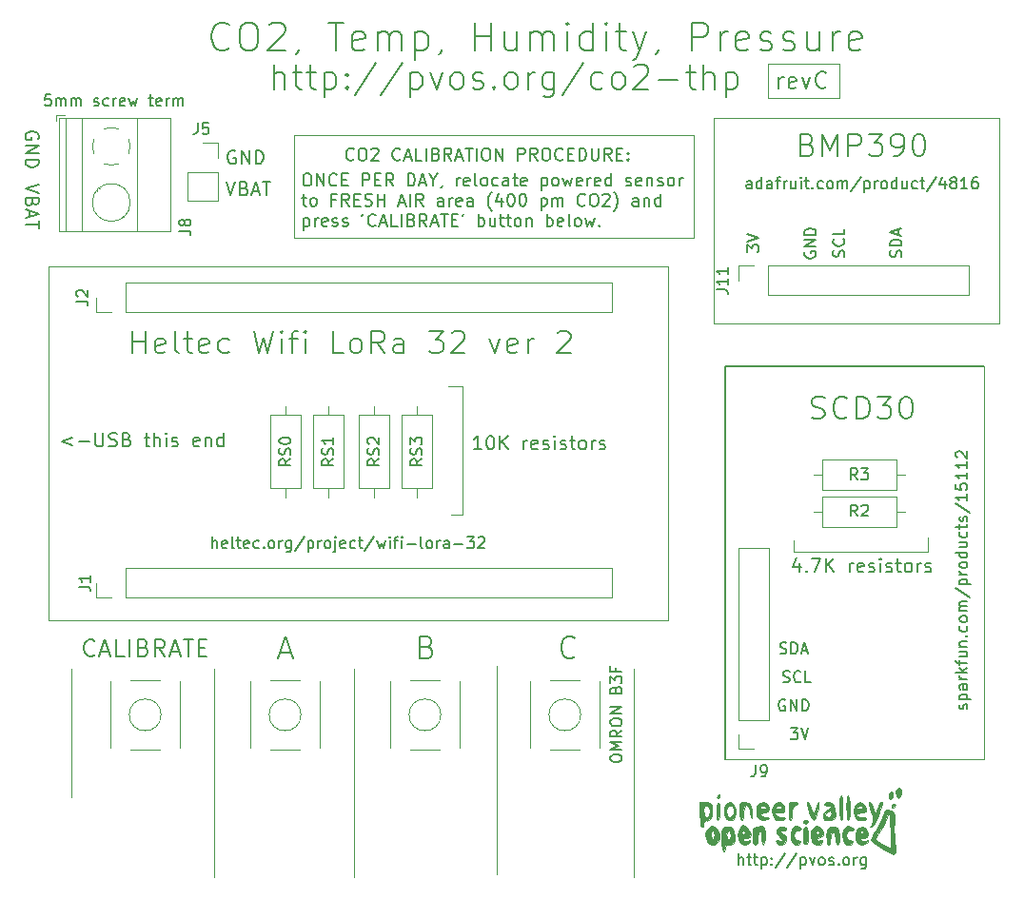
<source format=gbr>
%TF.GenerationSoftware,KiCad,Pcbnew,5.1.6-c6e7f7d~87~ubuntu18.04.1*%
%TF.CreationDate,2020-11-18T13:25:47-05:00*%
%TF.ProjectId,remote,72656d6f-7465-42e6-9b69-6361645f7063,rev?*%
%TF.SameCoordinates,Original*%
%TF.FileFunction,Legend,Top*%
%TF.FilePolarity,Positive*%
%FSLAX46Y46*%
G04 Gerber Fmt 4.6, Leading zero omitted, Abs format (unit mm)*
G04 Created by KiCad (PCBNEW 5.1.6-c6e7f7d~87~ubuntu18.04.1) date 2020-11-18 13:25:47*
%MOMM*%
%LPD*%
G01*
G04 APERTURE LIST*
%ADD10C,0.120000*%
%ADD11C,0.150000*%
%ADD12C,0.010000*%
G04 APERTURE END LIST*
D10*
X135128000Y-64770000D02*
X135636000Y-64770000D01*
X135128000Y-67818000D02*
X135128000Y-64770000D01*
X141478000Y-67818000D02*
X135128000Y-67818000D01*
X141478000Y-64770000D02*
X141478000Y-67818000D01*
X135636000Y-64770000D02*
X141478000Y-64770000D01*
D11*
X71319142Y-67524380D02*
X70842952Y-67524380D01*
X70795333Y-68000571D01*
X70842952Y-67952952D01*
X70938190Y-67905333D01*
X71176285Y-67905333D01*
X71271523Y-67952952D01*
X71319142Y-68000571D01*
X71366761Y-68095809D01*
X71366761Y-68333904D01*
X71319142Y-68429142D01*
X71271523Y-68476761D01*
X71176285Y-68524380D01*
X70938190Y-68524380D01*
X70842952Y-68476761D01*
X70795333Y-68429142D01*
X71795333Y-68524380D02*
X71795333Y-67857714D01*
X71795333Y-67952952D02*
X71842952Y-67905333D01*
X71938190Y-67857714D01*
X72081047Y-67857714D01*
X72176285Y-67905333D01*
X72223904Y-68000571D01*
X72223904Y-68524380D01*
X72223904Y-68000571D02*
X72271523Y-67905333D01*
X72366761Y-67857714D01*
X72509619Y-67857714D01*
X72604857Y-67905333D01*
X72652476Y-68000571D01*
X72652476Y-68524380D01*
X73128666Y-68524380D02*
X73128666Y-67857714D01*
X73128666Y-67952952D02*
X73176285Y-67905333D01*
X73271523Y-67857714D01*
X73414380Y-67857714D01*
X73509619Y-67905333D01*
X73557238Y-68000571D01*
X73557238Y-68524380D01*
X73557238Y-68000571D02*
X73604857Y-67905333D01*
X73700095Y-67857714D01*
X73842952Y-67857714D01*
X73938190Y-67905333D01*
X73985809Y-68000571D01*
X73985809Y-68524380D01*
X75176285Y-68476761D02*
X75271523Y-68524380D01*
X75462000Y-68524380D01*
X75557238Y-68476761D01*
X75604857Y-68381523D01*
X75604857Y-68333904D01*
X75557238Y-68238666D01*
X75462000Y-68191047D01*
X75319142Y-68191047D01*
X75223904Y-68143428D01*
X75176285Y-68048190D01*
X75176285Y-68000571D01*
X75223904Y-67905333D01*
X75319142Y-67857714D01*
X75462000Y-67857714D01*
X75557238Y-67905333D01*
X76462000Y-68476761D02*
X76366761Y-68524380D01*
X76176285Y-68524380D01*
X76081047Y-68476761D01*
X76033428Y-68429142D01*
X75985809Y-68333904D01*
X75985809Y-68048190D01*
X76033428Y-67952952D01*
X76081047Y-67905333D01*
X76176285Y-67857714D01*
X76366761Y-67857714D01*
X76462000Y-67905333D01*
X76890571Y-68524380D02*
X76890571Y-67857714D01*
X76890571Y-68048190D02*
X76938190Y-67952952D01*
X76985809Y-67905333D01*
X77081047Y-67857714D01*
X77176285Y-67857714D01*
X77890571Y-68476761D02*
X77795333Y-68524380D01*
X77604857Y-68524380D01*
X77509619Y-68476761D01*
X77462000Y-68381523D01*
X77462000Y-68000571D01*
X77509619Y-67905333D01*
X77604857Y-67857714D01*
X77795333Y-67857714D01*
X77890571Y-67905333D01*
X77938190Y-68000571D01*
X77938190Y-68095809D01*
X77462000Y-68191047D01*
X78271523Y-67857714D02*
X78462000Y-68524380D01*
X78652476Y-68048190D01*
X78842952Y-68524380D01*
X79033428Y-67857714D01*
X80033428Y-67857714D02*
X80414380Y-67857714D01*
X80176285Y-67524380D02*
X80176285Y-68381523D01*
X80223904Y-68476761D01*
X80319142Y-68524380D01*
X80414380Y-68524380D01*
X81128666Y-68476761D02*
X81033428Y-68524380D01*
X80842952Y-68524380D01*
X80747714Y-68476761D01*
X80700095Y-68381523D01*
X80700095Y-68000571D01*
X80747714Y-67905333D01*
X80842952Y-67857714D01*
X81033428Y-67857714D01*
X81128666Y-67905333D01*
X81176285Y-68000571D01*
X81176285Y-68095809D01*
X80700095Y-68191047D01*
X81604857Y-68524380D02*
X81604857Y-67857714D01*
X81604857Y-68048190D02*
X81652476Y-67952952D01*
X81700095Y-67905333D01*
X81795333Y-67857714D01*
X81890571Y-67857714D01*
X82223904Y-68524380D02*
X82223904Y-67857714D01*
X82223904Y-67952952D02*
X82271523Y-67905333D01*
X82366761Y-67857714D01*
X82509619Y-67857714D01*
X82604857Y-67905333D01*
X82652476Y-68000571D01*
X82652476Y-68524380D01*
X82652476Y-68000571D02*
X82700095Y-67905333D01*
X82795333Y-67857714D01*
X82938190Y-67857714D01*
X83033428Y-67905333D01*
X83081047Y-68000571D01*
X83081047Y-68524380D01*
X121118380Y-126682000D02*
X121118380Y-126491523D01*
X121166000Y-126396285D01*
X121261238Y-126301047D01*
X121451714Y-126253428D01*
X121785047Y-126253428D01*
X121975523Y-126301047D01*
X122070761Y-126396285D01*
X122118380Y-126491523D01*
X122118380Y-126682000D01*
X122070761Y-126777238D01*
X121975523Y-126872476D01*
X121785047Y-126920095D01*
X121451714Y-126920095D01*
X121261238Y-126872476D01*
X121166000Y-126777238D01*
X121118380Y-126682000D01*
X122118380Y-125824857D02*
X121118380Y-125824857D01*
X121832666Y-125491523D01*
X121118380Y-125158190D01*
X122118380Y-125158190D01*
X122118380Y-124110571D02*
X121642190Y-124443904D01*
X122118380Y-124682000D02*
X121118380Y-124682000D01*
X121118380Y-124301047D01*
X121166000Y-124205809D01*
X121213619Y-124158190D01*
X121308857Y-124110571D01*
X121451714Y-124110571D01*
X121546952Y-124158190D01*
X121594571Y-124205809D01*
X121642190Y-124301047D01*
X121642190Y-124682000D01*
X121118380Y-123491523D02*
X121118380Y-123301047D01*
X121166000Y-123205809D01*
X121261238Y-123110571D01*
X121451714Y-123062952D01*
X121785047Y-123062952D01*
X121975523Y-123110571D01*
X122070761Y-123205809D01*
X122118380Y-123301047D01*
X122118380Y-123491523D01*
X122070761Y-123586761D01*
X121975523Y-123682000D01*
X121785047Y-123729619D01*
X121451714Y-123729619D01*
X121261238Y-123682000D01*
X121166000Y-123586761D01*
X121118380Y-123491523D01*
X122118380Y-122634380D02*
X121118380Y-122634380D01*
X122118380Y-122062952D01*
X121118380Y-122062952D01*
X121594571Y-120491523D02*
X121642190Y-120348666D01*
X121689809Y-120301047D01*
X121785047Y-120253428D01*
X121927904Y-120253428D01*
X122023142Y-120301047D01*
X122070761Y-120348666D01*
X122118380Y-120443904D01*
X122118380Y-120824857D01*
X121118380Y-120824857D01*
X121118380Y-120491523D01*
X121166000Y-120396285D01*
X121213619Y-120348666D01*
X121308857Y-120301047D01*
X121404095Y-120301047D01*
X121499333Y-120348666D01*
X121546952Y-120396285D01*
X121594571Y-120491523D01*
X121594571Y-120824857D01*
X121118380Y-119920095D02*
X121118380Y-119301047D01*
X121499333Y-119634380D01*
X121499333Y-119491523D01*
X121546952Y-119396285D01*
X121594571Y-119348666D01*
X121689809Y-119301047D01*
X121927904Y-119301047D01*
X122023142Y-119348666D01*
X122070761Y-119396285D01*
X122118380Y-119491523D01*
X122118380Y-119777238D01*
X122070761Y-119872476D01*
X122023142Y-119920095D01*
X121594571Y-118539142D02*
X121594571Y-118872476D01*
X122118380Y-118872476D02*
X121118380Y-118872476D01*
X121118380Y-118396285D01*
D10*
X149352000Y-108204000D02*
X149352000Y-106934000D01*
X137414000Y-108204000D02*
X149352000Y-108204000D01*
X137414000Y-107188000D02*
X137414000Y-108204000D01*
D11*
X137938571Y-109216857D02*
X137938571Y-110016857D01*
X137652857Y-108759714D02*
X137367142Y-109616857D01*
X138110000Y-109616857D01*
X138567142Y-109902571D02*
X138624285Y-109959714D01*
X138567142Y-110016857D01*
X138510000Y-109959714D01*
X138567142Y-109902571D01*
X138567142Y-110016857D01*
X139024285Y-108816857D02*
X139824285Y-108816857D01*
X139310000Y-110016857D01*
X140281428Y-110016857D02*
X140281428Y-108816857D01*
X140967142Y-110016857D02*
X140452857Y-109331142D01*
X140967142Y-108816857D02*
X140281428Y-109502571D01*
X142395714Y-110016857D02*
X142395714Y-109216857D01*
X142395714Y-109445428D02*
X142452857Y-109331142D01*
X142510000Y-109274000D01*
X142624285Y-109216857D01*
X142738571Y-109216857D01*
X143595714Y-109959714D02*
X143481428Y-110016857D01*
X143252857Y-110016857D01*
X143138571Y-109959714D01*
X143081428Y-109845428D01*
X143081428Y-109388285D01*
X143138571Y-109274000D01*
X143252857Y-109216857D01*
X143481428Y-109216857D01*
X143595714Y-109274000D01*
X143652857Y-109388285D01*
X143652857Y-109502571D01*
X143081428Y-109616857D01*
X144110000Y-109959714D02*
X144224285Y-110016857D01*
X144452857Y-110016857D01*
X144567142Y-109959714D01*
X144624285Y-109845428D01*
X144624285Y-109788285D01*
X144567142Y-109674000D01*
X144452857Y-109616857D01*
X144281428Y-109616857D01*
X144167142Y-109559714D01*
X144110000Y-109445428D01*
X144110000Y-109388285D01*
X144167142Y-109274000D01*
X144281428Y-109216857D01*
X144452857Y-109216857D01*
X144567142Y-109274000D01*
X145138571Y-110016857D02*
X145138571Y-109216857D01*
X145138571Y-108816857D02*
X145081428Y-108874000D01*
X145138571Y-108931142D01*
X145195714Y-108874000D01*
X145138571Y-108816857D01*
X145138571Y-108931142D01*
X145652857Y-109959714D02*
X145767142Y-110016857D01*
X145995714Y-110016857D01*
X146110000Y-109959714D01*
X146167142Y-109845428D01*
X146167142Y-109788285D01*
X146110000Y-109674000D01*
X145995714Y-109616857D01*
X145824285Y-109616857D01*
X145710000Y-109559714D01*
X145652857Y-109445428D01*
X145652857Y-109388285D01*
X145710000Y-109274000D01*
X145824285Y-109216857D01*
X145995714Y-109216857D01*
X146110000Y-109274000D01*
X146510000Y-109216857D02*
X146967142Y-109216857D01*
X146681428Y-108816857D02*
X146681428Y-109845428D01*
X146738571Y-109959714D01*
X146852857Y-110016857D01*
X146967142Y-110016857D01*
X147538571Y-110016857D02*
X147424285Y-109959714D01*
X147367142Y-109902571D01*
X147310000Y-109788285D01*
X147310000Y-109445428D01*
X147367142Y-109331142D01*
X147424285Y-109274000D01*
X147538571Y-109216857D01*
X147710000Y-109216857D01*
X147824285Y-109274000D01*
X147881428Y-109331142D01*
X147938571Y-109445428D01*
X147938571Y-109788285D01*
X147881428Y-109902571D01*
X147824285Y-109959714D01*
X147710000Y-110016857D01*
X147538571Y-110016857D01*
X148452857Y-110016857D02*
X148452857Y-109216857D01*
X148452857Y-109445428D02*
X148510000Y-109331142D01*
X148567142Y-109274000D01*
X148681428Y-109216857D01*
X148795714Y-109216857D01*
X149138571Y-109959714D02*
X149252857Y-110016857D01*
X149481428Y-110016857D01*
X149595714Y-109959714D01*
X149652857Y-109845428D01*
X149652857Y-109788285D01*
X149595714Y-109674000D01*
X149481428Y-109616857D01*
X149310000Y-109616857D01*
X149195714Y-109559714D01*
X149138571Y-109445428D01*
X149138571Y-109388285D01*
X149195714Y-109274000D01*
X149310000Y-109216857D01*
X149481428Y-109216857D01*
X149595714Y-109274000D01*
D10*
X107950000Y-104902000D02*
X106934000Y-104902000D01*
X107950000Y-93472000D02*
X107950000Y-104902000D01*
X106680000Y-93472000D02*
X107950000Y-93472000D01*
D11*
X109636571Y-99094857D02*
X108950857Y-99094857D01*
X109293714Y-99094857D02*
X109293714Y-97894857D01*
X109179428Y-98066285D01*
X109065142Y-98180571D01*
X108950857Y-98237714D01*
X110379428Y-97894857D02*
X110493714Y-97894857D01*
X110608000Y-97952000D01*
X110665142Y-98009142D01*
X110722285Y-98123428D01*
X110779428Y-98352000D01*
X110779428Y-98637714D01*
X110722285Y-98866285D01*
X110665142Y-98980571D01*
X110608000Y-99037714D01*
X110493714Y-99094857D01*
X110379428Y-99094857D01*
X110265142Y-99037714D01*
X110208000Y-98980571D01*
X110150857Y-98866285D01*
X110093714Y-98637714D01*
X110093714Y-98352000D01*
X110150857Y-98123428D01*
X110208000Y-98009142D01*
X110265142Y-97952000D01*
X110379428Y-97894857D01*
X111293714Y-99094857D02*
X111293714Y-97894857D01*
X111979428Y-99094857D02*
X111465142Y-98409142D01*
X111979428Y-97894857D02*
X111293714Y-98580571D01*
X113408000Y-99094857D02*
X113408000Y-98294857D01*
X113408000Y-98523428D02*
X113465142Y-98409142D01*
X113522285Y-98352000D01*
X113636571Y-98294857D01*
X113750857Y-98294857D01*
X114608000Y-99037714D02*
X114493714Y-99094857D01*
X114265142Y-99094857D01*
X114150857Y-99037714D01*
X114093714Y-98923428D01*
X114093714Y-98466285D01*
X114150857Y-98352000D01*
X114265142Y-98294857D01*
X114493714Y-98294857D01*
X114608000Y-98352000D01*
X114665142Y-98466285D01*
X114665142Y-98580571D01*
X114093714Y-98694857D01*
X115122285Y-99037714D02*
X115236571Y-99094857D01*
X115465142Y-99094857D01*
X115579428Y-99037714D01*
X115636571Y-98923428D01*
X115636571Y-98866285D01*
X115579428Y-98752000D01*
X115465142Y-98694857D01*
X115293714Y-98694857D01*
X115179428Y-98637714D01*
X115122285Y-98523428D01*
X115122285Y-98466285D01*
X115179428Y-98352000D01*
X115293714Y-98294857D01*
X115465142Y-98294857D01*
X115579428Y-98352000D01*
X116150857Y-99094857D02*
X116150857Y-98294857D01*
X116150857Y-97894857D02*
X116093714Y-97952000D01*
X116150857Y-98009142D01*
X116208000Y-97952000D01*
X116150857Y-97894857D01*
X116150857Y-98009142D01*
X116665142Y-99037714D02*
X116779428Y-99094857D01*
X117008000Y-99094857D01*
X117122285Y-99037714D01*
X117179428Y-98923428D01*
X117179428Y-98866285D01*
X117122285Y-98752000D01*
X117008000Y-98694857D01*
X116836571Y-98694857D01*
X116722285Y-98637714D01*
X116665142Y-98523428D01*
X116665142Y-98466285D01*
X116722285Y-98352000D01*
X116836571Y-98294857D01*
X117008000Y-98294857D01*
X117122285Y-98352000D01*
X117522285Y-98294857D02*
X117979428Y-98294857D01*
X117693714Y-97894857D02*
X117693714Y-98923428D01*
X117750857Y-99037714D01*
X117865142Y-99094857D01*
X117979428Y-99094857D01*
X118550857Y-99094857D02*
X118436571Y-99037714D01*
X118379428Y-98980571D01*
X118322285Y-98866285D01*
X118322285Y-98523428D01*
X118379428Y-98409142D01*
X118436571Y-98352000D01*
X118550857Y-98294857D01*
X118722285Y-98294857D01*
X118836571Y-98352000D01*
X118893714Y-98409142D01*
X118950857Y-98523428D01*
X118950857Y-98866285D01*
X118893714Y-98980571D01*
X118836571Y-99037714D01*
X118722285Y-99094857D01*
X118550857Y-99094857D01*
X119465142Y-99094857D02*
X119465142Y-98294857D01*
X119465142Y-98523428D02*
X119522285Y-98409142D01*
X119579428Y-98352000D01*
X119693714Y-98294857D01*
X119808000Y-98294857D01*
X120150857Y-99037714D02*
X120265142Y-99094857D01*
X120493714Y-99094857D01*
X120608000Y-99037714D01*
X120665142Y-98923428D01*
X120665142Y-98866285D01*
X120608000Y-98752000D01*
X120493714Y-98694857D01*
X120322285Y-98694857D01*
X120208000Y-98637714D01*
X120150857Y-98523428D01*
X120150857Y-98466285D01*
X120208000Y-98352000D01*
X120322285Y-98294857D01*
X120493714Y-98294857D01*
X120608000Y-98352000D01*
D10*
X92964000Y-71120000D02*
X93472000Y-71120000D01*
X92964000Y-80264000D02*
X92964000Y-71120000D01*
X128524000Y-80264000D02*
X92964000Y-80264000D01*
X128524000Y-71120000D02*
X128524000Y-80264000D01*
X93472000Y-71120000D02*
X128524000Y-71120000D01*
D11*
X94040928Y-74559619D02*
X94250452Y-74559619D01*
X94355214Y-74612000D01*
X94459976Y-74716761D01*
X94512357Y-74926285D01*
X94512357Y-75292952D01*
X94459976Y-75502476D01*
X94355214Y-75607238D01*
X94250452Y-75659619D01*
X94040928Y-75659619D01*
X93936166Y-75607238D01*
X93831404Y-75502476D01*
X93779023Y-75292952D01*
X93779023Y-74926285D01*
X93831404Y-74716761D01*
X93936166Y-74612000D01*
X94040928Y-74559619D01*
X94983785Y-75659619D02*
X94983785Y-74559619D01*
X95612357Y-75659619D01*
X95612357Y-74559619D01*
X96764738Y-75554857D02*
X96712357Y-75607238D01*
X96555214Y-75659619D01*
X96450452Y-75659619D01*
X96293309Y-75607238D01*
X96188547Y-75502476D01*
X96136166Y-75397714D01*
X96083785Y-75188190D01*
X96083785Y-75031047D01*
X96136166Y-74821523D01*
X96188547Y-74716761D01*
X96293309Y-74612000D01*
X96450452Y-74559619D01*
X96555214Y-74559619D01*
X96712357Y-74612000D01*
X96764738Y-74664380D01*
X97236166Y-75083428D02*
X97602833Y-75083428D01*
X97759976Y-75659619D02*
X97236166Y-75659619D01*
X97236166Y-74559619D01*
X97759976Y-74559619D01*
X99069500Y-75659619D02*
X99069500Y-74559619D01*
X99488547Y-74559619D01*
X99593309Y-74612000D01*
X99645690Y-74664380D01*
X99698071Y-74769142D01*
X99698071Y-74926285D01*
X99645690Y-75031047D01*
X99593309Y-75083428D01*
X99488547Y-75135809D01*
X99069500Y-75135809D01*
X100169500Y-75083428D02*
X100536166Y-75083428D01*
X100693309Y-75659619D02*
X100169500Y-75659619D01*
X100169500Y-74559619D01*
X100693309Y-74559619D01*
X101793309Y-75659619D02*
X101426642Y-75135809D01*
X101164738Y-75659619D02*
X101164738Y-74559619D01*
X101583785Y-74559619D01*
X101688547Y-74612000D01*
X101740928Y-74664380D01*
X101793309Y-74769142D01*
X101793309Y-74926285D01*
X101740928Y-75031047D01*
X101688547Y-75083428D01*
X101583785Y-75135809D01*
X101164738Y-75135809D01*
X103102833Y-75659619D02*
X103102833Y-74559619D01*
X103364738Y-74559619D01*
X103521880Y-74612000D01*
X103626642Y-74716761D01*
X103679023Y-74821523D01*
X103731404Y-75031047D01*
X103731404Y-75188190D01*
X103679023Y-75397714D01*
X103626642Y-75502476D01*
X103521880Y-75607238D01*
X103364738Y-75659619D01*
X103102833Y-75659619D01*
X104150452Y-75345333D02*
X104674261Y-75345333D01*
X104045690Y-75659619D02*
X104412357Y-74559619D01*
X104779023Y-75659619D01*
X105355214Y-75135809D02*
X105355214Y-75659619D01*
X104988547Y-74559619D02*
X105355214Y-75135809D01*
X105721880Y-74559619D01*
X106140928Y-75607238D02*
X106140928Y-75659619D01*
X106088547Y-75764380D01*
X106036166Y-75816761D01*
X107450452Y-75659619D02*
X107450452Y-74926285D01*
X107450452Y-75135809D02*
X107502833Y-75031047D01*
X107555214Y-74978666D01*
X107659976Y-74926285D01*
X107764738Y-74926285D01*
X108550452Y-75607238D02*
X108445690Y-75659619D01*
X108236166Y-75659619D01*
X108131404Y-75607238D01*
X108079023Y-75502476D01*
X108079023Y-75083428D01*
X108131404Y-74978666D01*
X108236166Y-74926285D01*
X108445690Y-74926285D01*
X108550452Y-74978666D01*
X108602833Y-75083428D01*
X108602833Y-75188190D01*
X108079023Y-75292952D01*
X109231404Y-75659619D02*
X109126642Y-75607238D01*
X109074261Y-75502476D01*
X109074261Y-74559619D01*
X109807595Y-75659619D02*
X109702833Y-75607238D01*
X109650452Y-75554857D01*
X109598071Y-75450095D01*
X109598071Y-75135809D01*
X109650452Y-75031047D01*
X109702833Y-74978666D01*
X109807595Y-74926285D01*
X109964738Y-74926285D01*
X110069500Y-74978666D01*
X110121880Y-75031047D01*
X110174261Y-75135809D01*
X110174261Y-75450095D01*
X110121880Y-75554857D01*
X110069500Y-75607238D01*
X109964738Y-75659619D01*
X109807595Y-75659619D01*
X111117119Y-75607238D02*
X111012357Y-75659619D01*
X110802833Y-75659619D01*
X110698071Y-75607238D01*
X110645690Y-75554857D01*
X110593309Y-75450095D01*
X110593309Y-75135809D01*
X110645690Y-75031047D01*
X110698071Y-74978666D01*
X110802833Y-74926285D01*
X111012357Y-74926285D01*
X111117119Y-74978666D01*
X112059976Y-75659619D02*
X112059976Y-75083428D01*
X112007595Y-74978666D01*
X111902833Y-74926285D01*
X111693309Y-74926285D01*
X111588547Y-74978666D01*
X112059976Y-75607238D02*
X111955214Y-75659619D01*
X111693309Y-75659619D01*
X111588547Y-75607238D01*
X111536166Y-75502476D01*
X111536166Y-75397714D01*
X111588547Y-75292952D01*
X111693309Y-75240571D01*
X111955214Y-75240571D01*
X112059976Y-75188190D01*
X112426642Y-74926285D02*
X112845690Y-74926285D01*
X112583785Y-74559619D02*
X112583785Y-75502476D01*
X112636166Y-75607238D01*
X112740928Y-75659619D01*
X112845690Y-75659619D01*
X113631404Y-75607238D02*
X113526642Y-75659619D01*
X113317119Y-75659619D01*
X113212357Y-75607238D01*
X113159976Y-75502476D01*
X113159976Y-75083428D01*
X113212357Y-74978666D01*
X113317119Y-74926285D01*
X113526642Y-74926285D01*
X113631404Y-74978666D01*
X113683785Y-75083428D01*
X113683785Y-75188190D01*
X113159976Y-75292952D01*
X114993309Y-74926285D02*
X114993309Y-76026285D01*
X114993309Y-74978666D02*
X115098071Y-74926285D01*
X115307595Y-74926285D01*
X115412357Y-74978666D01*
X115464738Y-75031047D01*
X115517119Y-75135809D01*
X115517119Y-75450095D01*
X115464738Y-75554857D01*
X115412357Y-75607238D01*
X115307595Y-75659619D01*
X115098071Y-75659619D01*
X114993309Y-75607238D01*
X116145690Y-75659619D02*
X116040928Y-75607238D01*
X115988547Y-75554857D01*
X115936166Y-75450095D01*
X115936166Y-75135809D01*
X115988547Y-75031047D01*
X116040928Y-74978666D01*
X116145690Y-74926285D01*
X116302833Y-74926285D01*
X116407595Y-74978666D01*
X116459976Y-75031047D01*
X116512357Y-75135809D01*
X116512357Y-75450095D01*
X116459976Y-75554857D01*
X116407595Y-75607238D01*
X116302833Y-75659619D01*
X116145690Y-75659619D01*
X116879023Y-74926285D02*
X117088547Y-75659619D01*
X117298071Y-75135809D01*
X117507595Y-75659619D01*
X117717119Y-74926285D01*
X118555214Y-75607238D02*
X118450452Y-75659619D01*
X118240928Y-75659619D01*
X118136166Y-75607238D01*
X118083785Y-75502476D01*
X118083785Y-75083428D01*
X118136166Y-74978666D01*
X118240928Y-74926285D01*
X118450452Y-74926285D01*
X118555214Y-74978666D01*
X118607595Y-75083428D01*
X118607595Y-75188190D01*
X118083785Y-75292952D01*
X119079023Y-75659619D02*
X119079023Y-74926285D01*
X119079023Y-75135809D02*
X119131404Y-75031047D01*
X119183785Y-74978666D01*
X119288547Y-74926285D01*
X119393309Y-74926285D01*
X120179023Y-75607238D02*
X120074261Y-75659619D01*
X119864738Y-75659619D01*
X119759976Y-75607238D01*
X119707595Y-75502476D01*
X119707595Y-75083428D01*
X119759976Y-74978666D01*
X119864738Y-74926285D01*
X120074261Y-74926285D01*
X120179023Y-74978666D01*
X120231404Y-75083428D01*
X120231404Y-75188190D01*
X119707595Y-75292952D01*
X121174261Y-75659619D02*
X121174261Y-74559619D01*
X121174261Y-75607238D02*
X121069500Y-75659619D01*
X120859976Y-75659619D01*
X120755214Y-75607238D01*
X120702833Y-75554857D01*
X120650452Y-75450095D01*
X120650452Y-75135809D01*
X120702833Y-75031047D01*
X120755214Y-74978666D01*
X120859976Y-74926285D01*
X121069500Y-74926285D01*
X121174261Y-74978666D01*
X122483785Y-75607238D02*
X122588547Y-75659619D01*
X122798071Y-75659619D01*
X122902833Y-75607238D01*
X122955214Y-75502476D01*
X122955214Y-75450095D01*
X122902833Y-75345333D01*
X122798071Y-75292952D01*
X122640928Y-75292952D01*
X122536166Y-75240571D01*
X122483785Y-75135809D01*
X122483785Y-75083428D01*
X122536166Y-74978666D01*
X122640928Y-74926285D01*
X122798071Y-74926285D01*
X122902833Y-74978666D01*
X123845690Y-75607238D02*
X123740928Y-75659619D01*
X123531404Y-75659619D01*
X123426642Y-75607238D01*
X123374261Y-75502476D01*
X123374261Y-75083428D01*
X123426642Y-74978666D01*
X123531404Y-74926285D01*
X123740928Y-74926285D01*
X123845690Y-74978666D01*
X123898071Y-75083428D01*
X123898071Y-75188190D01*
X123374261Y-75292952D01*
X124369500Y-74926285D02*
X124369500Y-75659619D01*
X124369500Y-75031047D02*
X124421880Y-74978666D01*
X124526642Y-74926285D01*
X124683785Y-74926285D01*
X124788547Y-74978666D01*
X124840928Y-75083428D01*
X124840928Y-75659619D01*
X125312357Y-75607238D02*
X125417119Y-75659619D01*
X125626642Y-75659619D01*
X125731404Y-75607238D01*
X125783785Y-75502476D01*
X125783785Y-75450095D01*
X125731404Y-75345333D01*
X125626642Y-75292952D01*
X125469500Y-75292952D01*
X125364738Y-75240571D01*
X125312357Y-75135809D01*
X125312357Y-75083428D01*
X125364738Y-74978666D01*
X125469500Y-74926285D01*
X125626642Y-74926285D01*
X125731404Y-74978666D01*
X126412357Y-75659619D02*
X126307595Y-75607238D01*
X126255214Y-75554857D01*
X126202833Y-75450095D01*
X126202833Y-75135809D01*
X126255214Y-75031047D01*
X126307595Y-74978666D01*
X126412357Y-74926285D01*
X126569500Y-74926285D01*
X126674261Y-74978666D01*
X126726642Y-75031047D01*
X126779023Y-75135809D01*
X126779023Y-75450095D01*
X126726642Y-75554857D01*
X126674261Y-75607238D01*
X126569500Y-75659619D01*
X126412357Y-75659619D01*
X127250452Y-75659619D02*
X127250452Y-74926285D01*
X127250452Y-75135809D02*
X127302833Y-75031047D01*
X127355214Y-74978666D01*
X127459976Y-74926285D01*
X127564738Y-74926285D01*
X93674261Y-76726285D02*
X94093309Y-76726285D01*
X93831404Y-76359619D02*
X93831404Y-77302476D01*
X93883785Y-77407238D01*
X93988547Y-77459619D01*
X94093309Y-77459619D01*
X94617119Y-77459619D02*
X94512357Y-77407238D01*
X94459976Y-77354857D01*
X94407595Y-77250095D01*
X94407595Y-76935809D01*
X94459976Y-76831047D01*
X94512357Y-76778666D01*
X94617119Y-76726285D01*
X94774261Y-76726285D01*
X94879023Y-76778666D01*
X94931404Y-76831047D01*
X94983785Y-76935809D01*
X94983785Y-77250095D01*
X94931404Y-77354857D01*
X94879023Y-77407238D01*
X94774261Y-77459619D01*
X94617119Y-77459619D01*
X96659976Y-76883428D02*
X96293309Y-76883428D01*
X96293309Y-77459619D02*
X96293309Y-76359619D01*
X96817119Y-76359619D01*
X97864738Y-77459619D02*
X97498071Y-76935809D01*
X97236166Y-77459619D02*
X97236166Y-76359619D01*
X97655214Y-76359619D01*
X97759976Y-76412000D01*
X97812357Y-76464380D01*
X97864738Y-76569142D01*
X97864738Y-76726285D01*
X97812357Y-76831047D01*
X97759976Y-76883428D01*
X97655214Y-76935809D01*
X97236166Y-76935809D01*
X98336166Y-76883428D02*
X98702833Y-76883428D01*
X98859976Y-77459619D02*
X98336166Y-77459619D01*
X98336166Y-76359619D01*
X98859976Y-76359619D01*
X99279023Y-77407238D02*
X99436166Y-77459619D01*
X99698071Y-77459619D01*
X99802833Y-77407238D01*
X99855214Y-77354857D01*
X99907595Y-77250095D01*
X99907595Y-77145333D01*
X99855214Y-77040571D01*
X99802833Y-76988190D01*
X99698071Y-76935809D01*
X99488547Y-76883428D01*
X99383785Y-76831047D01*
X99331404Y-76778666D01*
X99279023Y-76673904D01*
X99279023Y-76569142D01*
X99331404Y-76464380D01*
X99383785Y-76412000D01*
X99488547Y-76359619D01*
X99750452Y-76359619D01*
X99907595Y-76412000D01*
X100379023Y-77459619D02*
X100379023Y-76359619D01*
X100379023Y-76883428D02*
X101007595Y-76883428D01*
X101007595Y-77459619D02*
X101007595Y-76359619D01*
X102317119Y-77145333D02*
X102840928Y-77145333D01*
X102212357Y-77459619D02*
X102579023Y-76359619D01*
X102945690Y-77459619D01*
X103312357Y-77459619D02*
X103312357Y-76359619D01*
X104464738Y-77459619D02*
X104098071Y-76935809D01*
X103836166Y-77459619D02*
X103836166Y-76359619D01*
X104255214Y-76359619D01*
X104359976Y-76412000D01*
X104412357Y-76464380D01*
X104464738Y-76569142D01*
X104464738Y-76726285D01*
X104412357Y-76831047D01*
X104359976Y-76883428D01*
X104255214Y-76935809D01*
X103836166Y-76935809D01*
X106245690Y-77459619D02*
X106245690Y-76883428D01*
X106193309Y-76778666D01*
X106088547Y-76726285D01*
X105879023Y-76726285D01*
X105774261Y-76778666D01*
X106245690Y-77407238D02*
X106140928Y-77459619D01*
X105879023Y-77459619D01*
X105774261Y-77407238D01*
X105721880Y-77302476D01*
X105721880Y-77197714D01*
X105774261Y-77092952D01*
X105879023Y-77040571D01*
X106140928Y-77040571D01*
X106245690Y-76988190D01*
X106769500Y-77459619D02*
X106769500Y-76726285D01*
X106769500Y-76935809D02*
X106821880Y-76831047D01*
X106874261Y-76778666D01*
X106979023Y-76726285D01*
X107083785Y-76726285D01*
X107869500Y-77407238D02*
X107764738Y-77459619D01*
X107555214Y-77459619D01*
X107450452Y-77407238D01*
X107398071Y-77302476D01*
X107398071Y-76883428D01*
X107450452Y-76778666D01*
X107555214Y-76726285D01*
X107764738Y-76726285D01*
X107869500Y-76778666D01*
X107921880Y-76883428D01*
X107921880Y-76988190D01*
X107398071Y-77092952D01*
X108864738Y-77459619D02*
X108864738Y-76883428D01*
X108812357Y-76778666D01*
X108707595Y-76726285D01*
X108498071Y-76726285D01*
X108393309Y-76778666D01*
X108864738Y-77407238D02*
X108759976Y-77459619D01*
X108498071Y-77459619D01*
X108393309Y-77407238D01*
X108340928Y-77302476D01*
X108340928Y-77197714D01*
X108393309Y-77092952D01*
X108498071Y-77040571D01*
X108759976Y-77040571D01*
X108864738Y-76988190D01*
X110540928Y-77878666D02*
X110488547Y-77826285D01*
X110383785Y-77669142D01*
X110331404Y-77564380D01*
X110279023Y-77407238D01*
X110226642Y-77145333D01*
X110226642Y-76935809D01*
X110279023Y-76673904D01*
X110331404Y-76516761D01*
X110383785Y-76412000D01*
X110488547Y-76254857D01*
X110540928Y-76202476D01*
X111431404Y-76726285D02*
X111431404Y-77459619D01*
X111169500Y-76307238D02*
X110907595Y-77092952D01*
X111588547Y-77092952D01*
X112217119Y-76359619D02*
X112321880Y-76359619D01*
X112426642Y-76412000D01*
X112479023Y-76464380D01*
X112531404Y-76569142D01*
X112583785Y-76778666D01*
X112583785Y-77040571D01*
X112531404Y-77250095D01*
X112479023Y-77354857D01*
X112426642Y-77407238D01*
X112321880Y-77459619D01*
X112217119Y-77459619D01*
X112112357Y-77407238D01*
X112059976Y-77354857D01*
X112007595Y-77250095D01*
X111955214Y-77040571D01*
X111955214Y-76778666D01*
X112007595Y-76569142D01*
X112059976Y-76464380D01*
X112112357Y-76412000D01*
X112217119Y-76359619D01*
X113264738Y-76359619D02*
X113369500Y-76359619D01*
X113474261Y-76412000D01*
X113526642Y-76464380D01*
X113579023Y-76569142D01*
X113631404Y-76778666D01*
X113631404Y-77040571D01*
X113579023Y-77250095D01*
X113526642Y-77354857D01*
X113474261Y-77407238D01*
X113369500Y-77459619D01*
X113264738Y-77459619D01*
X113159976Y-77407238D01*
X113107595Y-77354857D01*
X113055214Y-77250095D01*
X113002833Y-77040571D01*
X113002833Y-76778666D01*
X113055214Y-76569142D01*
X113107595Y-76464380D01*
X113159976Y-76412000D01*
X113264738Y-76359619D01*
X114940928Y-76726285D02*
X114940928Y-77826285D01*
X114940928Y-76778666D02*
X115045690Y-76726285D01*
X115255214Y-76726285D01*
X115359976Y-76778666D01*
X115412357Y-76831047D01*
X115464738Y-76935809D01*
X115464738Y-77250095D01*
X115412357Y-77354857D01*
X115359976Y-77407238D01*
X115255214Y-77459619D01*
X115045690Y-77459619D01*
X114940928Y-77407238D01*
X115936166Y-77459619D02*
X115936166Y-76726285D01*
X115936166Y-76831047D02*
X115988547Y-76778666D01*
X116093309Y-76726285D01*
X116250452Y-76726285D01*
X116355214Y-76778666D01*
X116407595Y-76883428D01*
X116407595Y-77459619D01*
X116407595Y-76883428D02*
X116459976Y-76778666D01*
X116564738Y-76726285D01*
X116721880Y-76726285D01*
X116826642Y-76778666D01*
X116879023Y-76883428D01*
X116879023Y-77459619D01*
X118869500Y-77354857D02*
X118817119Y-77407238D01*
X118659976Y-77459619D01*
X118555214Y-77459619D01*
X118398071Y-77407238D01*
X118293309Y-77302476D01*
X118240928Y-77197714D01*
X118188547Y-76988190D01*
X118188547Y-76831047D01*
X118240928Y-76621523D01*
X118293309Y-76516761D01*
X118398071Y-76412000D01*
X118555214Y-76359619D01*
X118659976Y-76359619D01*
X118817119Y-76412000D01*
X118869500Y-76464380D01*
X119550452Y-76359619D02*
X119759976Y-76359619D01*
X119864738Y-76412000D01*
X119969500Y-76516761D01*
X120021880Y-76726285D01*
X120021880Y-77092952D01*
X119969500Y-77302476D01*
X119864738Y-77407238D01*
X119759976Y-77459619D01*
X119550452Y-77459619D01*
X119445690Y-77407238D01*
X119340928Y-77302476D01*
X119288547Y-77092952D01*
X119288547Y-76726285D01*
X119340928Y-76516761D01*
X119445690Y-76412000D01*
X119550452Y-76359619D01*
X120440928Y-76464380D02*
X120493309Y-76412000D01*
X120598071Y-76359619D01*
X120859976Y-76359619D01*
X120964738Y-76412000D01*
X121017119Y-76464380D01*
X121069500Y-76569142D01*
X121069500Y-76673904D01*
X121017119Y-76831047D01*
X120388547Y-77459619D01*
X121069500Y-77459619D01*
X121436166Y-77878666D02*
X121488547Y-77826285D01*
X121593309Y-77669142D01*
X121645690Y-77564380D01*
X121698071Y-77407238D01*
X121750452Y-77145333D01*
X121750452Y-76935809D01*
X121698071Y-76673904D01*
X121645690Y-76516761D01*
X121593309Y-76412000D01*
X121488547Y-76254857D01*
X121436166Y-76202476D01*
X123583785Y-77459619D02*
X123583785Y-76883428D01*
X123531404Y-76778666D01*
X123426642Y-76726285D01*
X123217119Y-76726285D01*
X123112357Y-76778666D01*
X123583785Y-77407238D02*
X123479023Y-77459619D01*
X123217119Y-77459619D01*
X123112357Y-77407238D01*
X123059976Y-77302476D01*
X123059976Y-77197714D01*
X123112357Y-77092952D01*
X123217119Y-77040571D01*
X123479023Y-77040571D01*
X123583785Y-76988190D01*
X124107595Y-76726285D02*
X124107595Y-77459619D01*
X124107595Y-76831047D02*
X124159976Y-76778666D01*
X124264738Y-76726285D01*
X124421880Y-76726285D01*
X124526642Y-76778666D01*
X124579023Y-76883428D01*
X124579023Y-77459619D01*
X125574261Y-77459619D02*
X125574261Y-76359619D01*
X125574261Y-77407238D02*
X125469500Y-77459619D01*
X125259976Y-77459619D01*
X125155214Y-77407238D01*
X125102833Y-77354857D01*
X125050452Y-77250095D01*
X125050452Y-76935809D01*
X125102833Y-76831047D01*
X125155214Y-76778666D01*
X125259976Y-76726285D01*
X125469500Y-76726285D01*
X125574261Y-76778666D01*
X93831404Y-78526285D02*
X93831404Y-79626285D01*
X93831404Y-78578666D02*
X93936166Y-78526285D01*
X94145690Y-78526285D01*
X94250452Y-78578666D01*
X94302833Y-78631047D01*
X94355214Y-78735809D01*
X94355214Y-79050095D01*
X94302833Y-79154857D01*
X94250452Y-79207238D01*
X94145690Y-79259619D01*
X93936166Y-79259619D01*
X93831404Y-79207238D01*
X94826642Y-79259619D02*
X94826642Y-78526285D01*
X94826642Y-78735809D02*
X94879023Y-78631047D01*
X94931404Y-78578666D01*
X95036166Y-78526285D01*
X95140928Y-78526285D01*
X95926642Y-79207238D02*
X95821880Y-79259619D01*
X95612357Y-79259619D01*
X95507595Y-79207238D01*
X95455214Y-79102476D01*
X95455214Y-78683428D01*
X95507595Y-78578666D01*
X95612357Y-78526285D01*
X95821880Y-78526285D01*
X95926642Y-78578666D01*
X95979023Y-78683428D01*
X95979023Y-78788190D01*
X95455214Y-78892952D01*
X96398071Y-79207238D02*
X96502833Y-79259619D01*
X96712357Y-79259619D01*
X96817119Y-79207238D01*
X96869500Y-79102476D01*
X96869500Y-79050095D01*
X96817119Y-78945333D01*
X96712357Y-78892952D01*
X96555214Y-78892952D01*
X96450452Y-78840571D01*
X96398071Y-78735809D01*
X96398071Y-78683428D01*
X96450452Y-78578666D01*
X96555214Y-78526285D01*
X96712357Y-78526285D01*
X96817119Y-78578666D01*
X97288547Y-79207238D02*
X97393309Y-79259619D01*
X97602833Y-79259619D01*
X97707595Y-79207238D01*
X97759976Y-79102476D01*
X97759976Y-79050095D01*
X97707595Y-78945333D01*
X97602833Y-78892952D01*
X97445690Y-78892952D01*
X97340928Y-78840571D01*
X97288547Y-78735809D01*
X97288547Y-78683428D01*
X97340928Y-78578666D01*
X97445690Y-78526285D01*
X97602833Y-78526285D01*
X97707595Y-78578666D01*
X99121880Y-78159619D02*
X99017119Y-78369142D01*
X100221880Y-79154857D02*
X100169500Y-79207238D01*
X100012357Y-79259619D01*
X99907595Y-79259619D01*
X99750452Y-79207238D01*
X99645690Y-79102476D01*
X99593309Y-78997714D01*
X99540928Y-78788190D01*
X99540928Y-78631047D01*
X99593309Y-78421523D01*
X99645690Y-78316761D01*
X99750452Y-78212000D01*
X99907595Y-78159619D01*
X100012357Y-78159619D01*
X100169500Y-78212000D01*
X100221880Y-78264380D01*
X100640928Y-78945333D02*
X101164738Y-78945333D01*
X100536166Y-79259619D02*
X100902833Y-78159619D01*
X101269500Y-79259619D01*
X102159976Y-79259619D02*
X101636166Y-79259619D01*
X101636166Y-78159619D01*
X102526642Y-79259619D02*
X102526642Y-78159619D01*
X103417119Y-78683428D02*
X103574261Y-78735809D01*
X103626642Y-78788190D01*
X103679023Y-78892952D01*
X103679023Y-79050095D01*
X103626642Y-79154857D01*
X103574261Y-79207238D01*
X103469500Y-79259619D01*
X103050452Y-79259619D01*
X103050452Y-78159619D01*
X103417119Y-78159619D01*
X103521880Y-78212000D01*
X103574261Y-78264380D01*
X103626642Y-78369142D01*
X103626642Y-78473904D01*
X103574261Y-78578666D01*
X103521880Y-78631047D01*
X103417119Y-78683428D01*
X103050452Y-78683428D01*
X104779023Y-79259619D02*
X104412357Y-78735809D01*
X104150452Y-79259619D02*
X104150452Y-78159619D01*
X104569500Y-78159619D01*
X104674261Y-78212000D01*
X104726642Y-78264380D01*
X104779023Y-78369142D01*
X104779023Y-78526285D01*
X104726642Y-78631047D01*
X104674261Y-78683428D01*
X104569500Y-78735809D01*
X104150452Y-78735809D01*
X105198071Y-78945333D02*
X105721880Y-78945333D01*
X105093309Y-79259619D02*
X105459976Y-78159619D01*
X105826642Y-79259619D01*
X106036166Y-78159619D02*
X106664738Y-78159619D01*
X106350452Y-79259619D02*
X106350452Y-78159619D01*
X107031404Y-78683428D02*
X107398071Y-78683428D01*
X107555214Y-79259619D02*
X107031404Y-79259619D01*
X107031404Y-78159619D01*
X107555214Y-78159619D01*
X108079023Y-78159619D02*
X107974261Y-78369142D01*
X109388547Y-79259619D02*
X109388547Y-78159619D01*
X109388547Y-78578666D02*
X109493309Y-78526285D01*
X109702833Y-78526285D01*
X109807595Y-78578666D01*
X109859976Y-78631047D01*
X109912357Y-78735809D01*
X109912357Y-79050095D01*
X109859976Y-79154857D01*
X109807595Y-79207238D01*
X109702833Y-79259619D01*
X109493309Y-79259619D01*
X109388547Y-79207238D01*
X110855214Y-78526285D02*
X110855214Y-79259619D01*
X110383785Y-78526285D02*
X110383785Y-79102476D01*
X110436166Y-79207238D01*
X110540928Y-79259619D01*
X110698071Y-79259619D01*
X110802833Y-79207238D01*
X110855214Y-79154857D01*
X111221880Y-78526285D02*
X111640928Y-78526285D01*
X111379023Y-78159619D02*
X111379023Y-79102476D01*
X111431404Y-79207238D01*
X111536166Y-79259619D01*
X111640928Y-79259619D01*
X111850452Y-78526285D02*
X112269500Y-78526285D01*
X112007595Y-78159619D02*
X112007595Y-79102476D01*
X112059976Y-79207238D01*
X112164738Y-79259619D01*
X112269500Y-79259619D01*
X112793309Y-79259619D02*
X112688547Y-79207238D01*
X112636166Y-79154857D01*
X112583785Y-79050095D01*
X112583785Y-78735809D01*
X112636166Y-78631047D01*
X112688547Y-78578666D01*
X112793309Y-78526285D01*
X112950452Y-78526285D01*
X113055214Y-78578666D01*
X113107595Y-78631047D01*
X113159976Y-78735809D01*
X113159976Y-79050095D01*
X113107595Y-79154857D01*
X113055214Y-79207238D01*
X112950452Y-79259619D01*
X112793309Y-79259619D01*
X113631404Y-78526285D02*
X113631404Y-79259619D01*
X113631404Y-78631047D02*
X113683785Y-78578666D01*
X113788547Y-78526285D01*
X113945690Y-78526285D01*
X114050452Y-78578666D01*
X114102833Y-78683428D01*
X114102833Y-79259619D01*
X115464738Y-79259619D02*
X115464738Y-78159619D01*
X115464738Y-78578666D02*
X115569500Y-78526285D01*
X115779023Y-78526285D01*
X115883785Y-78578666D01*
X115936166Y-78631047D01*
X115988547Y-78735809D01*
X115988547Y-79050095D01*
X115936166Y-79154857D01*
X115883785Y-79207238D01*
X115779023Y-79259619D01*
X115569500Y-79259619D01*
X115464738Y-79207238D01*
X116879023Y-79207238D02*
X116774261Y-79259619D01*
X116564738Y-79259619D01*
X116459976Y-79207238D01*
X116407595Y-79102476D01*
X116407595Y-78683428D01*
X116459976Y-78578666D01*
X116564738Y-78526285D01*
X116774261Y-78526285D01*
X116879023Y-78578666D01*
X116931404Y-78683428D01*
X116931404Y-78788190D01*
X116407595Y-78892952D01*
X117559976Y-79259619D02*
X117455214Y-79207238D01*
X117402833Y-79102476D01*
X117402833Y-78159619D01*
X118136166Y-79259619D02*
X118031404Y-79207238D01*
X117979023Y-79154857D01*
X117926642Y-79050095D01*
X117926642Y-78735809D01*
X117979023Y-78631047D01*
X118031404Y-78578666D01*
X118136166Y-78526285D01*
X118293309Y-78526285D01*
X118398071Y-78578666D01*
X118450452Y-78631047D01*
X118502833Y-78735809D01*
X118502833Y-79050095D01*
X118450452Y-79154857D01*
X118398071Y-79207238D01*
X118293309Y-79259619D01*
X118136166Y-79259619D01*
X118869500Y-78526285D02*
X119079023Y-79259619D01*
X119288547Y-78735809D01*
X119498071Y-79259619D01*
X119707595Y-78526285D01*
X120126642Y-79154857D02*
X120179023Y-79207238D01*
X120126642Y-79259619D01*
X120074261Y-79207238D01*
X120126642Y-79154857D01*
X120126642Y-79259619D01*
X98269976Y-73290857D02*
X98217595Y-73343238D01*
X98060452Y-73395619D01*
X97955690Y-73395619D01*
X97798547Y-73343238D01*
X97693785Y-73238476D01*
X97641404Y-73133714D01*
X97589023Y-72924190D01*
X97589023Y-72767047D01*
X97641404Y-72557523D01*
X97693785Y-72452761D01*
X97798547Y-72348000D01*
X97955690Y-72295619D01*
X98060452Y-72295619D01*
X98217595Y-72348000D01*
X98269976Y-72400380D01*
X98950928Y-72295619D02*
X99160452Y-72295619D01*
X99265214Y-72348000D01*
X99369976Y-72452761D01*
X99422357Y-72662285D01*
X99422357Y-73028952D01*
X99369976Y-73238476D01*
X99265214Y-73343238D01*
X99160452Y-73395619D01*
X98950928Y-73395619D01*
X98846166Y-73343238D01*
X98741404Y-73238476D01*
X98689023Y-73028952D01*
X98689023Y-72662285D01*
X98741404Y-72452761D01*
X98846166Y-72348000D01*
X98950928Y-72295619D01*
X99841404Y-72400380D02*
X99893785Y-72348000D01*
X99998547Y-72295619D01*
X100260452Y-72295619D01*
X100365214Y-72348000D01*
X100417595Y-72400380D01*
X100469976Y-72505142D01*
X100469976Y-72609904D01*
X100417595Y-72767047D01*
X99789023Y-73395619D01*
X100469976Y-73395619D01*
X102408071Y-73290857D02*
X102355690Y-73343238D01*
X102198547Y-73395619D01*
X102093785Y-73395619D01*
X101936642Y-73343238D01*
X101831880Y-73238476D01*
X101779500Y-73133714D01*
X101727119Y-72924190D01*
X101727119Y-72767047D01*
X101779500Y-72557523D01*
X101831880Y-72452761D01*
X101936642Y-72348000D01*
X102093785Y-72295619D01*
X102198547Y-72295619D01*
X102355690Y-72348000D01*
X102408071Y-72400380D01*
X102827119Y-73081333D02*
X103350928Y-73081333D01*
X102722357Y-73395619D02*
X103089023Y-72295619D01*
X103455690Y-73395619D01*
X104346166Y-73395619D02*
X103822357Y-73395619D01*
X103822357Y-72295619D01*
X104712833Y-73395619D02*
X104712833Y-72295619D01*
X105603309Y-72819428D02*
X105760452Y-72871809D01*
X105812833Y-72924190D01*
X105865214Y-73028952D01*
X105865214Y-73186095D01*
X105812833Y-73290857D01*
X105760452Y-73343238D01*
X105655690Y-73395619D01*
X105236642Y-73395619D01*
X105236642Y-72295619D01*
X105603309Y-72295619D01*
X105708071Y-72348000D01*
X105760452Y-72400380D01*
X105812833Y-72505142D01*
X105812833Y-72609904D01*
X105760452Y-72714666D01*
X105708071Y-72767047D01*
X105603309Y-72819428D01*
X105236642Y-72819428D01*
X106965214Y-73395619D02*
X106598547Y-72871809D01*
X106336642Y-73395619D02*
X106336642Y-72295619D01*
X106755690Y-72295619D01*
X106860452Y-72348000D01*
X106912833Y-72400380D01*
X106965214Y-72505142D01*
X106965214Y-72662285D01*
X106912833Y-72767047D01*
X106860452Y-72819428D01*
X106755690Y-72871809D01*
X106336642Y-72871809D01*
X107384261Y-73081333D02*
X107908071Y-73081333D01*
X107279500Y-73395619D02*
X107646166Y-72295619D01*
X108012833Y-73395619D01*
X108222357Y-72295619D02*
X108850928Y-72295619D01*
X108536642Y-73395619D02*
X108536642Y-72295619D01*
X109217595Y-73395619D02*
X109217595Y-72295619D01*
X109950928Y-72295619D02*
X110160452Y-72295619D01*
X110265214Y-72348000D01*
X110369976Y-72452761D01*
X110422357Y-72662285D01*
X110422357Y-73028952D01*
X110369976Y-73238476D01*
X110265214Y-73343238D01*
X110160452Y-73395619D01*
X109950928Y-73395619D01*
X109846166Y-73343238D01*
X109741404Y-73238476D01*
X109689023Y-73028952D01*
X109689023Y-72662285D01*
X109741404Y-72452761D01*
X109846166Y-72348000D01*
X109950928Y-72295619D01*
X110893785Y-73395619D02*
X110893785Y-72295619D01*
X111522357Y-73395619D01*
X111522357Y-72295619D01*
X112884261Y-73395619D02*
X112884261Y-72295619D01*
X113303309Y-72295619D01*
X113408071Y-72348000D01*
X113460452Y-72400380D01*
X113512833Y-72505142D01*
X113512833Y-72662285D01*
X113460452Y-72767047D01*
X113408071Y-72819428D01*
X113303309Y-72871809D01*
X112884261Y-72871809D01*
X114612833Y-73395619D02*
X114246166Y-72871809D01*
X113984261Y-73395619D02*
X113984261Y-72295619D01*
X114403309Y-72295619D01*
X114508071Y-72348000D01*
X114560452Y-72400380D01*
X114612833Y-72505142D01*
X114612833Y-72662285D01*
X114560452Y-72767047D01*
X114508071Y-72819428D01*
X114403309Y-72871809D01*
X113984261Y-72871809D01*
X115293785Y-72295619D02*
X115503309Y-72295619D01*
X115608071Y-72348000D01*
X115712833Y-72452761D01*
X115765214Y-72662285D01*
X115765214Y-73028952D01*
X115712833Y-73238476D01*
X115608071Y-73343238D01*
X115503309Y-73395619D01*
X115293785Y-73395619D01*
X115189023Y-73343238D01*
X115084261Y-73238476D01*
X115031880Y-73028952D01*
X115031880Y-72662285D01*
X115084261Y-72452761D01*
X115189023Y-72348000D01*
X115293785Y-72295619D01*
X116865214Y-73290857D02*
X116812833Y-73343238D01*
X116655690Y-73395619D01*
X116550928Y-73395619D01*
X116393785Y-73343238D01*
X116289023Y-73238476D01*
X116236642Y-73133714D01*
X116184261Y-72924190D01*
X116184261Y-72767047D01*
X116236642Y-72557523D01*
X116289023Y-72452761D01*
X116393785Y-72348000D01*
X116550928Y-72295619D01*
X116655690Y-72295619D01*
X116812833Y-72348000D01*
X116865214Y-72400380D01*
X117336642Y-72819428D02*
X117703309Y-72819428D01*
X117860452Y-73395619D02*
X117336642Y-73395619D01*
X117336642Y-72295619D01*
X117860452Y-72295619D01*
X118331880Y-73395619D02*
X118331880Y-72295619D01*
X118593785Y-72295619D01*
X118750928Y-72348000D01*
X118855690Y-72452761D01*
X118908071Y-72557523D01*
X118960452Y-72767047D01*
X118960452Y-72924190D01*
X118908071Y-73133714D01*
X118855690Y-73238476D01*
X118750928Y-73343238D01*
X118593785Y-73395619D01*
X118331880Y-73395619D01*
X119431880Y-72295619D02*
X119431880Y-73186095D01*
X119484261Y-73290857D01*
X119536642Y-73343238D01*
X119641404Y-73395619D01*
X119850928Y-73395619D01*
X119955690Y-73343238D01*
X120008071Y-73290857D01*
X120060452Y-73186095D01*
X120060452Y-72295619D01*
X121212833Y-73395619D02*
X120846166Y-72871809D01*
X120584261Y-73395619D02*
X120584261Y-72295619D01*
X121003309Y-72295619D01*
X121108071Y-72348000D01*
X121160452Y-72400380D01*
X121212833Y-72505142D01*
X121212833Y-72662285D01*
X121160452Y-72767047D01*
X121108071Y-72819428D01*
X121003309Y-72871809D01*
X120584261Y-72871809D01*
X121684261Y-72819428D02*
X122050928Y-72819428D01*
X122208071Y-73395619D02*
X121684261Y-73395619D01*
X121684261Y-72295619D01*
X122208071Y-72295619D01*
X122679500Y-73290857D02*
X122731880Y-73343238D01*
X122679500Y-73395619D01*
X122627119Y-73343238D01*
X122679500Y-73290857D01*
X122679500Y-73395619D01*
X122679500Y-72714666D02*
X122731880Y-72767047D01*
X122679500Y-72819428D01*
X122627119Y-72767047D01*
X122679500Y-72714666D01*
X122679500Y-72819428D01*
D10*
X123190000Y-118618000D02*
X123190000Y-137160000D01*
X73152000Y-118618000D02*
X73152000Y-130048000D01*
X110998000Y-118364000D02*
X110998000Y-136906000D01*
X98298000Y-118618000D02*
X98298000Y-137160000D01*
X85852000Y-118618000D02*
X85852000Y-137160000D01*
D11*
X85694761Y-107894380D02*
X85694761Y-106894380D01*
X86123333Y-107894380D02*
X86123333Y-107370571D01*
X86075714Y-107275333D01*
X85980476Y-107227714D01*
X85837619Y-107227714D01*
X85742380Y-107275333D01*
X85694761Y-107322952D01*
X86980476Y-107846761D02*
X86885238Y-107894380D01*
X86694761Y-107894380D01*
X86599523Y-107846761D01*
X86551904Y-107751523D01*
X86551904Y-107370571D01*
X86599523Y-107275333D01*
X86694761Y-107227714D01*
X86885238Y-107227714D01*
X86980476Y-107275333D01*
X87028095Y-107370571D01*
X87028095Y-107465809D01*
X86551904Y-107561047D01*
X87599523Y-107894380D02*
X87504285Y-107846761D01*
X87456666Y-107751523D01*
X87456666Y-106894380D01*
X87837619Y-107227714D02*
X88218571Y-107227714D01*
X87980476Y-106894380D02*
X87980476Y-107751523D01*
X88028095Y-107846761D01*
X88123333Y-107894380D01*
X88218571Y-107894380D01*
X88932857Y-107846761D02*
X88837619Y-107894380D01*
X88647142Y-107894380D01*
X88551904Y-107846761D01*
X88504285Y-107751523D01*
X88504285Y-107370571D01*
X88551904Y-107275333D01*
X88647142Y-107227714D01*
X88837619Y-107227714D01*
X88932857Y-107275333D01*
X88980476Y-107370571D01*
X88980476Y-107465809D01*
X88504285Y-107561047D01*
X89837619Y-107846761D02*
X89742380Y-107894380D01*
X89551904Y-107894380D01*
X89456666Y-107846761D01*
X89409047Y-107799142D01*
X89361428Y-107703904D01*
X89361428Y-107418190D01*
X89409047Y-107322952D01*
X89456666Y-107275333D01*
X89551904Y-107227714D01*
X89742380Y-107227714D01*
X89837619Y-107275333D01*
X90266190Y-107799142D02*
X90313809Y-107846761D01*
X90266190Y-107894380D01*
X90218571Y-107846761D01*
X90266190Y-107799142D01*
X90266190Y-107894380D01*
X90885238Y-107894380D02*
X90790000Y-107846761D01*
X90742380Y-107799142D01*
X90694761Y-107703904D01*
X90694761Y-107418190D01*
X90742380Y-107322952D01*
X90790000Y-107275333D01*
X90885238Y-107227714D01*
X91028095Y-107227714D01*
X91123333Y-107275333D01*
X91170952Y-107322952D01*
X91218571Y-107418190D01*
X91218571Y-107703904D01*
X91170952Y-107799142D01*
X91123333Y-107846761D01*
X91028095Y-107894380D01*
X90885238Y-107894380D01*
X91647142Y-107894380D02*
X91647142Y-107227714D01*
X91647142Y-107418190D02*
X91694761Y-107322952D01*
X91742380Y-107275333D01*
X91837619Y-107227714D01*
X91932857Y-107227714D01*
X92694761Y-107227714D02*
X92694761Y-108037238D01*
X92647142Y-108132476D01*
X92599523Y-108180095D01*
X92504285Y-108227714D01*
X92361428Y-108227714D01*
X92266190Y-108180095D01*
X92694761Y-107846761D02*
X92599523Y-107894380D01*
X92409047Y-107894380D01*
X92313809Y-107846761D01*
X92266190Y-107799142D01*
X92218571Y-107703904D01*
X92218571Y-107418190D01*
X92266190Y-107322952D01*
X92313809Y-107275333D01*
X92409047Y-107227714D01*
X92599523Y-107227714D01*
X92694761Y-107275333D01*
X93885238Y-106846761D02*
X93028095Y-108132476D01*
X94218571Y-107227714D02*
X94218571Y-108227714D01*
X94218571Y-107275333D02*
X94313809Y-107227714D01*
X94504285Y-107227714D01*
X94599523Y-107275333D01*
X94647142Y-107322952D01*
X94694761Y-107418190D01*
X94694761Y-107703904D01*
X94647142Y-107799142D01*
X94599523Y-107846761D01*
X94504285Y-107894380D01*
X94313809Y-107894380D01*
X94218571Y-107846761D01*
X95123333Y-107894380D02*
X95123333Y-107227714D01*
X95123333Y-107418190D02*
X95170952Y-107322952D01*
X95218571Y-107275333D01*
X95313809Y-107227714D01*
X95409047Y-107227714D01*
X95885238Y-107894380D02*
X95790000Y-107846761D01*
X95742380Y-107799142D01*
X95694761Y-107703904D01*
X95694761Y-107418190D01*
X95742380Y-107322952D01*
X95790000Y-107275333D01*
X95885238Y-107227714D01*
X96028095Y-107227714D01*
X96123333Y-107275333D01*
X96170952Y-107322952D01*
X96218571Y-107418190D01*
X96218571Y-107703904D01*
X96170952Y-107799142D01*
X96123333Y-107846761D01*
X96028095Y-107894380D01*
X95885238Y-107894380D01*
X96647142Y-107227714D02*
X96647142Y-108084857D01*
X96599523Y-108180095D01*
X96504285Y-108227714D01*
X96456666Y-108227714D01*
X96647142Y-106894380D02*
X96599523Y-106942000D01*
X96647142Y-106989619D01*
X96694761Y-106942000D01*
X96647142Y-106894380D01*
X96647142Y-106989619D01*
X97504285Y-107846761D02*
X97409047Y-107894380D01*
X97218571Y-107894380D01*
X97123333Y-107846761D01*
X97075714Y-107751523D01*
X97075714Y-107370571D01*
X97123333Y-107275333D01*
X97218571Y-107227714D01*
X97409047Y-107227714D01*
X97504285Y-107275333D01*
X97551904Y-107370571D01*
X97551904Y-107465809D01*
X97075714Y-107561047D01*
X98409047Y-107846761D02*
X98313809Y-107894380D01*
X98123333Y-107894380D01*
X98028095Y-107846761D01*
X97980476Y-107799142D01*
X97932857Y-107703904D01*
X97932857Y-107418190D01*
X97980476Y-107322952D01*
X98028095Y-107275333D01*
X98123333Y-107227714D01*
X98313809Y-107227714D01*
X98409047Y-107275333D01*
X98694761Y-107227714D02*
X99075714Y-107227714D01*
X98837619Y-106894380D02*
X98837619Y-107751523D01*
X98885238Y-107846761D01*
X98980476Y-107894380D01*
X99075714Y-107894380D01*
X100123333Y-106846761D02*
X99266190Y-108132476D01*
X100361428Y-107227714D02*
X100551904Y-107894380D01*
X100742380Y-107418190D01*
X100932857Y-107894380D01*
X101123333Y-107227714D01*
X101504285Y-107894380D02*
X101504285Y-107227714D01*
X101504285Y-106894380D02*
X101456666Y-106942000D01*
X101504285Y-106989619D01*
X101551904Y-106942000D01*
X101504285Y-106894380D01*
X101504285Y-106989619D01*
X101837619Y-107227714D02*
X102218571Y-107227714D01*
X101980476Y-107894380D02*
X101980476Y-107037238D01*
X102028095Y-106942000D01*
X102123333Y-106894380D01*
X102218571Y-106894380D01*
X102551904Y-107894380D02*
X102551904Y-107227714D01*
X102551904Y-106894380D02*
X102504285Y-106942000D01*
X102551904Y-106989619D01*
X102599523Y-106942000D01*
X102551904Y-106894380D01*
X102551904Y-106989619D01*
X103028095Y-107513428D02*
X103790000Y-107513428D01*
X104409047Y-107894380D02*
X104313809Y-107846761D01*
X104266190Y-107751523D01*
X104266190Y-106894380D01*
X104932857Y-107894380D02*
X104837619Y-107846761D01*
X104790000Y-107799142D01*
X104742380Y-107703904D01*
X104742380Y-107418190D01*
X104790000Y-107322952D01*
X104837619Y-107275333D01*
X104932857Y-107227714D01*
X105075714Y-107227714D01*
X105170952Y-107275333D01*
X105218571Y-107322952D01*
X105266190Y-107418190D01*
X105266190Y-107703904D01*
X105218571Y-107799142D01*
X105170952Y-107846761D01*
X105075714Y-107894380D01*
X104932857Y-107894380D01*
X105694761Y-107894380D02*
X105694761Y-107227714D01*
X105694761Y-107418190D02*
X105742380Y-107322952D01*
X105790000Y-107275333D01*
X105885238Y-107227714D01*
X105980476Y-107227714D01*
X106742380Y-107894380D02*
X106742380Y-107370571D01*
X106694761Y-107275333D01*
X106599523Y-107227714D01*
X106409047Y-107227714D01*
X106313809Y-107275333D01*
X106742380Y-107846761D02*
X106647142Y-107894380D01*
X106409047Y-107894380D01*
X106313809Y-107846761D01*
X106266190Y-107751523D01*
X106266190Y-107656285D01*
X106313809Y-107561047D01*
X106409047Y-107513428D01*
X106647142Y-107513428D01*
X106742380Y-107465809D01*
X107218571Y-107513428D02*
X107980476Y-107513428D01*
X108361428Y-106894380D02*
X108980476Y-106894380D01*
X108647142Y-107275333D01*
X108790000Y-107275333D01*
X108885238Y-107322952D01*
X108932857Y-107370571D01*
X108980476Y-107465809D01*
X108980476Y-107703904D01*
X108932857Y-107799142D01*
X108885238Y-107846761D01*
X108790000Y-107894380D01*
X108504285Y-107894380D01*
X108409047Y-107846761D01*
X108361428Y-107799142D01*
X109361428Y-106989619D02*
X109409047Y-106942000D01*
X109504285Y-106894380D01*
X109742380Y-106894380D01*
X109837619Y-106942000D01*
X109885238Y-106989619D01*
X109932857Y-107084857D01*
X109932857Y-107180095D01*
X109885238Y-107322952D01*
X109313809Y-107894380D01*
X109932857Y-107894380D01*
X78615428Y-90566761D02*
X78615428Y-88566761D01*
X78615428Y-89519142D02*
X79758285Y-89519142D01*
X79758285Y-90566761D02*
X79758285Y-88566761D01*
X81472571Y-90471523D02*
X81282095Y-90566761D01*
X80901142Y-90566761D01*
X80710666Y-90471523D01*
X80615428Y-90281047D01*
X80615428Y-89519142D01*
X80710666Y-89328666D01*
X80901142Y-89233428D01*
X81282095Y-89233428D01*
X81472571Y-89328666D01*
X81567809Y-89519142D01*
X81567809Y-89709619D01*
X80615428Y-89900095D01*
X82710666Y-90566761D02*
X82520190Y-90471523D01*
X82424952Y-90281047D01*
X82424952Y-88566761D01*
X83186857Y-89233428D02*
X83948761Y-89233428D01*
X83472571Y-88566761D02*
X83472571Y-90281047D01*
X83567809Y-90471523D01*
X83758285Y-90566761D01*
X83948761Y-90566761D01*
X85377333Y-90471523D02*
X85186857Y-90566761D01*
X84805904Y-90566761D01*
X84615428Y-90471523D01*
X84520190Y-90281047D01*
X84520190Y-89519142D01*
X84615428Y-89328666D01*
X84805904Y-89233428D01*
X85186857Y-89233428D01*
X85377333Y-89328666D01*
X85472571Y-89519142D01*
X85472571Y-89709619D01*
X84520190Y-89900095D01*
X87186857Y-90471523D02*
X86996380Y-90566761D01*
X86615428Y-90566761D01*
X86424952Y-90471523D01*
X86329714Y-90376285D01*
X86234476Y-90185809D01*
X86234476Y-89614380D01*
X86329714Y-89423904D01*
X86424952Y-89328666D01*
X86615428Y-89233428D01*
X86996380Y-89233428D01*
X87186857Y-89328666D01*
X89377333Y-88566761D02*
X89853523Y-90566761D01*
X90234476Y-89138190D01*
X90615428Y-90566761D01*
X91091619Y-88566761D01*
X91853523Y-90566761D02*
X91853523Y-89233428D01*
X91853523Y-88566761D02*
X91758285Y-88662000D01*
X91853523Y-88757238D01*
X91948761Y-88662000D01*
X91853523Y-88566761D01*
X91853523Y-88757238D01*
X92520190Y-89233428D02*
X93282095Y-89233428D01*
X92805904Y-90566761D02*
X92805904Y-88852476D01*
X92901142Y-88662000D01*
X93091619Y-88566761D01*
X93282095Y-88566761D01*
X93948761Y-90566761D02*
X93948761Y-89233428D01*
X93948761Y-88566761D02*
X93853523Y-88662000D01*
X93948761Y-88757238D01*
X94044000Y-88662000D01*
X93948761Y-88566761D01*
X93948761Y-88757238D01*
X97377333Y-90566761D02*
X96424952Y-90566761D01*
X96424952Y-88566761D01*
X98329714Y-90566761D02*
X98139238Y-90471523D01*
X98044000Y-90376285D01*
X97948761Y-90185809D01*
X97948761Y-89614380D01*
X98044000Y-89423904D01*
X98139238Y-89328666D01*
X98329714Y-89233428D01*
X98615428Y-89233428D01*
X98805904Y-89328666D01*
X98901142Y-89423904D01*
X98996380Y-89614380D01*
X98996380Y-90185809D01*
X98901142Y-90376285D01*
X98805904Y-90471523D01*
X98615428Y-90566761D01*
X98329714Y-90566761D01*
X100996380Y-90566761D02*
X100329714Y-89614380D01*
X99853523Y-90566761D02*
X99853523Y-88566761D01*
X100615428Y-88566761D01*
X100805904Y-88662000D01*
X100901142Y-88757238D01*
X100996380Y-88947714D01*
X100996380Y-89233428D01*
X100901142Y-89423904D01*
X100805904Y-89519142D01*
X100615428Y-89614380D01*
X99853523Y-89614380D01*
X102710666Y-90566761D02*
X102710666Y-89519142D01*
X102615428Y-89328666D01*
X102424952Y-89233428D01*
X102044000Y-89233428D01*
X101853523Y-89328666D01*
X102710666Y-90471523D02*
X102520190Y-90566761D01*
X102044000Y-90566761D01*
X101853523Y-90471523D01*
X101758285Y-90281047D01*
X101758285Y-90090571D01*
X101853523Y-89900095D01*
X102044000Y-89804857D01*
X102520190Y-89804857D01*
X102710666Y-89709619D01*
X104996380Y-88566761D02*
X106234476Y-88566761D01*
X105567809Y-89328666D01*
X105853523Y-89328666D01*
X106043999Y-89423904D01*
X106139238Y-89519142D01*
X106234476Y-89709619D01*
X106234476Y-90185809D01*
X106139238Y-90376285D01*
X106043999Y-90471523D01*
X105853523Y-90566761D01*
X105282095Y-90566761D01*
X105091619Y-90471523D01*
X104996380Y-90376285D01*
X106996380Y-88757238D02*
X107091619Y-88662000D01*
X107282095Y-88566761D01*
X107758285Y-88566761D01*
X107948761Y-88662000D01*
X108043999Y-88757238D01*
X108139238Y-88947714D01*
X108139238Y-89138190D01*
X108043999Y-89423904D01*
X106901142Y-90566761D01*
X108139238Y-90566761D01*
X110329714Y-89233428D02*
X110805904Y-90566761D01*
X111282095Y-89233428D01*
X112805904Y-90471523D02*
X112615428Y-90566761D01*
X112234476Y-90566761D01*
X112043999Y-90471523D01*
X111948761Y-90281047D01*
X111948761Y-89519142D01*
X112043999Y-89328666D01*
X112234476Y-89233428D01*
X112615428Y-89233428D01*
X112805904Y-89328666D01*
X112901142Y-89519142D01*
X112901142Y-89709619D01*
X111948761Y-89900095D01*
X113758285Y-90566761D02*
X113758285Y-89233428D01*
X113758285Y-89614380D02*
X113853523Y-89423904D01*
X113948761Y-89328666D01*
X114139238Y-89233428D01*
X114329714Y-89233428D01*
X116424952Y-88757238D02*
X116520190Y-88662000D01*
X116710666Y-88566761D01*
X117186857Y-88566761D01*
X117377333Y-88662000D01*
X117472571Y-88757238D01*
X117567809Y-88947714D01*
X117567809Y-89138190D01*
X117472571Y-89423904D01*
X116329714Y-90566761D01*
X117567809Y-90566761D01*
D10*
X126238000Y-114300000D02*
X126238000Y-82804000D01*
X71120000Y-114300000D02*
X126238000Y-114300000D01*
X71120000Y-82804000D02*
X71120000Y-114300000D01*
X126238000Y-82804000D02*
X71120000Y-82804000D01*
D11*
X73244857Y-98040857D02*
X72330571Y-98383714D01*
X73244857Y-98726571D01*
X73816285Y-98383714D02*
X74730571Y-98383714D01*
X75301999Y-97640857D02*
X75301999Y-98612285D01*
X75359142Y-98726571D01*
X75416285Y-98783714D01*
X75530571Y-98840857D01*
X75759142Y-98840857D01*
X75873428Y-98783714D01*
X75930571Y-98726571D01*
X75987714Y-98612285D01*
X75987714Y-97640857D01*
X76501999Y-98783714D02*
X76673428Y-98840857D01*
X76959142Y-98840857D01*
X77073428Y-98783714D01*
X77130571Y-98726571D01*
X77187714Y-98612285D01*
X77187714Y-98498000D01*
X77130571Y-98383714D01*
X77073428Y-98326571D01*
X76959142Y-98269428D01*
X76730571Y-98212285D01*
X76616285Y-98155142D01*
X76559142Y-98098000D01*
X76501999Y-97983714D01*
X76501999Y-97869428D01*
X76559142Y-97755142D01*
X76616285Y-97698000D01*
X76730571Y-97640857D01*
X77016285Y-97640857D01*
X77187714Y-97698000D01*
X78101999Y-98212285D02*
X78273428Y-98269428D01*
X78330571Y-98326571D01*
X78387714Y-98440857D01*
X78387714Y-98612285D01*
X78330571Y-98726571D01*
X78273428Y-98783714D01*
X78159142Y-98840857D01*
X77701999Y-98840857D01*
X77701999Y-97640857D01*
X78101999Y-97640857D01*
X78216285Y-97698000D01*
X78273428Y-97755142D01*
X78330571Y-97869428D01*
X78330571Y-97983714D01*
X78273428Y-98098000D01*
X78216285Y-98155142D01*
X78101999Y-98212285D01*
X77701999Y-98212285D01*
X79644857Y-98040857D02*
X80101999Y-98040857D01*
X79816285Y-97640857D02*
X79816285Y-98669428D01*
X79873428Y-98783714D01*
X79987714Y-98840857D01*
X80101999Y-98840857D01*
X80501999Y-98840857D02*
X80501999Y-97640857D01*
X81016285Y-98840857D02*
X81016285Y-98212285D01*
X80959142Y-98098000D01*
X80844857Y-98040857D01*
X80673428Y-98040857D01*
X80559142Y-98098000D01*
X80501999Y-98155142D01*
X81587714Y-98840857D02*
X81587714Y-98040857D01*
X81587714Y-97640857D02*
X81530571Y-97698000D01*
X81587714Y-97755142D01*
X81644857Y-97698000D01*
X81587714Y-97640857D01*
X81587714Y-97755142D01*
X82101999Y-98783714D02*
X82216285Y-98840857D01*
X82444857Y-98840857D01*
X82559142Y-98783714D01*
X82616285Y-98669428D01*
X82616285Y-98612285D01*
X82559142Y-98498000D01*
X82444857Y-98440857D01*
X82273428Y-98440857D01*
X82159142Y-98383714D01*
X82101999Y-98269428D01*
X82101999Y-98212285D01*
X82159142Y-98098000D01*
X82273428Y-98040857D01*
X82444857Y-98040857D01*
X82559142Y-98098000D01*
X84501999Y-98783714D02*
X84387714Y-98840857D01*
X84159142Y-98840857D01*
X84044857Y-98783714D01*
X83987714Y-98669428D01*
X83987714Y-98212285D01*
X84044857Y-98098000D01*
X84159142Y-98040857D01*
X84387714Y-98040857D01*
X84501999Y-98098000D01*
X84559142Y-98212285D01*
X84559142Y-98326571D01*
X83987714Y-98440857D01*
X85073428Y-98040857D02*
X85073428Y-98840857D01*
X85073428Y-98155142D02*
X85130571Y-98098000D01*
X85244857Y-98040857D01*
X85416285Y-98040857D01*
X85530571Y-98098000D01*
X85587714Y-98212285D01*
X85587714Y-98840857D01*
X86673428Y-98840857D02*
X86673428Y-97640857D01*
X86673428Y-98783714D02*
X86559142Y-98840857D01*
X86330571Y-98840857D01*
X86216285Y-98783714D01*
X86159142Y-98726571D01*
X86101999Y-98612285D01*
X86101999Y-98269428D01*
X86159142Y-98155142D01*
X86216285Y-98098000D01*
X86330571Y-98040857D01*
X86559142Y-98040857D01*
X86673428Y-98098000D01*
X152804761Y-122220190D02*
X152852380Y-122124952D01*
X152852380Y-121934476D01*
X152804761Y-121839238D01*
X152709523Y-121791619D01*
X152661904Y-121791619D01*
X152566666Y-121839238D01*
X152519047Y-121934476D01*
X152519047Y-122077333D01*
X152471428Y-122172571D01*
X152376190Y-122220190D01*
X152328571Y-122220190D01*
X152233333Y-122172571D01*
X152185714Y-122077333D01*
X152185714Y-121934476D01*
X152233333Y-121839238D01*
X152185714Y-121363047D02*
X153185714Y-121363047D01*
X152233333Y-121363047D02*
X152185714Y-121267809D01*
X152185714Y-121077333D01*
X152233333Y-120982095D01*
X152280952Y-120934476D01*
X152376190Y-120886857D01*
X152661904Y-120886857D01*
X152757142Y-120934476D01*
X152804761Y-120982095D01*
X152852380Y-121077333D01*
X152852380Y-121267809D01*
X152804761Y-121363047D01*
X152852380Y-120029714D02*
X152328571Y-120029714D01*
X152233333Y-120077333D01*
X152185714Y-120172571D01*
X152185714Y-120363047D01*
X152233333Y-120458285D01*
X152804761Y-120029714D02*
X152852380Y-120124952D01*
X152852380Y-120363047D01*
X152804761Y-120458285D01*
X152709523Y-120505904D01*
X152614285Y-120505904D01*
X152519047Y-120458285D01*
X152471428Y-120363047D01*
X152471428Y-120124952D01*
X152423809Y-120029714D01*
X152852380Y-119553523D02*
X152185714Y-119553523D01*
X152376190Y-119553523D02*
X152280952Y-119505904D01*
X152233333Y-119458285D01*
X152185714Y-119363047D01*
X152185714Y-119267809D01*
X152852380Y-118934476D02*
X151852380Y-118934476D01*
X152471428Y-118839238D02*
X152852380Y-118553523D01*
X152185714Y-118553523D02*
X152566666Y-118934476D01*
X152185714Y-118267809D02*
X152185714Y-117886857D01*
X152852380Y-118124952D02*
X151995238Y-118124952D01*
X151900000Y-118077333D01*
X151852380Y-117982095D01*
X151852380Y-117886857D01*
X152185714Y-117124952D02*
X152852380Y-117124952D01*
X152185714Y-117553523D02*
X152709523Y-117553523D01*
X152804761Y-117505904D01*
X152852380Y-117410666D01*
X152852380Y-117267809D01*
X152804761Y-117172571D01*
X152757142Y-117124952D01*
X152185714Y-116648761D02*
X152852380Y-116648761D01*
X152280952Y-116648761D02*
X152233333Y-116601142D01*
X152185714Y-116505904D01*
X152185714Y-116363047D01*
X152233333Y-116267809D01*
X152328571Y-116220190D01*
X152852380Y-116220190D01*
X152757142Y-115744000D02*
X152804761Y-115696380D01*
X152852380Y-115744000D01*
X152804761Y-115791619D01*
X152757142Y-115744000D01*
X152852380Y-115744000D01*
X152804761Y-114839238D02*
X152852380Y-114934476D01*
X152852380Y-115124952D01*
X152804761Y-115220190D01*
X152757142Y-115267809D01*
X152661904Y-115315428D01*
X152376190Y-115315428D01*
X152280952Y-115267809D01*
X152233333Y-115220190D01*
X152185714Y-115124952D01*
X152185714Y-114934476D01*
X152233333Y-114839238D01*
X152852380Y-114267809D02*
X152804761Y-114363047D01*
X152757142Y-114410666D01*
X152661904Y-114458285D01*
X152376190Y-114458285D01*
X152280952Y-114410666D01*
X152233333Y-114363047D01*
X152185714Y-114267809D01*
X152185714Y-114124952D01*
X152233333Y-114029714D01*
X152280952Y-113982095D01*
X152376190Y-113934476D01*
X152661904Y-113934476D01*
X152757142Y-113982095D01*
X152804761Y-114029714D01*
X152852380Y-114124952D01*
X152852380Y-114267809D01*
X152852380Y-113505904D02*
X152185714Y-113505904D01*
X152280952Y-113505904D02*
X152233333Y-113458285D01*
X152185714Y-113363047D01*
X152185714Y-113220190D01*
X152233333Y-113124952D01*
X152328571Y-113077333D01*
X152852380Y-113077333D01*
X152328571Y-113077333D02*
X152233333Y-113029714D01*
X152185714Y-112934476D01*
X152185714Y-112791619D01*
X152233333Y-112696380D01*
X152328571Y-112648761D01*
X152852380Y-112648761D01*
X151804761Y-111458285D02*
X153090476Y-112315428D01*
X152185714Y-111124952D02*
X153185714Y-111124952D01*
X152233333Y-111124952D02*
X152185714Y-111029714D01*
X152185714Y-110839238D01*
X152233333Y-110744000D01*
X152280952Y-110696380D01*
X152376190Y-110648761D01*
X152661904Y-110648761D01*
X152757142Y-110696380D01*
X152804761Y-110744000D01*
X152852380Y-110839238D01*
X152852380Y-111029714D01*
X152804761Y-111124952D01*
X152852380Y-110220190D02*
X152185714Y-110220190D01*
X152376190Y-110220190D02*
X152280952Y-110172571D01*
X152233333Y-110124952D01*
X152185714Y-110029714D01*
X152185714Y-109934476D01*
X152852380Y-109458285D02*
X152804761Y-109553523D01*
X152757142Y-109601142D01*
X152661904Y-109648761D01*
X152376190Y-109648761D01*
X152280952Y-109601142D01*
X152233333Y-109553523D01*
X152185714Y-109458285D01*
X152185714Y-109315428D01*
X152233333Y-109220190D01*
X152280952Y-109172571D01*
X152376190Y-109124952D01*
X152661904Y-109124952D01*
X152757142Y-109172571D01*
X152804761Y-109220190D01*
X152852380Y-109315428D01*
X152852380Y-109458285D01*
X152852380Y-108267809D02*
X151852380Y-108267809D01*
X152804761Y-108267809D02*
X152852380Y-108363047D01*
X152852380Y-108553523D01*
X152804761Y-108648761D01*
X152757142Y-108696380D01*
X152661904Y-108744000D01*
X152376190Y-108744000D01*
X152280952Y-108696380D01*
X152233333Y-108648761D01*
X152185714Y-108553523D01*
X152185714Y-108363047D01*
X152233333Y-108267809D01*
X152185714Y-107363047D02*
X152852380Y-107363047D01*
X152185714Y-107791619D02*
X152709523Y-107791619D01*
X152804761Y-107744000D01*
X152852380Y-107648761D01*
X152852380Y-107505904D01*
X152804761Y-107410666D01*
X152757142Y-107363047D01*
X152804761Y-106458285D02*
X152852380Y-106553523D01*
X152852380Y-106744000D01*
X152804761Y-106839238D01*
X152757142Y-106886857D01*
X152661904Y-106934476D01*
X152376190Y-106934476D01*
X152280952Y-106886857D01*
X152233333Y-106839238D01*
X152185714Y-106744000D01*
X152185714Y-106553523D01*
X152233333Y-106458285D01*
X152185714Y-106172571D02*
X152185714Y-105791619D01*
X151852380Y-106029714D02*
X152709523Y-106029714D01*
X152804761Y-105982095D01*
X152852380Y-105886857D01*
X152852380Y-105791619D01*
X152804761Y-105505904D02*
X152852380Y-105410666D01*
X152852380Y-105220190D01*
X152804761Y-105124952D01*
X152709523Y-105077333D01*
X152661904Y-105077333D01*
X152566666Y-105124952D01*
X152519047Y-105220190D01*
X152519047Y-105363047D01*
X152471428Y-105458285D01*
X152376190Y-105505904D01*
X152328571Y-105505904D01*
X152233333Y-105458285D01*
X152185714Y-105363047D01*
X152185714Y-105220190D01*
X152233333Y-105124952D01*
X151804761Y-103934476D02*
X153090476Y-104791619D01*
X152852380Y-103077333D02*
X152852380Y-103648761D01*
X152852380Y-103363047D02*
X151852380Y-103363047D01*
X151995238Y-103458285D01*
X152090476Y-103553523D01*
X152138095Y-103648761D01*
X151852380Y-102172571D02*
X151852380Y-102648761D01*
X152328571Y-102696380D01*
X152280952Y-102648761D01*
X152233333Y-102553523D01*
X152233333Y-102315428D01*
X152280952Y-102220190D01*
X152328571Y-102172571D01*
X152423809Y-102124952D01*
X152661904Y-102124952D01*
X152757142Y-102172571D01*
X152804761Y-102220190D01*
X152852380Y-102315428D01*
X152852380Y-102553523D01*
X152804761Y-102648761D01*
X152757142Y-102696380D01*
X152852380Y-101172571D02*
X152852380Y-101744000D01*
X152852380Y-101458285D02*
X151852380Y-101458285D01*
X151995238Y-101553523D01*
X152090476Y-101648761D01*
X152138095Y-101744000D01*
X152852380Y-100220190D02*
X152852380Y-100791619D01*
X152852380Y-100505904D02*
X151852380Y-100505904D01*
X151995238Y-100601142D01*
X152090476Y-100696380D01*
X152138095Y-100791619D01*
X151947619Y-99839238D02*
X151900000Y-99791619D01*
X151852380Y-99696380D01*
X151852380Y-99458285D01*
X151900000Y-99363047D01*
X151947619Y-99315428D01*
X152042857Y-99267809D01*
X152138095Y-99267809D01*
X152280952Y-99315428D01*
X152852380Y-99886857D01*
X152852380Y-99267809D01*
X133676666Y-75890380D02*
X133676666Y-75366571D01*
X133629047Y-75271333D01*
X133533809Y-75223714D01*
X133343333Y-75223714D01*
X133248095Y-75271333D01*
X133676666Y-75842761D02*
X133581428Y-75890380D01*
X133343333Y-75890380D01*
X133248095Y-75842761D01*
X133200476Y-75747523D01*
X133200476Y-75652285D01*
X133248095Y-75557047D01*
X133343333Y-75509428D01*
X133581428Y-75509428D01*
X133676666Y-75461809D01*
X134581428Y-75890380D02*
X134581428Y-74890380D01*
X134581428Y-75842761D02*
X134486190Y-75890380D01*
X134295714Y-75890380D01*
X134200476Y-75842761D01*
X134152857Y-75795142D01*
X134105238Y-75699904D01*
X134105238Y-75414190D01*
X134152857Y-75318952D01*
X134200476Y-75271333D01*
X134295714Y-75223714D01*
X134486190Y-75223714D01*
X134581428Y-75271333D01*
X135486190Y-75890380D02*
X135486190Y-75366571D01*
X135438571Y-75271333D01*
X135343333Y-75223714D01*
X135152857Y-75223714D01*
X135057619Y-75271333D01*
X135486190Y-75842761D02*
X135390952Y-75890380D01*
X135152857Y-75890380D01*
X135057619Y-75842761D01*
X135010000Y-75747523D01*
X135010000Y-75652285D01*
X135057619Y-75557047D01*
X135152857Y-75509428D01*
X135390952Y-75509428D01*
X135486190Y-75461809D01*
X135819523Y-75223714D02*
X136200476Y-75223714D01*
X135962380Y-75890380D02*
X135962380Y-75033238D01*
X136010000Y-74938000D01*
X136105238Y-74890380D01*
X136200476Y-74890380D01*
X136533809Y-75890380D02*
X136533809Y-75223714D01*
X136533809Y-75414190D02*
X136581428Y-75318952D01*
X136629047Y-75271333D01*
X136724285Y-75223714D01*
X136819523Y-75223714D01*
X137581428Y-75223714D02*
X137581428Y-75890380D01*
X137152857Y-75223714D02*
X137152857Y-75747523D01*
X137200476Y-75842761D01*
X137295714Y-75890380D01*
X137438571Y-75890380D01*
X137533809Y-75842761D01*
X137581428Y-75795142D01*
X138057619Y-75890380D02*
X138057619Y-75223714D01*
X138057619Y-74890380D02*
X138010000Y-74938000D01*
X138057619Y-74985619D01*
X138105238Y-74938000D01*
X138057619Y-74890380D01*
X138057619Y-74985619D01*
X138390952Y-75223714D02*
X138771904Y-75223714D01*
X138533809Y-74890380D02*
X138533809Y-75747523D01*
X138581428Y-75842761D01*
X138676666Y-75890380D01*
X138771904Y-75890380D01*
X139105238Y-75795142D02*
X139152857Y-75842761D01*
X139105238Y-75890380D01*
X139057619Y-75842761D01*
X139105238Y-75795142D01*
X139105238Y-75890380D01*
X140010000Y-75842761D02*
X139914761Y-75890380D01*
X139724285Y-75890380D01*
X139629047Y-75842761D01*
X139581428Y-75795142D01*
X139533809Y-75699904D01*
X139533809Y-75414190D01*
X139581428Y-75318952D01*
X139629047Y-75271333D01*
X139724285Y-75223714D01*
X139914761Y-75223714D01*
X140010000Y-75271333D01*
X140581428Y-75890380D02*
X140486190Y-75842761D01*
X140438571Y-75795142D01*
X140390952Y-75699904D01*
X140390952Y-75414190D01*
X140438571Y-75318952D01*
X140486190Y-75271333D01*
X140581428Y-75223714D01*
X140724285Y-75223714D01*
X140819523Y-75271333D01*
X140867142Y-75318952D01*
X140914761Y-75414190D01*
X140914761Y-75699904D01*
X140867142Y-75795142D01*
X140819523Y-75842761D01*
X140724285Y-75890380D01*
X140581428Y-75890380D01*
X141343333Y-75890380D02*
X141343333Y-75223714D01*
X141343333Y-75318952D02*
X141390952Y-75271333D01*
X141486190Y-75223714D01*
X141629047Y-75223714D01*
X141724285Y-75271333D01*
X141771904Y-75366571D01*
X141771904Y-75890380D01*
X141771904Y-75366571D02*
X141819523Y-75271333D01*
X141914761Y-75223714D01*
X142057619Y-75223714D01*
X142152857Y-75271333D01*
X142200476Y-75366571D01*
X142200476Y-75890380D01*
X143390952Y-74842761D02*
X142533809Y-76128476D01*
X143724285Y-75223714D02*
X143724285Y-76223714D01*
X143724285Y-75271333D02*
X143819523Y-75223714D01*
X144010000Y-75223714D01*
X144105238Y-75271333D01*
X144152857Y-75318952D01*
X144200476Y-75414190D01*
X144200476Y-75699904D01*
X144152857Y-75795142D01*
X144105238Y-75842761D01*
X144010000Y-75890380D01*
X143819523Y-75890380D01*
X143724285Y-75842761D01*
X144629047Y-75890380D02*
X144629047Y-75223714D01*
X144629047Y-75414190D02*
X144676666Y-75318952D01*
X144724285Y-75271333D01*
X144819523Y-75223714D01*
X144914761Y-75223714D01*
X145390952Y-75890380D02*
X145295714Y-75842761D01*
X145248095Y-75795142D01*
X145200476Y-75699904D01*
X145200476Y-75414190D01*
X145248095Y-75318952D01*
X145295714Y-75271333D01*
X145390952Y-75223714D01*
X145533809Y-75223714D01*
X145629047Y-75271333D01*
X145676666Y-75318952D01*
X145724285Y-75414190D01*
X145724285Y-75699904D01*
X145676666Y-75795142D01*
X145629047Y-75842761D01*
X145533809Y-75890380D01*
X145390952Y-75890380D01*
X146581428Y-75890380D02*
X146581428Y-74890380D01*
X146581428Y-75842761D02*
X146486190Y-75890380D01*
X146295714Y-75890380D01*
X146200476Y-75842761D01*
X146152857Y-75795142D01*
X146105238Y-75699904D01*
X146105238Y-75414190D01*
X146152857Y-75318952D01*
X146200476Y-75271333D01*
X146295714Y-75223714D01*
X146486190Y-75223714D01*
X146581428Y-75271333D01*
X147486190Y-75223714D02*
X147486190Y-75890380D01*
X147057619Y-75223714D02*
X147057619Y-75747523D01*
X147105238Y-75842761D01*
X147200476Y-75890380D01*
X147343333Y-75890380D01*
X147438571Y-75842761D01*
X147486190Y-75795142D01*
X148390952Y-75842761D02*
X148295714Y-75890380D01*
X148105238Y-75890380D01*
X148010000Y-75842761D01*
X147962380Y-75795142D01*
X147914761Y-75699904D01*
X147914761Y-75414190D01*
X147962380Y-75318952D01*
X148010000Y-75271333D01*
X148105238Y-75223714D01*
X148295714Y-75223714D01*
X148390952Y-75271333D01*
X148676666Y-75223714D02*
X149057619Y-75223714D01*
X148819523Y-74890380D02*
X148819523Y-75747523D01*
X148867142Y-75842761D01*
X148962380Y-75890380D01*
X149057619Y-75890380D01*
X150105238Y-74842761D02*
X149248095Y-76128476D01*
X150867142Y-75223714D02*
X150867142Y-75890380D01*
X150629047Y-74842761D02*
X150390952Y-75557047D01*
X151010000Y-75557047D01*
X151533809Y-75318952D02*
X151438571Y-75271333D01*
X151390952Y-75223714D01*
X151343333Y-75128476D01*
X151343333Y-75080857D01*
X151390952Y-74985619D01*
X151438571Y-74938000D01*
X151533809Y-74890380D01*
X151724285Y-74890380D01*
X151819523Y-74938000D01*
X151867142Y-74985619D01*
X151914761Y-75080857D01*
X151914761Y-75128476D01*
X151867142Y-75223714D01*
X151819523Y-75271333D01*
X151724285Y-75318952D01*
X151533809Y-75318952D01*
X151438571Y-75366571D01*
X151390952Y-75414190D01*
X151343333Y-75509428D01*
X151343333Y-75699904D01*
X151390952Y-75795142D01*
X151438571Y-75842761D01*
X151533809Y-75890380D01*
X151724285Y-75890380D01*
X151819523Y-75842761D01*
X151867142Y-75795142D01*
X151914761Y-75699904D01*
X151914761Y-75509428D01*
X151867142Y-75414190D01*
X151819523Y-75366571D01*
X151724285Y-75318952D01*
X152867142Y-75890380D02*
X152295714Y-75890380D01*
X152581428Y-75890380D02*
X152581428Y-74890380D01*
X152486190Y-75033238D01*
X152390952Y-75128476D01*
X152295714Y-75176095D01*
X153724285Y-74890380D02*
X153533809Y-74890380D01*
X153438571Y-74938000D01*
X153390952Y-74985619D01*
X153295714Y-75128476D01*
X153248095Y-75318952D01*
X153248095Y-75699904D01*
X153295714Y-75795142D01*
X153343333Y-75842761D01*
X153438571Y-75890380D01*
X153629047Y-75890380D01*
X153724285Y-75842761D01*
X153771904Y-75795142D01*
X153819523Y-75699904D01*
X153819523Y-75461809D01*
X153771904Y-75366571D01*
X153724285Y-75318952D01*
X153629047Y-75271333D01*
X153438571Y-75271333D01*
X153343333Y-75318952D01*
X153295714Y-75366571D01*
X153248095Y-75461809D01*
X87731714Y-72552000D02*
X87617428Y-72494857D01*
X87446000Y-72494857D01*
X87274571Y-72552000D01*
X87160285Y-72666285D01*
X87103142Y-72780571D01*
X87046000Y-73009142D01*
X87046000Y-73180571D01*
X87103142Y-73409142D01*
X87160285Y-73523428D01*
X87274571Y-73637714D01*
X87446000Y-73694857D01*
X87560285Y-73694857D01*
X87731714Y-73637714D01*
X87788857Y-73580571D01*
X87788857Y-73180571D01*
X87560285Y-73180571D01*
X88303142Y-73694857D02*
X88303142Y-72494857D01*
X88988857Y-73694857D01*
X88988857Y-72494857D01*
X89560285Y-73694857D02*
X89560285Y-72494857D01*
X89846000Y-72494857D01*
X90017428Y-72552000D01*
X90131714Y-72666285D01*
X90188857Y-72780571D01*
X90246000Y-73009142D01*
X90246000Y-73180571D01*
X90188857Y-73409142D01*
X90131714Y-73523428D01*
X90017428Y-73637714D01*
X89846000Y-73694857D01*
X89560285Y-73694857D01*
X86928571Y-75288857D02*
X87328571Y-76488857D01*
X87728571Y-75288857D01*
X88528571Y-75860285D02*
X88700000Y-75917428D01*
X88757142Y-75974571D01*
X88814285Y-76088857D01*
X88814285Y-76260285D01*
X88757142Y-76374571D01*
X88700000Y-76431714D01*
X88585714Y-76488857D01*
X88128571Y-76488857D01*
X88128571Y-75288857D01*
X88528571Y-75288857D01*
X88642857Y-75346000D01*
X88700000Y-75403142D01*
X88757142Y-75517428D01*
X88757142Y-75631714D01*
X88700000Y-75746000D01*
X88642857Y-75803142D01*
X88528571Y-75860285D01*
X88128571Y-75860285D01*
X89271428Y-76146000D02*
X89842857Y-76146000D01*
X89157142Y-76488857D02*
X89557142Y-75288857D01*
X89957142Y-76488857D01*
X90185714Y-75288857D02*
X90871428Y-75288857D01*
X90528571Y-76488857D02*
X90528571Y-75288857D01*
X136199714Y-117244761D02*
X136342571Y-117292380D01*
X136580666Y-117292380D01*
X136675904Y-117244761D01*
X136723523Y-117197142D01*
X136771142Y-117101904D01*
X136771142Y-117006666D01*
X136723523Y-116911428D01*
X136675904Y-116863809D01*
X136580666Y-116816190D01*
X136390190Y-116768571D01*
X136294952Y-116720952D01*
X136247333Y-116673333D01*
X136199714Y-116578095D01*
X136199714Y-116482857D01*
X136247333Y-116387619D01*
X136294952Y-116340000D01*
X136390190Y-116292380D01*
X136628285Y-116292380D01*
X136771142Y-116340000D01*
X137199714Y-117292380D02*
X137199714Y-116292380D01*
X137437809Y-116292380D01*
X137580666Y-116340000D01*
X137675904Y-116435238D01*
X137723523Y-116530476D01*
X137771142Y-116720952D01*
X137771142Y-116863809D01*
X137723523Y-117054285D01*
X137675904Y-117149523D01*
X137580666Y-117244761D01*
X137437809Y-117292380D01*
X137199714Y-117292380D01*
X138152095Y-117006666D02*
X138628285Y-117006666D01*
X138056857Y-117292380D02*
X138390190Y-116292380D01*
X138723523Y-117292380D01*
X137160095Y-123912380D02*
X137779142Y-123912380D01*
X137445809Y-124293333D01*
X137588666Y-124293333D01*
X137683904Y-124340952D01*
X137731523Y-124388571D01*
X137779142Y-124483809D01*
X137779142Y-124721904D01*
X137731523Y-124817142D01*
X137683904Y-124864761D01*
X137588666Y-124912380D01*
X137302952Y-124912380D01*
X137207714Y-124864761D01*
X137160095Y-124817142D01*
X138064857Y-123912380D02*
X138398190Y-124912380D01*
X138731523Y-123912380D01*
X117967047Y-117554285D02*
X117871809Y-117649523D01*
X117586095Y-117744761D01*
X117395619Y-117744761D01*
X117109904Y-117649523D01*
X116919428Y-117459047D01*
X116824190Y-117268571D01*
X116728952Y-116887619D01*
X116728952Y-116601904D01*
X116824190Y-116220952D01*
X116919428Y-116030476D01*
X117109904Y-115840000D01*
X117395619Y-115744761D01*
X117586095Y-115744761D01*
X117871809Y-115840000D01*
X117967047Y-115935238D01*
X104790857Y-116697142D02*
X105076571Y-116792380D01*
X105171809Y-116887619D01*
X105267047Y-117078095D01*
X105267047Y-117363809D01*
X105171809Y-117554285D01*
X105076571Y-117649523D01*
X104886095Y-117744761D01*
X104124190Y-117744761D01*
X104124190Y-115744761D01*
X104790857Y-115744761D01*
X104981333Y-115840000D01*
X105076571Y-115935238D01*
X105171809Y-116125714D01*
X105171809Y-116316190D01*
X105076571Y-116506666D01*
X104981333Y-116601904D01*
X104790857Y-116697142D01*
X104124190Y-116697142D01*
X91725809Y-117173333D02*
X92678190Y-117173333D01*
X91535333Y-117744761D02*
X92202000Y-115744761D01*
X92868666Y-117744761D01*
X75220285Y-117375714D02*
X75148857Y-117447142D01*
X74934571Y-117518571D01*
X74791714Y-117518571D01*
X74577428Y-117447142D01*
X74434571Y-117304285D01*
X74363142Y-117161428D01*
X74291714Y-116875714D01*
X74291714Y-116661428D01*
X74363142Y-116375714D01*
X74434571Y-116232857D01*
X74577428Y-116090000D01*
X74791714Y-116018571D01*
X74934571Y-116018571D01*
X75148857Y-116090000D01*
X75220285Y-116161428D01*
X75791714Y-117090000D02*
X76506000Y-117090000D01*
X75648857Y-117518571D02*
X76148857Y-116018571D01*
X76648857Y-117518571D01*
X77863142Y-117518571D02*
X77148857Y-117518571D01*
X77148857Y-116018571D01*
X78363142Y-117518571D02*
X78363142Y-116018571D01*
X79577428Y-116732857D02*
X79791714Y-116804285D01*
X79863142Y-116875714D01*
X79934571Y-117018571D01*
X79934571Y-117232857D01*
X79863142Y-117375714D01*
X79791714Y-117447142D01*
X79648857Y-117518571D01*
X79077428Y-117518571D01*
X79077428Y-116018571D01*
X79577428Y-116018571D01*
X79720285Y-116090000D01*
X79791714Y-116161428D01*
X79863142Y-116304285D01*
X79863142Y-116447142D01*
X79791714Y-116590000D01*
X79720285Y-116661428D01*
X79577428Y-116732857D01*
X79077428Y-116732857D01*
X81434571Y-117518571D02*
X80934571Y-116804285D01*
X80577428Y-117518571D02*
X80577428Y-116018571D01*
X81148857Y-116018571D01*
X81291714Y-116090000D01*
X81363142Y-116161428D01*
X81434571Y-116304285D01*
X81434571Y-116518571D01*
X81363142Y-116661428D01*
X81291714Y-116732857D01*
X81148857Y-116804285D01*
X80577428Y-116804285D01*
X82006000Y-117090000D02*
X82720285Y-117090000D01*
X81863142Y-117518571D02*
X82363142Y-116018571D01*
X82863142Y-117518571D01*
X83148857Y-116018571D02*
X84006000Y-116018571D01*
X83577428Y-117518571D02*
X83577428Y-116018571D01*
X84506000Y-116732857D02*
X85006000Y-116732857D01*
X85220285Y-117518571D02*
X84506000Y-117518571D01*
X84506000Y-116018571D01*
X85220285Y-116018571D01*
X132509333Y-136088380D02*
X132509333Y-135088380D01*
X132937904Y-136088380D02*
X132937904Y-135564571D01*
X132890285Y-135469333D01*
X132795047Y-135421714D01*
X132652190Y-135421714D01*
X132556952Y-135469333D01*
X132509333Y-135516952D01*
X133271238Y-135421714D02*
X133652190Y-135421714D01*
X133414095Y-135088380D02*
X133414095Y-135945523D01*
X133461714Y-136040761D01*
X133556952Y-136088380D01*
X133652190Y-136088380D01*
X133842666Y-135421714D02*
X134223619Y-135421714D01*
X133985523Y-135088380D02*
X133985523Y-135945523D01*
X134033142Y-136040761D01*
X134128380Y-136088380D01*
X134223619Y-136088380D01*
X134556952Y-135421714D02*
X134556952Y-136421714D01*
X134556952Y-135469333D02*
X134652190Y-135421714D01*
X134842666Y-135421714D01*
X134937904Y-135469333D01*
X134985523Y-135516952D01*
X135033142Y-135612190D01*
X135033142Y-135897904D01*
X134985523Y-135993142D01*
X134937904Y-136040761D01*
X134842666Y-136088380D01*
X134652190Y-136088380D01*
X134556952Y-136040761D01*
X135461714Y-135993142D02*
X135509333Y-136040761D01*
X135461714Y-136088380D01*
X135414095Y-136040761D01*
X135461714Y-135993142D01*
X135461714Y-136088380D01*
X135461714Y-135469333D02*
X135509333Y-135516952D01*
X135461714Y-135564571D01*
X135414095Y-135516952D01*
X135461714Y-135469333D01*
X135461714Y-135564571D01*
X136652190Y-135040761D02*
X135795047Y-136326476D01*
X137699809Y-135040761D02*
X136842666Y-136326476D01*
X138033142Y-135421714D02*
X138033142Y-136421714D01*
X138033142Y-135469333D02*
X138128380Y-135421714D01*
X138318857Y-135421714D01*
X138414095Y-135469333D01*
X138461714Y-135516952D01*
X138509333Y-135612190D01*
X138509333Y-135897904D01*
X138461714Y-135993142D01*
X138414095Y-136040761D01*
X138318857Y-136088380D01*
X138128380Y-136088380D01*
X138033142Y-136040761D01*
X138842666Y-135421714D02*
X139080761Y-136088380D01*
X139318857Y-135421714D01*
X139842666Y-136088380D02*
X139747428Y-136040761D01*
X139699809Y-135993142D01*
X139652190Y-135897904D01*
X139652190Y-135612190D01*
X139699809Y-135516952D01*
X139747428Y-135469333D01*
X139842666Y-135421714D01*
X139985523Y-135421714D01*
X140080761Y-135469333D01*
X140128380Y-135516952D01*
X140176000Y-135612190D01*
X140176000Y-135897904D01*
X140128380Y-135993142D01*
X140080761Y-136040761D01*
X139985523Y-136088380D01*
X139842666Y-136088380D01*
X140556952Y-136040761D02*
X140652190Y-136088380D01*
X140842666Y-136088380D01*
X140937904Y-136040761D01*
X140985523Y-135945523D01*
X140985523Y-135897904D01*
X140937904Y-135802666D01*
X140842666Y-135755047D01*
X140699809Y-135755047D01*
X140604571Y-135707428D01*
X140556952Y-135612190D01*
X140556952Y-135564571D01*
X140604571Y-135469333D01*
X140699809Y-135421714D01*
X140842666Y-135421714D01*
X140937904Y-135469333D01*
X141414095Y-135993142D02*
X141461714Y-136040761D01*
X141414095Y-136088380D01*
X141366476Y-136040761D01*
X141414095Y-135993142D01*
X141414095Y-136088380D01*
X142033142Y-136088380D02*
X141937904Y-136040761D01*
X141890285Y-135993142D01*
X141842666Y-135897904D01*
X141842666Y-135612190D01*
X141890285Y-135516952D01*
X141937904Y-135469333D01*
X142033142Y-135421714D01*
X142176000Y-135421714D01*
X142271238Y-135469333D01*
X142318857Y-135516952D01*
X142366476Y-135612190D01*
X142366476Y-135897904D01*
X142318857Y-135993142D01*
X142271238Y-136040761D01*
X142176000Y-136088380D01*
X142033142Y-136088380D01*
X142795047Y-136088380D02*
X142795047Y-135421714D01*
X142795047Y-135612190D02*
X142842666Y-135516952D01*
X142890285Y-135469333D01*
X142985523Y-135421714D01*
X143080761Y-135421714D01*
X143842666Y-135421714D02*
X143842666Y-136231238D01*
X143795047Y-136326476D01*
X143747428Y-136374095D01*
X143652190Y-136421714D01*
X143509333Y-136421714D01*
X143414095Y-136374095D01*
X143842666Y-136040761D02*
X143747428Y-136088380D01*
X143556952Y-136088380D01*
X143461714Y-136040761D01*
X143414095Y-135993142D01*
X143366476Y-135897904D01*
X143366476Y-135612190D01*
X143414095Y-135516952D01*
X143461714Y-135469333D01*
X143556952Y-135421714D01*
X143747428Y-135421714D01*
X143842666Y-135469333D01*
X136104571Y-66972571D02*
X136104571Y-65972571D01*
X136104571Y-66258285D02*
X136176000Y-66115428D01*
X136247428Y-66044000D01*
X136390285Y-65972571D01*
X136533142Y-65972571D01*
X137604571Y-66901142D02*
X137461714Y-66972571D01*
X137176000Y-66972571D01*
X137033142Y-66901142D01*
X136961714Y-66758285D01*
X136961714Y-66186857D01*
X137033142Y-66044000D01*
X137176000Y-65972571D01*
X137461714Y-65972571D01*
X137604571Y-66044000D01*
X137676000Y-66186857D01*
X137676000Y-66329714D01*
X136961714Y-66472571D01*
X138176000Y-65972571D02*
X138533142Y-66972571D01*
X138890285Y-65972571D01*
X140318857Y-66829714D02*
X140247428Y-66901142D01*
X140033142Y-66972571D01*
X139890285Y-66972571D01*
X139676000Y-66901142D01*
X139533142Y-66758285D01*
X139461714Y-66615428D01*
X139390285Y-66329714D01*
X139390285Y-66115428D01*
X139461714Y-65829714D01*
X139533142Y-65686857D01*
X139676000Y-65544000D01*
X139890285Y-65472571D01*
X140033142Y-65472571D01*
X140247428Y-65544000D01*
X140318857Y-65615428D01*
X136652095Y-121420000D02*
X136556857Y-121372380D01*
X136414000Y-121372380D01*
X136271142Y-121420000D01*
X136175904Y-121515238D01*
X136128285Y-121610476D01*
X136080666Y-121800952D01*
X136080666Y-121943809D01*
X136128285Y-122134285D01*
X136175904Y-122229523D01*
X136271142Y-122324761D01*
X136414000Y-122372380D01*
X136509238Y-122372380D01*
X136652095Y-122324761D01*
X136699714Y-122277142D01*
X136699714Y-121943809D01*
X136509238Y-121943809D01*
X137128285Y-122372380D02*
X137128285Y-121372380D01*
X137699714Y-122372380D01*
X137699714Y-121372380D01*
X138175904Y-122372380D02*
X138175904Y-121372380D01*
X138414000Y-121372380D01*
X138556857Y-121420000D01*
X138652095Y-121515238D01*
X138699714Y-121610476D01*
X138747333Y-121800952D01*
X138747333Y-121943809D01*
X138699714Y-122134285D01*
X138652095Y-122229523D01*
X138556857Y-122324761D01*
X138414000Y-122372380D01*
X138175904Y-122372380D01*
X136477523Y-119784761D02*
X136620380Y-119832380D01*
X136858476Y-119832380D01*
X136953714Y-119784761D01*
X137001333Y-119737142D01*
X137048952Y-119641904D01*
X137048952Y-119546666D01*
X137001333Y-119451428D01*
X136953714Y-119403809D01*
X136858476Y-119356190D01*
X136668000Y-119308571D01*
X136572761Y-119260952D01*
X136525142Y-119213333D01*
X136477523Y-119118095D01*
X136477523Y-119022857D01*
X136525142Y-118927619D01*
X136572761Y-118880000D01*
X136668000Y-118832380D01*
X136906095Y-118832380D01*
X137048952Y-118880000D01*
X138048952Y-119737142D02*
X138001333Y-119784761D01*
X137858476Y-119832380D01*
X137763238Y-119832380D01*
X137620380Y-119784761D01*
X137525142Y-119689523D01*
X137477523Y-119594285D01*
X137429904Y-119403809D01*
X137429904Y-119260952D01*
X137477523Y-119070476D01*
X137525142Y-118975238D01*
X137620380Y-118880000D01*
X137763238Y-118832380D01*
X137858476Y-118832380D01*
X138001333Y-118880000D01*
X138048952Y-118927619D01*
X138953714Y-119832380D02*
X138477523Y-119832380D01*
X138477523Y-118832380D01*
X146962761Y-81986285D02*
X147010380Y-81843428D01*
X147010380Y-81605333D01*
X146962761Y-81510095D01*
X146915142Y-81462476D01*
X146819904Y-81414857D01*
X146724666Y-81414857D01*
X146629428Y-81462476D01*
X146581809Y-81510095D01*
X146534190Y-81605333D01*
X146486571Y-81795809D01*
X146438952Y-81891047D01*
X146391333Y-81938666D01*
X146296095Y-81986285D01*
X146200857Y-81986285D01*
X146105619Y-81938666D01*
X146058000Y-81891047D01*
X146010380Y-81795809D01*
X146010380Y-81557714D01*
X146058000Y-81414857D01*
X147010380Y-80986285D02*
X146010380Y-80986285D01*
X146010380Y-80748190D01*
X146058000Y-80605333D01*
X146153238Y-80510095D01*
X146248476Y-80462476D01*
X146438952Y-80414857D01*
X146581809Y-80414857D01*
X146772285Y-80462476D01*
X146867523Y-80510095D01*
X146962761Y-80605333D01*
X147010380Y-80748190D01*
X147010380Y-80986285D01*
X146724666Y-80033904D02*
X146724666Y-79557714D01*
X147010380Y-80129142D02*
X146010380Y-79795809D01*
X147010380Y-79462476D01*
X133310380Y-81533904D02*
X133310380Y-80914857D01*
X133691333Y-81248190D01*
X133691333Y-81105333D01*
X133738952Y-81010095D01*
X133786571Y-80962476D01*
X133881809Y-80914857D01*
X134119904Y-80914857D01*
X134215142Y-80962476D01*
X134262761Y-81010095D01*
X134310380Y-81105333D01*
X134310380Y-81391047D01*
X134262761Y-81486285D01*
X134215142Y-81533904D01*
X133310380Y-80629142D02*
X134310380Y-80295809D01*
X133310380Y-79962476D01*
X138438000Y-81533904D02*
X138390380Y-81629142D01*
X138390380Y-81772000D01*
X138438000Y-81914857D01*
X138533238Y-82010095D01*
X138628476Y-82057714D01*
X138818952Y-82105333D01*
X138961809Y-82105333D01*
X139152285Y-82057714D01*
X139247523Y-82010095D01*
X139342761Y-81914857D01*
X139390380Y-81772000D01*
X139390380Y-81676761D01*
X139342761Y-81533904D01*
X139295142Y-81486285D01*
X138961809Y-81486285D01*
X138961809Y-81676761D01*
X139390380Y-81057714D02*
X138390380Y-81057714D01*
X139390380Y-80486285D01*
X138390380Y-80486285D01*
X139390380Y-80010095D02*
X138390380Y-80010095D01*
X138390380Y-79772000D01*
X138438000Y-79629142D01*
X138533238Y-79533904D01*
X138628476Y-79486285D01*
X138818952Y-79438666D01*
X138961809Y-79438666D01*
X139152285Y-79486285D01*
X139247523Y-79533904D01*
X139342761Y-79629142D01*
X139390380Y-79772000D01*
X139390380Y-80010095D01*
X141882761Y-81962476D02*
X141930380Y-81819619D01*
X141930380Y-81581523D01*
X141882761Y-81486285D01*
X141835142Y-81438666D01*
X141739904Y-81391047D01*
X141644666Y-81391047D01*
X141549428Y-81438666D01*
X141501809Y-81486285D01*
X141454190Y-81581523D01*
X141406571Y-81772000D01*
X141358952Y-81867238D01*
X141311333Y-81914857D01*
X141216095Y-81962476D01*
X141120857Y-81962476D01*
X141025619Y-81914857D01*
X140978000Y-81867238D01*
X140930380Y-81772000D01*
X140930380Y-81533904D01*
X140978000Y-81391047D01*
X141835142Y-80391047D02*
X141882761Y-80438666D01*
X141930380Y-80581523D01*
X141930380Y-80676761D01*
X141882761Y-80819619D01*
X141787523Y-80914857D01*
X141692285Y-80962476D01*
X141501809Y-81010095D01*
X141358952Y-81010095D01*
X141168476Y-80962476D01*
X141073238Y-80914857D01*
X140978000Y-80819619D01*
X140930380Y-80676761D01*
X140930380Y-80581523D01*
X140978000Y-80438666D01*
X141025619Y-80391047D01*
X141930380Y-79486285D02*
X141930380Y-79962476D01*
X140930380Y-79962476D01*
X87173047Y-63376857D02*
X87054000Y-63495904D01*
X86696857Y-63614952D01*
X86458761Y-63614952D01*
X86101619Y-63495904D01*
X85863523Y-63257809D01*
X85744476Y-63019714D01*
X85625428Y-62543523D01*
X85625428Y-62186380D01*
X85744476Y-61710190D01*
X85863523Y-61472095D01*
X86101619Y-61234000D01*
X86458761Y-61114952D01*
X86696857Y-61114952D01*
X87054000Y-61234000D01*
X87173047Y-61353047D01*
X88720666Y-61114952D02*
X89196857Y-61114952D01*
X89434952Y-61234000D01*
X89673047Y-61472095D01*
X89792095Y-61948285D01*
X89792095Y-62781619D01*
X89673047Y-63257809D01*
X89434952Y-63495904D01*
X89196857Y-63614952D01*
X88720666Y-63614952D01*
X88482571Y-63495904D01*
X88244476Y-63257809D01*
X88125428Y-62781619D01*
X88125428Y-61948285D01*
X88244476Y-61472095D01*
X88482571Y-61234000D01*
X88720666Y-61114952D01*
X90744476Y-61353047D02*
X90863523Y-61234000D01*
X91101619Y-61114952D01*
X91696857Y-61114952D01*
X91934952Y-61234000D01*
X92054000Y-61353047D01*
X92173047Y-61591142D01*
X92173047Y-61829238D01*
X92054000Y-62186380D01*
X90625428Y-63614952D01*
X92173047Y-63614952D01*
X93363523Y-63495904D02*
X93363523Y-63614952D01*
X93244476Y-63853047D01*
X93125428Y-63972095D01*
X95982571Y-61114952D02*
X97411142Y-61114952D01*
X96696857Y-63614952D02*
X96696857Y-61114952D01*
X99196857Y-63495904D02*
X98958761Y-63614952D01*
X98482571Y-63614952D01*
X98244476Y-63495904D01*
X98125428Y-63257809D01*
X98125428Y-62305428D01*
X98244476Y-62067333D01*
X98482571Y-61948285D01*
X98958761Y-61948285D01*
X99196857Y-62067333D01*
X99315904Y-62305428D01*
X99315904Y-62543523D01*
X98125428Y-62781619D01*
X100387333Y-63614952D02*
X100387333Y-61948285D01*
X100387333Y-62186380D02*
X100506380Y-62067333D01*
X100744476Y-61948285D01*
X101101619Y-61948285D01*
X101339714Y-62067333D01*
X101458761Y-62305428D01*
X101458761Y-63614952D01*
X101458761Y-62305428D02*
X101577809Y-62067333D01*
X101815904Y-61948285D01*
X102173047Y-61948285D01*
X102411142Y-62067333D01*
X102530190Y-62305428D01*
X102530190Y-63614952D01*
X103720666Y-61948285D02*
X103720666Y-64448285D01*
X103720666Y-62067333D02*
X103958761Y-61948285D01*
X104434952Y-61948285D01*
X104673047Y-62067333D01*
X104792095Y-62186380D01*
X104911142Y-62424476D01*
X104911142Y-63138761D01*
X104792095Y-63376857D01*
X104673047Y-63495904D01*
X104434952Y-63614952D01*
X103958761Y-63614952D01*
X103720666Y-63495904D01*
X106101619Y-63495904D02*
X106101619Y-63614952D01*
X105982571Y-63853047D01*
X105863523Y-63972095D01*
X109077809Y-63614952D02*
X109077809Y-61114952D01*
X109077809Y-62305428D02*
X110506380Y-62305428D01*
X110506380Y-63614952D02*
X110506380Y-61114952D01*
X112768285Y-61948285D02*
X112768285Y-63614952D01*
X111696857Y-61948285D02*
X111696857Y-63257809D01*
X111815904Y-63495904D01*
X112053999Y-63614952D01*
X112411142Y-63614952D01*
X112649238Y-63495904D01*
X112768285Y-63376857D01*
X113958761Y-63614952D02*
X113958761Y-61948285D01*
X113958761Y-62186380D02*
X114077809Y-62067333D01*
X114315904Y-61948285D01*
X114673047Y-61948285D01*
X114911142Y-62067333D01*
X115030190Y-62305428D01*
X115030190Y-63614952D01*
X115030190Y-62305428D02*
X115149238Y-62067333D01*
X115387333Y-61948285D01*
X115744476Y-61948285D01*
X115982571Y-62067333D01*
X116101619Y-62305428D01*
X116101619Y-63614952D01*
X117292095Y-63614952D02*
X117292095Y-61948285D01*
X117292095Y-61114952D02*
X117173047Y-61234000D01*
X117292095Y-61353047D01*
X117411142Y-61234000D01*
X117292095Y-61114952D01*
X117292095Y-61353047D01*
X119553999Y-63614952D02*
X119553999Y-61114952D01*
X119553999Y-63495904D02*
X119315904Y-63614952D01*
X118839714Y-63614952D01*
X118601619Y-63495904D01*
X118482571Y-63376857D01*
X118363523Y-63138761D01*
X118363523Y-62424476D01*
X118482571Y-62186380D01*
X118601619Y-62067333D01*
X118839714Y-61948285D01*
X119315904Y-61948285D01*
X119553999Y-62067333D01*
X120744476Y-63614952D02*
X120744476Y-61948285D01*
X120744476Y-61114952D02*
X120625428Y-61234000D01*
X120744476Y-61353047D01*
X120863523Y-61234000D01*
X120744476Y-61114952D01*
X120744476Y-61353047D01*
X121577809Y-61948285D02*
X122530190Y-61948285D01*
X121934952Y-61114952D02*
X121934952Y-63257809D01*
X122053999Y-63495904D01*
X122292095Y-63614952D01*
X122530190Y-63614952D01*
X123125428Y-61948285D02*
X123720666Y-63614952D01*
X124315904Y-61948285D02*
X123720666Y-63614952D01*
X123482571Y-64210190D01*
X123363523Y-64329238D01*
X123125428Y-64448285D01*
X125387333Y-63495904D02*
X125387333Y-63614952D01*
X125268285Y-63853047D01*
X125149238Y-63972095D01*
X128363523Y-63614952D02*
X128363523Y-61114952D01*
X129315904Y-61114952D01*
X129553999Y-61234000D01*
X129673047Y-61353047D01*
X129792095Y-61591142D01*
X129792095Y-61948285D01*
X129673047Y-62186380D01*
X129553999Y-62305428D01*
X129315904Y-62424476D01*
X128363523Y-62424476D01*
X130863523Y-63614952D02*
X130863523Y-61948285D01*
X130863523Y-62424476D02*
X130982571Y-62186380D01*
X131101619Y-62067333D01*
X131339714Y-61948285D01*
X131577809Y-61948285D01*
X133363523Y-63495904D02*
X133125428Y-63614952D01*
X132649238Y-63614952D01*
X132411142Y-63495904D01*
X132292095Y-63257809D01*
X132292095Y-62305428D01*
X132411142Y-62067333D01*
X132649238Y-61948285D01*
X133125428Y-61948285D01*
X133363523Y-62067333D01*
X133482571Y-62305428D01*
X133482571Y-62543523D01*
X132292095Y-62781619D01*
X134434952Y-63495904D02*
X134673047Y-63614952D01*
X135149238Y-63614952D01*
X135387333Y-63495904D01*
X135506380Y-63257809D01*
X135506380Y-63138761D01*
X135387333Y-62900666D01*
X135149238Y-62781619D01*
X134792095Y-62781619D01*
X134553999Y-62662571D01*
X134434952Y-62424476D01*
X134434952Y-62305428D01*
X134553999Y-62067333D01*
X134792095Y-61948285D01*
X135149238Y-61948285D01*
X135387333Y-62067333D01*
X136458761Y-63495904D02*
X136696857Y-63614952D01*
X137173047Y-63614952D01*
X137411142Y-63495904D01*
X137530190Y-63257809D01*
X137530190Y-63138761D01*
X137411142Y-62900666D01*
X137173047Y-62781619D01*
X136815904Y-62781619D01*
X136577809Y-62662571D01*
X136458761Y-62424476D01*
X136458761Y-62305428D01*
X136577809Y-62067333D01*
X136815904Y-61948285D01*
X137173047Y-61948285D01*
X137411142Y-62067333D01*
X139673047Y-61948285D02*
X139673047Y-63614952D01*
X138601619Y-61948285D02*
X138601619Y-63257809D01*
X138720666Y-63495904D01*
X138958761Y-63614952D01*
X139315904Y-63614952D01*
X139553999Y-63495904D01*
X139673047Y-63376857D01*
X140863523Y-63614952D02*
X140863523Y-61948285D01*
X140863523Y-62424476D02*
X140982571Y-62186380D01*
X141101619Y-62067333D01*
X141339714Y-61948285D01*
X141577809Y-61948285D01*
X143363523Y-63495904D02*
X143125428Y-63614952D01*
X142649238Y-63614952D01*
X142411142Y-63495904D01*
X142292095Y-63257809D01*
X142292095Y-62305428D01*
X142411142Y-62067333D01*
X142649238Y-61948285D01*
X143125428Y-61948285D01*
X143363523Y-62067333D01*
X143482571Y-62305428D01*
X143482571Y-62543523D01*
X142292095Y-62781619D01*
X138652857Y-71993142D02*
X138938571Y-72088380D01*
X139033809Y-72183619D01*
X139129047Y-72374095D01*
X139129047Y-72659809D01*
X139033809Y-72850285D01*
X138938571Y-72945523D01*
X138748095Y-73040761D01*
X137986190Y-73040761D01*
X137986190Y-71040761D01*
X138652857Y-71040761D01*
X138843333Y-71136000D01*
X138938571Y-71231238D01*
X139033809Y-71421714D01*
X139033809Y-71612190D01*
X138938571Y-71802666D01*
X138843333Y-71897904D01*
X138652857Y-71993142D01*
X137986190Y-71993142D01*
X139986190Y-73040761D02*
X139986190Y-71040761D01*
X140652857Y-72469333D01*
X141319523Y-71040761D01*
X141319523Y-73040761D01*
X142271904Y-73040761D02*
X142271904Y-71040761D01*
X143033809Y-71040761D01*
X143224285Y-71136000D01*
X143319523Y-71231238D01*
X143414761Y-71421714D01*
X143414761Y-71707428D01*
X143319523Y-71897904D01*
X143224285Y-71993142D01*
X143033809Y-72088380D01*
X142271904Y-72088380D01*
X144081428Y-71040761D02*
X145319523Y-71040761D01*
X144652857Y-71802666D01*
X144938571Y-71802666D01*
X145129047Y-71897904D01*
X145224285Y-71993142D01*
X145319523Y-72183619D01*
X145319523Y-72659809D01*
X145224285Y-72850285D01*
X145129047Y-72945523D01*
X144938571Y-73040761D01*
X144367142Y-73040761D01*
X144176666Y-72945523D01*
X144081428Y-72850285D01*
X146271904Y-73040761D02*
X146652857Y-73040761D01*
X146843333Y-72945523D01*
X146938571Y-72850285D01*
X147129047Y-72564571D01*
X147224285Y-72183619D01*
X147224285Y-71421714D01*
X147129047Y-71231238D01*
X147033809Y-71136000D01*
X146843333Y-71040761D01*
X146462380Y-71040761D01*
X146271904Y-71136000D01*
X146176666Y-71231238D01*
X146081428Y-71421714D01*
X146081428Y-71897904D01*
X146176666Y-72088380D01*
X146271904Y-72183619D01*
X146462380Y-72278857D01*
X146843333Y-72278857D01*
X147033809Y-72183619D01*
X147129047Y-72088380D01*
X147224285Y-71897904D01*
X148462380Y-71040761D02*
X148652857Y-71040761D01*
X148843333Y-71136000D01*
X148938571Y-71231238D01*
X149033809Y-71421714D01*
X149129047Y-71802666D01*
X149129047Y-72278857D01*
X149033809Y-72659809D01*
X148938571Y-72850285D01*
X148843333Y-72945523D01*
X148652857Y-73040761D01*
X148462380Y-73040761D01*
X148271904Y-72945523D01*
X148176666Y-72850285D01*
X148081428Y-72659809D01*
X147986190Y-72278857D01*
X147986190Y-71802666D01*
X148081428Y-71421714D01*
X148176666Y-71231238D01*
X148271904Y-71136000D01*
X148462380Y-71040761D01*
D10*
X130302000Y-87884000D02*
X130302000Y-69596000D01*
X155702000Y-69596000D02*
X130302000Y-69596000D01*
X155702000Y-87884000D02*
X130302000Y-87884000D01*
X155702000Y-87884000D02*
X155702000Y-69596000D01*
X154318000Y-91694000D02*
X154318000Y-126688000D01*
X131318000Y-126694000D02*
X154312000Y-126694000D01*
D11*
X139033809Y-96313523D02*
X139319523Y-96408761D01*
X139795714Y-96408761D01*
X139986190Y-96313523D01*
X140081428Y-96218285D01*
X140176666Y-96027809D01*
X140176666Y-95837333D01*
X140081428Y-95646857D01*
X139986190Y-95551619D01*
X139795714Y-95456380D01*
X139414761Y-95361142D01*
X139224285Y-95265904D01*
X139129047Y-95170666D01*
X139033809Y-94980190D01*
X139033809Y-94789714D01*
X139129047Y-94599238D01*
X139224285Y-94504000D01*
X139414761Y-94408761D01*
X139890952Y-94408761D01*
X140176666Y-94504000D01*
X142176666Y-96218285D02*
X142081428Y-96313523D01*
X141795714Y-96408761D01*
X141605238Y-96408761D01*
X141319523Y-96313523D01*
X141129047Y-96123047D01*
X141033809Y-95932571D01*
X140938571Y-95551619D01*
X140938571Y-95265904D01*
X141033809Y-94884952D01*
X141129047Y-94694476D01*
X141319523Y-94504000D01*
X141605238Y-94408761D01*
X141795714Y-94408761D01*
X142081428Y-94504000D01*
X142176666Y-94599238D01*
X143033809Y-96408761D02*
X143033809Y-94408761D01*
X143510000Y-94408761D01*
X143795714Y-94504000D01*
X143986190Y-94694476D01*
X144081428Y-94884952D01*
X144176666Y-95265904D01*
X144176666Y-95551619D01*
X144081428Y-95932571D01*
X143986190Y-96123047D01*
X143795714Y-96313523D01*
X143510000Y-96408761D01*
X143033809Y-96408761D01*
X144843333Y-94408761D02*
X146081428Y-94408761D01*
X145414761Y-95170666D01*
X145700476Y-95170666D01*
X145890952Y-95265904D01*
X145986190Y-95361142D01*
X146081428Y-95551619D01*
X146081428Y-96027809D01*
X145986190Y-96218285D01*
X145890952Y-96313523D01*
X145700476Y-96408761D01*
X145129047Y-96408761D01*
X144938571Y-96313523D01*
X144843333Y-96218285D01*
X147319523Y-94408761D02*
X147510000Y-94408761D01*
X147700476Y-94504000D01*
X147795714Y-94599238D01*
X147890952Y-94789714D01*
X147986190Y-95170666D01*
X147986190Y-95646857D01*
X147890952Y-96027809D01*
X147795714Y-96218285D01*
X147700476Y-96313523D01*
X147510000Y-96408761D01*
X147319523Y-96408761D01*
X147129047Y-96313523D01*
X147033809Y-96218285D01*
X146938571Y-96027809D01*
X146843333Y-95646857D01*
X146843333Y-95170666D01*
X146938571Y-94789714D01*
X147033809Y-94599238D01*
X147129047Y-94504000D01*
X147319523Y-94408761D01*
X131318000Y-91694000D02*
X154318000Y-91694000D01*
X131318000Y-91694000D02*
X131318000Y-126694000D01*
X70253142Y-75498571D02*
X69053142Y-75898571D01*
X70253142Y-76298571D01*
X69681714Y-77098571D02*
X69624571Y-77270000D01*
X69567428Y-77327142D01*
X69453142Y-77384285D01*
X69281714Y-77384285D01*
X69167428Y-77327142D01*
X69110285Y-77270000D01*
X69053142Y-77155714D01*
X69053142Y-76698571D01*
X70253142Y-76698571D01*
X70253142Y-77098571D01*
X70196000Y-77212857D01*
X70138857Y-77270000D01*
X70024571Y-77327142D01*
X69910285Y-77327142D01*
X69796000Y-77270000D01*
X69738857Y-77212857D01*
X69681714Y-77098571D01*
X69681714Y-76698571D01*
X69396000Y-77841428D02*
X69396000Y-78412857D01*
X69053142Y-77727142D02*
X70253142Y-78127142D01*
X69053142Y-78527142D01*
X70253142Y-78755714D02*
X70253142Y-79441428D01*
X69053142Y-79098571D02*
X70253142Y-79098571D01*
X70196000Y-71475714D02*
X70253142Y-71361428D01*
X70253142Y-71190000D01*
X70196000Y-71018571D01*
X70081714Y-70904285D01*
X69967428Y-70847142D01*
X69738857Y-70790000D01*
X69567428Y-70790000D01*
X69338857Y-70847142D01*
X69224571Y-70904285D01*
X69110285Y-71018571D01*
X69053142Y-71190000D01*
X69053142Y-71304285D01*
X69110285Y-71475714D01*
X69167428Y-71532857D01*
X69567428Y-71532857D01*
X69567428Y-71304285D01*
X69053142Y-72047142D02*
X70253142Y-72047142D01*
X69053142Y-72732857D01*
X70253142Y-72732857D01*
X69053142Y-73304285D02*
X70253142Y-73304285D01*
X70253142Y-73590000D01*
X70196000Y-73761428D01*
X70081714Y-73875714D01*
X69967428Y-73932857D01*
X69738857Y-73990000D01*
X69567428Y-73990000D01*
X69338857Y-73932857D01*
X69224571Y-73875714D01*
X69110285Y-73761428D01*
X69053142Y-73590000D01*
X69053142Y-73304285D01*
X91174285Y-67035238D02*
X91174285Y-64835238D01*
X92117142Y-67035238D02*
X92117142Y-65882857D01*
X92012380Y-65673333D01*
X91802857Y-65568571D01*
X91488571Y-65568571D01*
X91279047Y-65673333D01*
X91174285Y-65778095D01*
X92850476Y-65568571D02*
X93688571Y-65568571D01*
X93164761Y-64835238D02*
X93164761Y-66720952D01*
X93269523Y-66930476D01*
X93479047Y-67035238D01*
X93688571Y-67035238D01*
X94107619Y-65568571D02*
X94945714Y-65568571D01*
X94421904Y-64835238D02*
X94421904Y-66720952D01*
X94526666Y-66930476D01*
X94736190Y-67035238D01*
X94945714Y-67035238D01*
X95679047Y-65568571D02*
X95679047Y-67768571D01*
X95679047Y-65673333D02*
X95888571Y-65568571D01*
X96307619Y-65568571D01*
X96517142Y-65673333D01*
X96621904Y-65778095D01*
X96726666Y-65987619D01*
X96726666Y-66616190D01*
X96621904Y-66825714D01*
X96517142Y-66930476D01*
X96307619Y-67035238D01*
X95888571Y-67035238D01*
X95679047Y-66930476D01*
X97669523Y-66825714D02*
X97774285Y-66930476D01*
X97669523Y-67035238D01*
X97564761Y-66930476D01*
X97669523Y-66825714D01*
X97669523Y-67035238D01*
X97669523Y-65673333D02*
X97774285Y-65778095D01*
X97669523Y-65882857D01*
X97564761Y-65778095D01*
X97669523Y-65673333D01*
X97669523Y-65882857D01*
X100288571Y-64730476D02*
X98402857Y-67559047D01*
X102593333Y-64730476D02*
X100707619Y-67559047D01*
X103326666Y-65568571D02*
X103326666Y-67768571D01*
X103326666Y-65673333D02*
X103536190Y-65568571D01*
X103955238Y-65568571D01*
X104164761Y-65673333D01*
X104269523Y-65778095D01*
X104374285Y-65987619D01*
X104374285Y-66616190D01*
X104269523Y-66825714D01*
X104164761Y-66930476D01*
X103955238Y-67035238D01*
X103536190Y-67035238D01*
X103326666Y-66930476D01*
X105107619Y-65568571D02*
X105631428Y-67035238D01*
X106155238Y-65568571D01*
X107307619Y-67035238D02*
X107098095Y-66930476D01*
X106993333Y-66825714D01*
X106888571Y-66616190D01*
X106888571Y-65987619D01*
X106993333Y-65778095D01*
X107098095Y-65673333D01*
X107307619Y-65568571D01*
X107621904Y-65568571D01*
X107831428Y-65673333D01*
X107936190Y-65778095D01*
X108040952Y-65987619D01*
X108040952Y-66616190D01*
X107936190Y-66825714D01*
X107831428Y-66930476D01*
X107621904Y-67035238D01*
X107307619Y-67035238D01*
X108879047Y-66930476D02*
X109088571Y-67035238D01*
X109507619Y-67035238D01*
X109717142Y-66930476D01*
X109821904Y-66720952D01*
X109821904Y-66616190D01*
X109717142Y-66406666D01*
X109507619Y-66301904D01*
X109193333Y-66301904D01*
X108983809Y-66197142D01*
X108879047Y-65987619D01*
X108879047Y-65882857D01*
X108983809Y-65673333D01*
X109193333Y-65568571D01*
X109507619Y-65568571D01*
X109717142Y-65673333D01*
X110764761Y-66825714D02*
X110869523Y-66930476D01*
X110764761Y-67035238D01*
X110659999Y-66930476D01*
X110764761Y-66825714D01*
X110764761Y-67035238D01*
X112126666Y-67035238D02*
X111917142Y-66930476D01*
X111812380Y-66825714D01*
X111707619Y-66616190D01*
X111707619Y-65987619D01*
X111812380Y-65778095D01*
X111917142Y-65673333D01*
X112126666Y-65568571D01*
X112440952Y-65568571D01*
X112650476Y-65673333D01*
X112755238Y-65778095D01*
X112859999Y-65987619D01*
X112859999Y-66616190D01*
X112755238Y-66825714D01*
X112650476Y-66930476D01*
X112440952Y-67035238D01*
X112126666Y-67035238D01*
X113802857Y-67035238D02*
X113802857Y-65568571D01*
X113802857Y-65987619D02*
X113907619Y-65778095D01*
X114012380Y-65673333D01*
X114221904Y-65568571D01*
X114431428Y-65568571D01*
X116107619Y-65568571D02*
X116107619Y-67349523D01*
X116002857Y-67559047D01*
X115898095Y-67663809D01*
X115688571Y-67768571D01*
X115374285Y-67768571D01*
X115164761Y-67663809D01*
X116107619Y-66930476D02*
X115898095Y-67035238D01*
X115479047Y-67035238D01*
X115269523Y-66930476D01*
X115164761Y-66825714D01*
X115059999Y-66616190D01*
X115059999Y-65987619D01*
X115164761Y-65778095D01*
X115269523Y-65673333D01*
X115479047Y-65568571D01*
X115898095Y-65568571D01*
X116107619Y-65673333D01*
X118726666Y-64730476D02*
X116840952Y-67559047D01*
X120402857Y-66930476D02*
X120193333Y-67035238D01*
X119774285Y-67035238D01*
X119564761Y-66930476D01*
X119459999Y-66825714D01*
X119355238Y-66616190D01*
X119355238Y-65987619D01*
X119459999Y-65778095D01*
X119564761Y-65673333D01*
X119774285Y-65568571D01*
X120193333Y-65568571D01*
X120402857Y-65673333D01*
X121659999Y-67035238D02*
X121450476Y-66930476D01*
X121345714Y-66825714D01*
X121240952Y-66616190D01*
X121240952Y-65987619D01*
X121345714Y-65778095D01*
X121450476Y-65673333D01*
X121659999Y-65568571D01*
X121974285Y-65568571D01*
X122183809Y-65673333D01*
X122288571Y-65778095D01*
X122393333Y-65987619D01*
X122393333Y-66616190D01*
X122288571Y-66825714D01*
X122183809Y-66930476D01*
X121974285Y-67035238D01*
X121659999Y-67035238D01*
X123231428Y-65044761D02*
X123336190Y-64940000D01*
X123545714Y-64835238D01*
X124069523Y-64835238D01*
X124279047Y-64940000D01*
X124383809Y-65044761D01*
X124488571Y-65254285D01*
X124488571Y-65463809D01*
X124383809Y-65778095D01*
X123126666Y-67035238D01*
X124488571Y-67035238D01*
X125431428Y-66197142D02*
X127107619Y-66197142D01*
X127840952Y-65568571D02*
X128679047Y-65568571D01*
X128155238Y-64835238D02*
X128155238Y-66720952D01*
X128259999Y-66930476D01*
X128469523Y-67035238D01*
X128679047Y-67035238D01*
X129412380Y-67035238D02*
X129412380Y-64835238D01*
X130355238Y-67035238D02*
X130355238Y-65882857D01*
X130250476Y-65673333D01*
X130040952Y-65568571D01*
X129726666Y-65568571D01*
X129517142Y-65673333D01*
X129412380Y-65778095D01*
X131402857Y-65568571D02*
X131402857Y-67768571D01*
X131402857Y-65673333D02*
X131612380Y-65568571D01*
X132031428Y-65568571D01*
X132240952Y-65673333D01*
X132345714Y-65778095D01*
X132450476Y-65987619D01*
X132450476Y-66616190D01*
X132345714Y-66825714D01*
X132240952Y-66930476D01*
X132031428Y-67035238D01*
X131612380Y-67035238D01*
X131402857Y-66930476D01*
D12*
%TO.C,G\u002A\u002A\u002A*%
G36*
X146074827Y-131252370D02*
G01*
X146135772Y-131284251D01*
X146325537Y-131437514D01*
X146393266Y-131688325D01*
X146363106Y-132138786D01*
X146354375Y-132208618D01*
X146325043Y-132827552D01*
X146360803Y-133537828D01*
X146400876Y-133856202D01*
X146484857Y-134563055D01*
X146461012Y-134981891D01*
X146328229Y-135127989D01*
X146308287Y-135128150D01*
X146122915Y-135051743D01*
X145743056Y-134858141D01*
X145280578Y-134605682D01*
X144797009Y-134314464D01*
X144438194Y-134060874D01*
X144288996Y-133909704D01*
X144311684Y-133805458D01*
X144673898Y-133805458D01*
X144802312Y-133937787D01*
X145122868Y-134152335D01*
X145538536Y-134390771D01*
X145952286Y-134594764D01*
X146065729Y-134642180D01*
X146072266Y-134497594D01*
X146069147Y-134100696D01*
X146057247Y-133520523D01*
X146046426Y-133119032D01*
X146008204Y-132259817D01*
X145952494Y-131719198D01*
X145878616Y-131494689D01*
X145785893Y-131583808D01*
X145702324Y-131860082D01*
X145542841Y-132271505D01*
X145270145Y-132777307D01*
X145131842Y-132993142D01*
X144868232Y-133405724D01*
X144702699Y-133714341D01*
X144673898Y-133805458D01*
X144311684Y-133805458D01*
X144336784Y-133690137D01*
X144534325Y-133310696D01*
X144750350Y-132981081D01*
X145072655Y-132453929D01*
X145313555Y-131926311D01*
X145387508Y-131673845D01*
X145511683Y-131260444D01*
X145717557Y-131132048D01*
X146074827Y-131252370D01*
G37*
X146074827Y-131252370D02*
X146135772Y-131284251D01*
X146325537Y-131437514D01*
X146393266Y-131688325D01*
X146363106Y-132138786D01*
X146354375Y-132208618D01*
X146325043Y-132827552D01*
X146360803Y-133537828D01*
X146400876Y-133856202D01*
X146484857Y-134563055D01*
X146461012Y-134981891D01*
X146328229Y-135127989D01*
X146308287Y-135128150D01*
X146122915Y-135051743D01*
X145743056Y-134858141D01*
X145280578Y-134605682D01*
X144797009Y-134314464D01*
X144438194Y-134060874D01*
X144288996Y-133909704D01*
X144311684Y-133805458D01*
X144673898Y-133805458D01*
X144802312Y-133937787D01*
X145122868Y-134152335D01*
X145538536Y-134390771D01*
X145952286Y-134594764D01*
X146065729Y-134642180D01*
X146072266Y-134497594D01*
X146069147Y-134100696D01*
X146057247Y-133520523D01*
X146046426Y-133119032D01*
X146008204Y-132259817D01*
X145952494Y-131719198D01*
X145878616Y-131494689D01*
X145785893Y-131583808D01*
X145702324Y-131860082D01*
X145542841Y-132271505D01*
X145270145Y-132777307D01*
X145131842Y-132993142D01*
X144868232Y-133405724D01*
X144702699Y-133714341D01*
X144673898Y-133805458D01*
X144311684Y-133805458D01*
X144336784Y-133690137D01*
X144534325Y-133310696D01*
X144750350Y-132981081D01*
X145072655Y-132453929D01*
X145313555Y-131926311D01*
X145387508Y-131673845D01*
X145511683Y-131260444D01*
X145717557Y-131132048D01*
X146074827Y-131252370D01*
G36*
X131919716Y-132788876D02*
G01*
X132096130Y-133074431D01*
X132206937Y-133517732D01*
X132151689Y-133930088D01*
X131963976Y-134218532D01*
X131677386Y-134290098D01*
X131658513Y-134285657D01*
X131412228Y-134300617D01*
X131305211Y-134563551D01*
X131299669Y-134604599D01*
X131224368Y-134859030D01*
X131129911Y-134881921D01*
X131067061Y-134667733D01*
X131023444Y-134231888D01*
X131009341Y-133741182D01*
X131014450Y-133471427D01*
X131418868Y-133471427D01*
X131452121Y-133647405D01*
X131601465Y-133842751D01*
X131746318Y-133765041D01*
X131813105Y-133455228D01*
X131813139Y-133446456D01*
X131762666Y-133144270D01*
X131665776Y-133044557D01*
X131484268Y-133176795D01*
X131418868Y-133471427D01*
X131014450Y-133471427D01*
X131019886Y-133184501D01*
X131066646Y-132877204D01*
X131172312Y-132747438D01*
X131330860Y-132723038D01*
X131655078Y-132706793D01*
X131772949Y-132687368D01*
X131919716Y-132788876D01*
G37*
X131919716Y-132788876D02*
X132096130Y-133074431D01*
X132206937Y-133517732D01*
X132151689Y-133930088D01*
X131963976Y-134218532D01*
X131677386Y-134290098D01*
X131658513Y-134285657D01*
X131412228Y-134300617D01*
X131305211Y-134563551D01*
X131299669Y-134604599D01*
X131224368Y-134859030D01*
X131129911Y-134881921D01*
X131067061Y-134667733D01*
X131023444Y-134231888D01*
X131009341Y-133741182D01*
X131014450Y-133471427D01*
X131418868Y-133471427D01*
X131452121Y-133647405D01*
X131601465Y-133842751D01*
X131746318Y-133765041D01*
X131813105Y-133455228D01*
X131813139Y-133446456D01*
X131762666Y-133144270D01*
X131665776Y-133044557D01*
X131484268Y-133176795D01*
X131418868Y-133471427D01*
X131014450Y-133471427D01*
X131019886Y-133184501D01*
X131066646Y-132877204D01*
X131172312Y-132747438D01*
X131330860Y-132723038D01*
X131655078Y-132706793D01*
X131772949Y-132687368D01*
X131919716Y-132788876D01*
G36*
X130446375Y-132769248D02*
G01*
X130565845Y-132891771D01*
X130818051Y-133346915D01*
X130782107Y-133799664D01*
X130682166Y-134019683D01*
X130399531Y-134286494D01*
X130053749Y-134290772D01*
X129754166Y-134041319D01*
X129699416Y-133940589D01*
X129584443Y-133465249D01*
X129587436Y-133446456D01*
X130044784Y-133446456D01*
X130099814Y-133748573D01*
X130205544Y-133848355D01*
X130326391Y-133710780D01*
X130366303Y-133446456D01*
X130311274Y-133144339D01*
X130205544Y-133044557D01*
X130084697Y-133182132D01*
X130044784Y-133446456D01*
X129587436Y-133446456D01*
X129650360Y-133051485D01*
X129848458Y-132758257D01*
X130130032Y-132644525D01*
X130446375Y-132769248D01*
G37*
X130446375Y-132769248D02*
X130565845Y-132891771D01*
X130818051Y-133346915D01*
X130782107Y-133799664D01*
X130682166Y-134019683D01*
X130399531Y-134286494D01*
X130053749Y-134290772D01*
X129754166Y-134041319D01*
X129699416Y-133940589D01*
X129584443Y-133465249D01*
X129587436Y-133446456D01*
X130044784Y-133446456D01*
X130099814Y-133748573D01*
X130205544Y-133848355D01*
X130326391Y-133710780D01*
X130366303Y-133446456D01*
X130311274Y-133144339D01*
X130205544Y-133044557D01*
X130084697Y-133182132D01*
X130044784Y-133446456D01*
X129587436Y-133446456D01*
X129650360Y-133051485D01*
X129848458Y-132758257D01*
X130130032Y-132644525D01*
X130446375Y-132769248D01*
G36*
X133209316Y-132693047D02*
G01*
X133450533Y-132994284D01*
X133578496Y-133329388D01*
X133581493Y-133377559D01*
X133483562Y-133620360D01*
X133170107Y-133687595D01*
X132891616Y-133739861D01*
X132862117Y-133854894D01*
X133077751Y-133947113D01*
X133292523Y-133918404D01*
X133533311Y-133892804D01*
X133547731Y-134032434D01*
X133335686Y-134243006D01*
X132991632Y-134291950D01*
X132671977Y-134159733D01*
X132655249Y-134143882D01*
X132487890Y-133810543D01*
X132463056Y-133375831D01*
X132501706Y-133205317D01*
X132777696Y-133205317D01*
X132900030Y-133361405D01*
X132938455Y-133366076D01*
X133094543Y-133243742D01*
X133099215Y-133205317D01*
X132976881Y-133049229D01*
X132938455Y-133044557D01*
X132782367Y-133166891D01*
X132777696Y-133205317D01*
X132501706Y-133205317D01*
X132559455Y-132950552D01*
X132755800Y-132645513D01*
X132959124Y-132562279D01*
X133209316Y-132693047D01*
G37*
X133209316Y-132693047D02*
X133450533Y-132994284D01*
X133578496Y-133329388D01*
X133581493Y-133377559D01*
X133483562Y-133620360D01*
X133170107Y-133687595D01*
X132891616Y-133739861D01*
X132862117Y-133854894D01*
X133077751Y-133947113D01*
X133292523Y-133918404D01*
X133533311Y-133892804D01*
X133547731Y-134032434D01*
X133335686Y-134243006D01*
X132991632Y-134291950D01*
X132671977Y-134159733D01*
X132655249Y-134143882D01*
X132487890Y-133810543D01*
X132463056Y-133375831D01*
X132501706Y-133205317D01*
X132777696Y-133205317D01*
X132900030Y-133361405D01*
X132938455Y-133366076D01*
X133094543Y-133243742D01*
X133099215Y-133205317D01*
X132976881Y-133049229D01*
X132938455Y-133044557D01*
X132782367Y-133166891D01*
X132777696Y-133205317D01*
X132501706Y-133205317D01*
X132559455Y-132950552D01*
X132755800Y-132645513D01*
X132959124Y-132562279D01*
X133209316Y-132693047D01*
G36*
X134746084Y-132666931D02*
G01*
X134825577Y-132859076D01*
X134862499Y-133233568D01*
X134859552Y-133676016D01*
X134819436Y-134072026D01*
X134744851Y-134307207D01*
X134706810Y-134330633D01*
X134606142Y-134188015D01*
X134550150Y-133831738D01*
X134546050Y-133687595D01*
X134510396Y-133284923D01*
X134421327Y-133060955D01*
X134385291Y-133044557D01*
X134284623Y-133187175D01*
X134228631Y-133543452D01*
X134224531Y-133687595D01*
X134179116Y-134162371D01*
X134043676Y-134331084D01*
X133849426Y-134223460D01*
X133782758Y-134008703D01*
X133745256Y-133600583D01*
X133742253Y-133438404D01*
X133764924Y-133003105D01*
X133872048Y-132786930D01*
X134122293Y-132688520D01*
X134183426Y-132676185D01*
X134547917Y-132638498D01*
X134746084Y-132666931D01*
G37*
X134746084Y-132666931D02*
X134825577Y-132859076D01*
X134862499Y-133233568D01*
X134859552Y-133676016D01*
X134819436Y-134072026D01*
X134744851Y-134307207D01*
X134706810Y-134330633D01*
X134606142Y-134188015D01*
X134550150Y-133831738D01*
X134546050Y-133687595D01*
X134510396Y-133284923D01*
X134421327Y-133060955D01*
X134385291Y-133044557D01*
X134284623Y-133187175D01*
X134228631Y-133543452D01*
X134224531Y-133687595D01*
X134179116Y-134162371D01*
X134043676Y-134331084D01*
X133849426Y-134223460D01*
X133782758Y-134008703D01*
X133745256Y-133600583D01*
X133742253Y-133438404D01*
X133764924Y-133003105D01*
X133872048Y-132786930D01*
X134122293Y-132688520D01*
X134183426Y-132676185D01*
X134547917Y-132638498D01*
X134746084Y-132666931D01*
G36*
X136731178Y-132788531D02*
G01*
X136756493Y-132843608D01*
X136678962Y-133006318D01*
X136448371Y-133055438D01*
X136073265Y-133066318D01*
X136442939Y-133244317D01*
X136709291Y-133503228D01*
X136778933Y-133846188D01*
X136658151Y-134152388D01*
X136388169Y-134297225D01*
X136068731Y-134286470D01*
X135946080Y-134230242D01*
X135829991Y-134001549D01*
X135977125Y-133900301D01*
X136153645Y-133928735D01*
X136424061Y-133967930D01*
X136432844Y-133844634D01*
X136182112Y-133580236D01*
X136113455Y-133522486D01*
X135872129Y-133263221D01*
X135880267Y-133026201D01*
X135930027Y-132934059D01*
X136190557Y-132705729D01*
X136502314Y-132652326D01*
X136731178Y-132788531D01*
G37*
X136731178Y-132788531D02*
X136756493Y-132843608D01*
X136678962Y-133006318D01*
X136448371Y-133055438D01*
X136073265Y-133066318D01*
X136442939Y-133244317D01*
X136709291Y-133503228D01*
X136778933Y-133846188D01*
X136658151Y-134152388D01*
X136388169Y-134297225D01*
X136068731Y-134286470D01*
X135946080Y-134230242D01*
X135829991Y-134001549D01*
X135977125Y-133900301D01*
X136153645Y-133928735D01*
X136424061Y-133967930D01*
X136432844Y-133844634D01*
X136182112Y-133580236D01*
X136113455Y-133522486D01*
X135872129Y-133263221D01*
X135880267Y-133026201D01*
X135930027Y-132934059D01*
X136190557Y-132705729D01*
X136502314Y-132652326D01*
X136731178Y-132788531D01*
G36*
X137918721Y-132696401D02*
G01*
X138079835Y-132869476D01*
X138082759Y-132900997D01*
X137947964Y-133017686D01*
X137761240Y-133044557D01*
X137509117Y-133138751D01*
X137439721Y-133446456D01*
X137512923Y-133759359D01*
X137772350Y-133848352D01*
X137774637Y-133848355D01*
X138019645Y-133925156D01*
X138042644Y-134049304D01*
X137833955Y-134264098D01*
X137515514Y-134266855D01*
X137315806Y-134142414D01*
X137160897Y-133810570D01*
X137127401Y-133353579D01*
X137212701Y-132929799D01*
X137338965Y-132739949D01*
X137620752Y-132642180D01*
X137918721Y-132696401D01*
G37*
X137918721Y-132696401D02*
X138079835Y-132869476D01*
X138082759Y-132900997D01*
X137947964Y-133017686D01*
X137761240Y-133044557D01*
X137509117Y-133138751D01*
X137439721Y-133446456D01*
X137512923Y-133759359D01*
X137772350Y-133848352D01*
X137774637Y-133848355D01*
X138019645Y-133925156D01*
X138042644Y-134049304D01*
X137833955Y-134264098D01*
X137515514Y-134266855D01*
X137315806Y-134142414D01*
X137160897Y-133810570D01*
X137127401Y-133353579D01*
X137212701Y-132929799D01*
X137338965Y-132739949D01*
X137620752Y-132642180D01*
X137918721Y-132696401D01*
G36*
X138644543Y-132818898D02*
G01*
X138716656Y-133144013D01*
X138725797Y-133436969D01*
X138682664Y-133964150D01*
X138564461Y-134248351D01*
X138387977Y-134254964D01*
X138346321Y-134219090D01*
X138283150Y-134007904D01*
X138246901Y-133600011D01*
X138243519Y-133419663D01*
X138277487Y-132952625D01*
X138392127Y-132745970D01*
X138484658Y-132723038D01*
X138644543Y-132818898D01*
G37*
X138644543Y-132818898D02*
X138716656Y-133144013D01*
X138725797Y-133436969D01*
X138682664Y-133964150D01*
X138564461Y-134248351D01*
X138387977Y-134254964D01*
X138346321Y-134219090D01*
X138283150Y-134007904D01*
X138246901Y-133600011D01*
X138243519Y-133419663D01*
X138277487Y-132952625D01*
X138392127Y-132745970D01*
X138484658Y-132723038D01*
X138644543Y-132818898D01*
G36*
X139714404Y-132692821D02*
G01*
X139786632Y-132757321D01*
X140016589Y-133124303D01*
X140018428Y-133449680D01*
X139797965Y-133643785D01*
X139728160Y-133658899D01*
X139481014Y-133749384D01*
X139451979Y-133852827D01*
X139653882Y-133926552D01*
X139797818Y-133896097D01*
X139986654Y-133888992D01*
X139981027Y-134023687D01*
X139769467Y-134265454D01*
X139448653Y-134294583D01*
X139141925Y-134120412D01*
X139028468Y-133951566D01*
X138924656Y-133503707D01*
X138967614Y-133205317D01*
X139368835Y-133205317D01*
X139491169Y-133361405D01*
X139529595Y-133366076D01*
X139685683Y-133243742D01*
X139690354Y-133205317D01*
X139568020Y-133049229D01*
X139529595Y-133044557D01*
X139373507Y-133166891D01*
X139368835Y-133205317D01*
X138967614Y-133205317D01*
X138984892Y-133085306D01*
X139165628Y-132764960D01*
X139423314Y-132611266D01*
X139714404Y-132692821D01*
G37*
X139714404Y-132692821D02*
X139786632Y-132757321D01*
X140016589Y-133124303D01*
X140018428Y-133449680D01*
X139797965Y-133643785D01*
X139728160Y-133658899D01*
X139481014Y-133749384D01*
X139451979Y-133852827D01*
X139653882Y-133926552D01*
X139797818Y-133896097D01*
X139986654Y-133888992D01*
X139981027Y-134023687D01*
X139769467Y-134265454D01*
X139448653Y-134294583D01*
X139141925Y-134120412D01*
X139028468Y-133951566D01*
X138924656Y-133503707D01*
X138967614Y-133205317D01*
X139368835Y-133205317D01*
X139491169Y-133361405D01*
X139529595Y-133366076D01*
X139685683Y-133243742D01*
X139690354Y-133205317D01*
X139568020Y-133049229D01*
X139529595Y-133044557D01*
X139373507Y-133166891D01*
X139368835Y-133205317D01*
X138967614Y-133205317D01*
X138984892Y-133085306D01*
X139165628Y-132764960D01*
X139423314Y-132611266D01*
X139714404Y-132692821D01*
G36*
X141093392Y-132689214D02*
G01*
X141289672Y-132779065D01*
X141393343Y-133021256D01*
X141446975Y-133413515D01*
X141449949Y-133839823D01*
X141401646Y-134184162D01*
X141301446Y-134330514D01*
X141297949Y-134330633D01*
X141190970Y-134189485D01*
X141138325Y-133843151D01*
X141137190Y-133777463D01*
X141099193Y-133380458D01*
X141006398Y-133145755D01*
X140993275Y-133135348D01*
X140829863Y-133176585D01*
X140706449Y-133462996D01*
X140655020Y-133918335D01*
X140654911Y-133941883D01*
X140598190Y-134237651D01*
X140494152Y-134330633D01*
X140401524Y-134186247D01*
X140343426Y-133817918D01*
X140333392Y-133545577D01*
X140350736Y-133068320D01*
X140430638Y-132820547D01*
X140614899Y-132710894D01*
X140727014Y-132685275D01*
X141093392Y-132689214D01*
G37*
X141093392Y-132689214D02*
X141289672Y-132779065D01*
X141393343Y-133021256D01*
X141446975Y-133413515D01*
X141449949Y-133839823D01*
X141401646Y-134184162D01*
X141301446Y-134330514D01*
X141297949Y-134330633D01*
X141190970Y-134189485D01*
X141138325Y-133843151D01*
X141137190Y-133777463D01*
X141099193Y-133380458D01*
X141006398Y-133145755D01*
X140993275Y-133135348D01*
X140829863Y-133176585D01*
X140706449Y-133462996D01*
X140655020Y-133918335D01*
X140654911Y-133941883D01*
X140598190Y-134237651D01*
X140494152Y-134330633D01*
X140401524Y-134186247D01*
X140343426Y-133817918D01*
X140333392Y-133545577D01*
X140350736Y-133068320D01*
X140430638Y-132820547D01*
X140614899Y-132710894D01*
X140727014Y-132685275D01*
X141093392Y-132689214D01*
G36*
X142475104Y-132653951D02*
G01*
X142719068Y-132827740D01*
X142676253Y-132987734D01*
X142423265Y-133044557D01*
X142171142Y-133138751D01*
X142101746Y-133446456D01*
X142174948Y-133759359D01*
X142434376Y-133848352D01*
X142436662Y-133848355D01*
X142681670Y-133925156D01*
X142704670Y-134049304D01*
X142491945Y-134260466D01*
X142146053Y-134269482D01*
X141954384Y-134183816D01*
X141781075Y-133907754D01*
X141735016Y-133480301D01*
X141815009Y-133044808D01*
X141966032Y-132789856D01*
X142281124Y-132636443D01*
X142475104Y-132653951D01*
G37*
X142475104Y-132653951D02*
X142719068Y-132827740D01*
X142676253Y-132987734D01*
X142423265Y-133044557D01*
X142171142Y-133138751D01*
X142101746Y-133446456D01*
X142174948Y-133759359D01*
X142434376Y-133848352D01*
X142436662Y-133848355D01*
X142681670Y-133925156D01*
X142704670Y-134049304D01*
X142491945Y-134260466D01*
X142146053Y-134269482D01*
X141954384Y-134183816D01*
X141781075Y-133907754D01*
X141735016Y-133480301D01*
X141815009Y-133044808D01*
X141966032Y-132789856D01*
X142281124Y-132636443D01*
X142475104Y-132653951D01*
G36*
X143892274Y-132875997D02*
G01*
X144030264Y-133263111D01*
X144030860Y-133293685D01*
X143964578Y-133591744D01*
X143703655Y-133685511D01*
X143619474Y-133687595D01*
X143340983Y-133739861D01*
X143311484Y-133854894D01*
X143527118Y-133947113D01*
X143741890Y-133918404D01*
X143982678Y-133892804D01*
X143997098Y-134032434D01*
X143785053Y-134243006D01*
X143440999Y-134291950D01*
X143121345Y-134159733D01*
X143104616Y-134143882D01*
X142938024Y-133804171D01*
X142910260Y-133358562D01*
X142969975Y-133120173D01*
X143294567Y-133120173D01*
X143307443Y-133205317D01*
X143444949Y-133358511D01*
X143468202Y-133366076D01*
X143596013Y-133253953D01*
X143628962Y-133205317D01*
X143590787Y-133069122D01*
X143468202Y-133044557D01*
X143294567Y-133120173D01*
X142969975Y-133120173D01*
X143012483Y-132950483D01*
X143191024Y-132742326D01*
X143579848Y-132680947D01*
X143892274Y-132875997D01*
G37*
X143892274Y-132875997D02*
X144030264Y-133263111D01*
X144030860Y-133293685D01*
X143964578Y-133591744D01*
X143703655Y-133685511D01*
X143619474Y-133687595D01*
X143340983Y-133739861D01*
X143311484Y-133854894D01*
X143527118Y-133947113D01*
X143741890Y-133918404D01*
X143982678Y-133892804D01*
X143997098Y-134032434D01*
X143785053Y-134243006D01*
X143440999Y-134291950D01*
X143121345Y-134159733D01*
X143104616Y-134143882D01*
X142938024Y-133804171D01*
X142910260Y-133358562D01*
X142969975Y-133120173D01*
X143294567Y-133120173D01*
X143307443Y-133205317D01*
X143444949Y-133358511D01*
X143468202Y-133366076D01*
X143596013Y-133253953D01*
X143628962Y-133205317D01*
X143590787Y-133069122D01*
X143468202Y-133044557D01*
X143294567Y-133120173D01*
X142969975Y-133120173D01*
X143012483Y-132950483D01*
X143191024Y-132742326D01*
X143579848Y-132680947D01*
X143892274Y-132875997D01*
G36*
X129602696Y-130526581D02*
G01*
X129946600Y-130573391D01*
X130106413Y-130732822D01*
X130170308Y-131103395D01*
X130175727Y-131166852D01*
X130148821Y-131705051D01*
X129987369Y-132053274D01*
X129722178Y-132156833D01*
X129631132Y-132133625D01*
X129443294Y-132172032D01*
X129401746Y-132384320D01*
X129337501Y-132654748D01*
X129240987Y-132723038D01*
X129158259Y-132574521D01*
X129101184Y-132177219D01*
X129080227Y-131611708D01*
X129080227Y-131237622D01*
X129401746Y-131237622D01*
X129436434Y-131611458D01*
X129512269Y-131815417D01*
X129733021Y-131892191D01*
X129902298Y-131705746D01*
X129964405Y-131345388D01*
X129879364Y-130953249D01*
X129683076Y-130824528D01*
X129476716Y-130861904D01*
X129404219Y-131129028D01*
X129401746Y-131237622D01*
X129080227Y-131237622D01*
X129080227Y-130500377D01*
X129602696Y-130526581D01*
G37*
X129602696Y-130526581D02*
X129946600Y-130573391D01*
X130106413Y-130732822D01*
X130170308Y-131103395D01*
X130175727Y-131166852D01*
X130148821Y-131705051D01*
X129987369Y-132053274D01*
X129722178Y-132156833D01*
X129631132Y-132133625D01*
X129443294Y-132172032D01*
X129401746Y-132384320D01*
X129337501Y-132654748D01*
X129240987Y-132723038D01*
X129158259Y-132574521D01*
X129101184Y-132177219D01*
X129080227Y-131611708D01*
X129080227Y-131237622D01*
X129401746Y-131237622D01*
X129436434Y-131611458D01*
X129512269Y-131815417D01*
X129733021Y-131892191D01*
X129902298Y-131705746D01*
X129964405Y-131345388D01*
X129879364Y-130953249D01*
X129683076Y-130824528D01*
X129476716Y-130861904D01*
X129404219Y-131129028D01*
X129401746Y-131237622D01*
X129080227Y-131237622D01*
X129080227Y-130500377D01*
X129602696Y-130526581D01*
G36*
X145268773Y-130496692D02*
G01*
X145291996Y-130609938D01*
X145227288Y-130872719D01*
X145063318Y-131345612D01*
X144945671Y-131665978D01*
X144725378Y-132176299D01*
X144504380Y-132551503D01*
X144352379Y-132696868D01*
X144196920Y-132722785D01*
X144267800Y-132587604D01*
X144336107Y-132502941D01*
X144451572Y-132207626D01*
X144416160Y-131748731D01*
X144223493Y-131080829D01*
X144082574Y-130696812D01*
X144092674Y-130500470D01*
X144161647Y-130472405D01*
X144307766Y-130611138D01*
X144430770Y-130945754D01*
X144432759Y-130954684D01*
X144545683Y-131292066D01*
X144671150Y-131436865D01*
X144673898Y-131436962D01*
X144798901Y-131298490D01*
X144912874Y-130964409D01*
X144915038Y-130954684D01*
X145031690Y-130617186D01*
X145166053Y-130472496D01*
X145168950Y-130472405D01*
X145268773Y-130496692D01*
G37*
X145268773Y-130496692D02*
X145291996Y-130609938D01*
X145227288Y-130872719D01*
X145063318Y-131345612D01*
X144945671Y-131665978D01*
X144725378Y-132176299D01*
X144504380Y-132551503D01*
X144352379Y-132696868D01*
X144196920Y-132722785D01*
X144267800Y-132587604D01*
X144336107Y-132502941D01*
X144451572Y-132207626D01*
X144416160Y-131748731D01*
X144223493Y-131080829D01*
X144082574Y-130696812D01*
X144092674Y-130500470D01*
X144161647Y-130472405D01*
X144307766Y-130611138D01*
X144430770Y-130945754D01*
X144432759Y-130954684D01*
X144545683Y-131292066D01*
X144671150Y-131436865D01*
X144673898Y-131436962D01*
X144798901Y-131298490D01*
X144912874Y-130964409D01*
X144915038Y-130954684D01*
X145031690Y-130617186D01*
X145166053Y-130472496D01*
X145168950Y-130472405D01*
X145268773Y-130496692D01*
G36*
X138698592Y-132166806D02*
G01*
X138725797Y-132240760D01*
X138595589Y-132383382D01*
X138484658Y-132401519D01*
X138270724Y-132314714D01*
X138243519Y-132240760D01*
X138373727Y-132098137D01*
X138484658Y-132080000D01*
X138698592Y-132166806D01*
G37*
X138698592Y-132166806D02*
X138725797Y-132240760D01*
X138595589Y-132383382D01*
X138484658Y-132401519D01*
X138270724Y-132314714D01*
X138243519Y-132240760D01*
X138373727Y-132098137D01*
X138484658Y-132080000D01*
X138698592Y-132166806D01*
G36*
X132120411Y-130717886D02*
G01*
X132276841Y-131131509D01*
X132295417Y-131370611D01*
X132201653Y-131836262D01*
X131964169Y-132105091D01*
X131648681Y-132131744D01*
X131413723Y-131979138D01*
X131230044Y-131609343D01*
X131220870Y-131275893D01*
X131428378Y-131275893D01*
X131461856Y-131637912D01*
X131619463Y-131885070D01*
X131843517Y-131874981D01*
X132034781Y-131625940D01*
X132066350Y-131526479D01*
X132090612Y-131076145D01*
X131906123Y-130828588D01*
X131735059Y-130793924D01*
X131522986Y-130931775D01*
X131428378Y-131275893D01*
X131220870Y-131275893D01*
X131217258Y-131144642D01*
X131364271Y-130733584D01*
X131518334Y-130578320D01*
X131849482Y-130515042D01*
X132120411Y-130717886D01*
G37*
X132120411Y-130717886D02*
X132276841Y-131131509D01*
X132295417Y-131370611D01*
X132201653Y-131836262D01*
X131964169Y-132105091D01*
X131648681Y-132131744D01*
X131413723Y-131979138D01*
X131230044Y-131609343D01*
X131220870Y-131275893D01*
X131428378Y-131275893D01*
X131461856Y-131637912D01*
X131619463Y-131885070D01*
X131843517Y-131874981D01*
X132034781Y-131625940D01*
X132066350Y-131526479D01*
X132090612Y-131076145D01*
X131906123Y-130828588D01*
X131735059Y-130793924D01*
X131522986Y-130931775D01*
X131428378Y-131275893D01*
X131220870Y-131275893D01*
X131217258Y-131144642D01*
X131364271Y-130733584D01*
X131518334Y-130578320D01*
X131849482Y-130515042D01*
X132120411Y-130717886D01*
G36*
X136287690Y-130578525D02*
G01*
X136531353Y-130868258D01*
X136606915Y-131091672D01*
X136592441Y-131332300D01*
X136393971Y-131425721D01*
X136145142Y-131436962D01*
X135811070Y-131456863D01*
X135744356Y-131546017D01*
X135841402Y-131689278D01*
X136143780Y-131864452D01*
X136343364Y-131865088D01*
X136584267Y-131857231D01*
X136635924Y-131915542D01*
X136506103Y-132074775D01*
X136210497Y-132127855D01*
X135889887Y-132065529D01*
X135748919Y-131973827D01*
X135545731Y-131620553D01*
X135513759Y-131214893D01*
X135588140Y-130954684D01*
X135751746Y-130954684D01*
X135809406Y-131073199D01*
X136073265Y-131115443D01*
X136352640Y-131065442D01*
X136394784Y-130954684D01*
X136161512Y-130805139D01*
X136073265Y-130793924D01*
X135803610Y-130895844D01*
X135751746Y-130954684D01*
X135588140Y-130954684D01*
X135621006Y-130839709D01*
X135835476Y-130577864D01*
X136125174Y-130512220D01*
X136287690Y-130578525D01*
G37*
X136287690Y-130578525D02*
X136531353Y-130868258D01*
X136606915Y-131091672D01*
X136592441Y-131332300D01*
X136393971Y-131425721D01*
X136145142Y-131436962D01*
X135811070Y-131456863D01*
X135744356Y-131546017D01*
X135841402Y-131689278D01*
X136143780Y-131864452D01*
X136343364Y-131865088D01*
X136584267Y-131857231D01*
X136635924Y-131915542D01*
X136506103Y-132074775D01*
X136210497Y-132127855D01*
X135889887Y-132065529D01*
X135748919Y-131973827D01*
X135545731Y-131620553D01*
X135513759Y-131214893D01*
X135588140Y-130954684D01*
X135751746Y-130954684D01*
X135809406Y-131073199D01*
X136073265Y-131115443D01*
X136352640Y-131065442D01*
X136394784Y-130954684D01*
X136161512Y-130805139D01*
X136073265Y-130793924D01*
X135803610Y-130895844D01*
X135751746Y-130954684D01*
X135588140Y-130954684D01*
X135621006Y-130839709D01*
X135835476Y-130577864D01*
X136125174Y-130512220D01*
X136287690Y-130578525D01*
G36*
X140679308Y-130527962D02*
G01*
X140951922Y-130751134D01*
X140970774Y-130783356D01*
X141095510Y-131177543D01*
X141137190Y-131568412D01*
X141076038Y-131931608D01*
X140841857Y-132094934D01*
X140745683Y-132117360D01*
X140370790Y-132132707D01*
X140168960Y-132077730D01*
X140016956Y-131829110D01*
X140042867Y-131637943D01*
X140211475Y-131637943D01*
X140258257Y-131766967D01*
X140464320Y-131885531D01*
X140685034Y-131765368D01*
X140787268Y-131544210D01*
X140720220Y-131315286D01*
X140595806Y-131276203D01*
X140303639Y-131386571D01*
X140211475Y-131637943D01*
X140042867Y-131637943D01*
X140061515Y-131500365D01*
X140261118Y-131227452D01*
X140453962Y-131144452D01*
X140761008Y-131035332D01*
X140780294Y-130892669D01*
X140523617Y-130799709D01*
X140404284Y-130793924D01*
X140130770Y-130742893D01*
X140092253Y-130633165D01*
X140344112Y-130480324D01*
X140679308Y-130527962D01*
G37*
X140679308Y-130527962D02*
X140951922Y-130751134D01*
X140970774Y-130783356D01*
X141095510Y-131177543D01*
X141137190Y-131568412D01*
X141076038Y-131931608D01*
X140841857Y-132094934D01*
X140745683Y-132117360D01*
X140370790Y-132132707D01*
X140168960Y-132077730D01*
X140016956Y-131829110D01*
X140042867Y-131637943D01*
X140211475Y-131637943D01*
X140258257Y-131766967D01*
X140464320Y-131885531D01*
X140685034Y-131765368D01*
X140787268Y-131544210D01*
X140720220Y-131315286D01*
X140595806Y-131276203D01*
X140303639Y-131386571D01*
X140211475Y-131637943D01*
X140042867Y-131637943D01*
X140061515Y-131500365D01*
X140261118Y-131227452D01*
X140453962Y-131144452D01*
X140761008Y-131035332D01*
X140780294Y-130892669D01*
X140523617Y-130799709D01*
X140404284Y-130793924D01*
X140130770Y-130742893D01*
X140092253Y-130633165D01*
X140344112Y-130480324D01*
X140679308Y-130527962D01*
G36*
X143636752Y-130665377D02*
G01*
X143828378Y-131024128D01*
X143841092Y-131091672D01*
X143824398Y-131336408D01*
X143616974Y-131428062D01*
X143404049Y-131436962D01*
X143069217Y-131473838D01*
X142990488Y-131610488D01*
X143013693Y-131692499D01*
X143238798Y-131880566D01*
X143490926Y-131875551D01*
X143779003Y-131862571D01*
X143870101Y-131922784D01*
X143736307Y-132068635D01*
X143430884Y-132131480D01*
X143097768Y-132089895D01*
X143008757Y-132050991D01*
X142813401Y-131781594D01*
X142748415Y-131358236D01*
X142809646Y-130954684D01*
X142985924Y-130954684D01*
X143035146Y-131081216D01*
X143217575Y-131115443D01*
X143483913Y-131049854D01*
X143548582Y-130954684D01*
X143419061Y-130810495D01*
X143316930Y-130793924D01*
X143043229Y-130891899D01*
X142985924Y-130954684D01*
X142809646Y-130954684D01*
X142814717Y-130921265D01*
X142999399Y-130621981D01*
X143328780Y-130513669D01*
X143636752Y-130665377D01*
G37*
X143636752Y-130665377D02*
X143828378Y-131024128D01*
X143841092Y-131091672D01*
X143824398Y-131336408D01*
X143616974Y-131428062D01*
X143404049Y-131436962D01*
X143069217Y-131473838D01*
X142990488Y-131610488D01*
X143013693Y-131692499D01*
X143238798Y-131880566D01*
X143490926Y-131875551D01*
X143779003Y-131862571D01*
X143870101Y-131922784D01*
X143736307Y-132068635D01*
X143430884Y-132131480D01*
X143097768Y-132089895D01*
X143008757Y-132050991D01*
X142813401Y-131781594D01*
X142748415Y-131358236D01*
X142809646Y-130954684D01*
X142985924Y-130954684D01*
X143035146Y-131081216D01*
X143217575Y-131115443D01*
X143483913Y-131049854D01*
X143548582Y-130954684D01*
X143419061Y-130810495D01*
X143316930Y-130793924D01*
X143043229Y-130891899D01*
X142985924Y-130954684D01*
X142809646Y-130954684D01*
X142814717Y-130921265D01*
X142999399Y-130621981D01*
X143328780Y-130513669D01*
X143636752Y-130665377D01*
G36*
X130786944Y-130632494D02*
G01*
X130841178Y-130990765D01*
X130848582Y-131266715D01*
X130819984Y-131728337D01*
X130746780Y-132023027D01*
X130687822Y-132080000D01*
X130591419Y-131936432D01*
X130534037Y-131573685D01*
X130527063Y-131366070D01*
X130560358Y-130911727D01*
X130644203Y-130606617D01*
X130687822Y-130552785D01*
X130786944Y-130632494D01*
G37*
X130786944Y-130632494D02*
X130841178Y-130990765D01*
X130848582Y-131266715D01*
X130819984Y-131728337D01*
X130746780Y-132023027D01*
X130687822Y-132080000D01*
X130591419Y-131936432D01*
X130534037Y-131573685D01*
X130527063Y-131366070D01*
X130560358Y-130911727D01*
X130644203Y-130606617D01*
X130687822Y-130552785D01*
X130786944Y-130632494D01*
G36*
X133441133Y-130570812D02*
G01*
X133648277Y-130791965D01*
X133721116Y-131236789D01*
X133721143Y-131517342D01*
X133697755Y-131838348D01*
X133657419Y-131904426D01*
X133636966Y-131838861D01*
X133545201Y-131406403D01*
X133491792Y-131155633D01*
X133351462Y-130830824D01*
X133172384Y-130781236D01*
X133014861Y-130976210D01*
X132939198Y-131385085D01*
X132938455Y-131436962D01*
X132902801Y-131839634D01*
X132813732Y-132063603D01*
X132777696Y-132080000D01*
X132685001Y-131935629D01*
X132626911Y-131567398D01*
X132616936Y-131296298D01*
X132629417Y-130827619D01*
X132698342Y-130596502D01*
X132870935Y-130519124D01*
X133059025Y-130511568D01*
X133441133Y-130570812D01*
G37*
X133441133Y-130570812D02*
X133648277Y-130791965D01*
X133721116Y-131236789D01*
X133721143Y-131517342D01*
X133697755Y-131838348D01*
X133657419Y-131904426D01*
X133636966Y-131838861D01*
X133545201Y-131406403D01*
X133491792Y-131155633D01*
X133351462Y-130830824D01*
X133172384Y-130781236D01*
X133014861Y-130976210D01*
X132939198Y-131385085D01*
X132938455Y-131436962D01*
X132902801Y-131839634D01*
X132813732Y-132063603D01*
X132777696Y-132080000D01*
X132685001Y-131935629D01*
X132626911Y-131567398D01*
X132616936Y-131296298D01*
X132629417Y-130827619D01*
X132698342Y-130596502D01*
X132870935Y-130519124D01*
X133059025Y-130511568D01*
X133441133Y-130570812D01*
G36*
X135077300Y-130661730D02*
G01*
X135189088Y-131030018D01*
X135126616Y-131336079D01*
X134875250Y-131433991D01*
X134773793Y-131436962D01*
X134470635Y-131499862D01*
X134428354Y-131637912D01*
X134624645Y-131794100D01*
X134843650Y-131826097D01*
X135117395Y-131868230D01*
X135189088Y-131946666D01*
X135049352Y-132040545D01*
X134713011Y-132079998D01*
X134709873Y-132080000D01*
X134335233Y-132014363D01*
X134155306Y-131768642D01*
X134132978Y-131690817D01*
X134086799Y-131089256D01*
X134152720Y-130954684D01*
X134385291Y-130954684D01*
X134520340Y-131084036D01*
X134716297Y-131115443D01*
X134938582Y-131053558D01*
X134947949Y-130954684D01*
X134715350Y-130806765D01*
X134616942Y-130793924D01*
X134409169Y-130883808D01*
X134385291Y-130954684D01*
X134152720Y-130954684D01*
X134290725Y-130672962D01*
X134403630Y-130584621D01*
X134784064Y-130489239D01*
X135077300Y-130661730D01*
G37*
X135077300Y-130661730D02*
X135189088Y-131030018D01*
X135126616Y-131336079D01*
X134875250Y-131433991D01*
X134773793Y-131436962D01*
X134470635Y-131499862D01*
X134428354Y-131637912D01*
X134624645Y-131794100D01*
X134843650Y-131826097D01*
X135117395Y-131868230D01*
X135189088Y-131946666D01*
X135049352Y-132040545D01*
X134713011Y-132079998D01*
X134709873Y-132080000D01*
X134335233Y-132014363D01*
X134155306Y-131768642D01*
X134132978Y-131690817D01*
X134086799Y-131089256D01*
X134152720Y-130954684D01*
X134385291Y-130954684D01*
X134520340Y-131084036D01*
X134716297Y-131115443D01*
X134938582Y-131053558D01*
X134947949Y-130954684D01*
X134715350Y-130806765D01*
X134616942Y-130793924D01*
X134409169Y-130883808D01*
X134385291Y-130954684D01*
X134152720Y-130954684D01*
X134290725Y-130672962D01*
X134403630Y-130584621D01*
X134784064Y-130489239D01*
X135077300Y-130661730D01*
G36*
X137661458Y-130527435D02*
G01*
X137761240Y-130633165D01*
X137631032Y-130775787D01*
X137520101Y-130793924D01*
X137352429Y-130900107D01*
X137283338Y-131252094D01*
X137278962Y-131436962D01*
X137243307Y-131839634D01*
X137154238Y-132063603D01*
X137118202Y-132080000D01*
X137026498Y-131935418D01*
X136968291Y-131565743D01*
X136957443Y-131276203D01*
X136970473Y-130799157D01*
X137036972Y-130561170D01*
X137198050Y-130480020D01*
X137359341Y-130472405D01*
X137661458Y-130527435D01*
G37*
X137661458Y-130527435D02*
X137761240Y-130633165D01*
X137631032Y-130775787D01*
X137520101Y-130793924D01*
X137352429Y-130900107D01*
X137283338Y-131252094D01*
X137278962Y-131436962D01*
X137243307Y-131839634D01*
X137154238Y-132063603D01*
X137118202Y-132080000D01*
X137026498Y-131935418D01*
X136968291Y-131565743D01*
X136957443Y-131276203D01*
X136970473Y-130799157D01*
X137036972Y-130561170D01*
X137198050Y-130480020D01*
X137359341Y-130472405D01*
X137661458Y-130527435D01*
G36*
X139633274Y-130522498D02*
G01*
X139657985Y-130726695D01*
X139593588Y-131100600D01*
X139473764Y-131527660D01*
X139332192Y-131891323D01*
X139202552Y-132075037D01*
X139183204Y-132080000D01*
X139026834Y-131947171D01*
X138883861Y-131671012D01*
X138684691Y-131085219D01*
X138597608Y-130686279D01*
X138629953Y-130517377D01*
X138689983Y-130530651D01*
X138844551Y-130751708D01*
X138967649Y-131118690D01*
X139090137Y-131456865D01*
X139227987Y-131481990D01*
X139364243Y-131200904D01*
X139429567Y-130932352D01*
X139524877Y-130615012D01*
X139622751Y-130514969D01*
X139633274Y-130522498D01*
G37*
X139633274Y-130522498D02*
X139657985Y-130726695D01*
X139593588Y-131100600D01*
X139473764Y-131527660D01*
X139332192Y-131891323D01*
X139202552Y-132075037D01*
X139183204Y-132080000D01*
X139026834Y-131947171D01*
X138883861Y-131671012D01*
X138684691Y-131085219D01*
X138597608Y-130686279D01*
X138629953Y-130517377D01*
X138689983Y-130530651D01*
X138844551Y-130751708D01*
X138967649Y-131118690D01*
X139090137Y-131456865D01*
X139227987Y-131481990D01*
X139364243Y-131200904D01*
X139429567Y-130932352D01*
X139524877Y-130615012D01*
X139622751Y-130514969D01*
X139633274Y-130522498D01*
G36*
X141702440Y-130110602D02*
G01*
X141760498Y-130536869D01*
X141780227Y-131044551D01*
X141757326Y-131586842D01*
X141696752Y-131957704D01*
X141619468Y-132080000D01*
X141537179Y-131931196D01*
X141480258Y-131531871D01*
X141458712Y-130952654D01*
X141458708Y-130945196D01*
X141479338Y-130326413D01*
X141538339Y-129975045D01*
X141619468Y-129909747D01*
X141702440Y-130110602D01*
G37*
X141702440Y-130110602D02*
X141760498Y-130536869D01*
X141780227Y-131044551D01*
X141757326Y-131586842D01*
X141696752Y-131957704D01*
X141619468Y-132080000D01*
X141537179Y-131931196D01*
X141480258Y-131531871D01*
X141458712Y-130952654D01*
X141458708Y-130945196D01*
X141479338Y-130326413D01*
X141538339Y-129975045D01*
X141619468Y-129909747D01*
X141702440Y-130110602D01*
G36*
X142345478Y-130110602D02*
G01*
X142403536Y-130536869D01*
X142423265Y-131044551D01*
X142400364Y-131586842D01*
X142339790Y-131957704D01*
X142262506Y-132080000D01*
X142180217Y-131931196D01*
X142123296Y-131531871D01*
X142101750Y-130952654D01*
X142101746Y-130945196D01*
X142122376Y-130326413D01*
X142181377Y-129975045D01*
X142262506Y-129909747D01*
X142345478Y-130110602D01*
G37*
X142345478Y-130110602D02*
X142403536Y-130536869D01*
X142423265Y-131044551D01*
X142400364Y-131586842D01*
X142339790Y-131957704D01*
X142262506Y-132080000D01*
X142180217Y-131931196D01*
X142123296Y-131531871D01*
X142101750Y-130952654D01*
X142101746Y-130945196D01*
X142122376Y-130326413D01*
X142181377Y-129975045D01*
X142262506Y-129909747D01*
X142345478Y-130110602D01*
G36*
X146437651Y-130748546D02*
G01*
X146442253Y-130784437D01*
X146325397Y-131002159D01*
X146281493Y-131035064D01*
X146143867Y-130998620D01*
X146120734Y-130883792D01*
X146204666Y-130663838D01*
X146281493Y-130633165D01*
X146437651Y-130748546D01*
G37*
X146437651Y-130748546D02*
X146442253Y-130784437D01*
X146325397Y-131002159D01*
X146281493Y-131035064D01*
X146143867Y-130998620D01*
X146120734Y-130883792D01*
X146204666Y-130663838D01*
X146281493Y-130633165D01*
X146437651Y-130748546D01*
G36*
X146217190Y-129732912D02*
G01*
X146224034Y-130054303D01*
X146147350Y-130188574D01*
X145972126Y-130255229D01*
X145863519Y-130086583D01*
X145856674Y-129765192D01*
X145933358Y-129630920D01*
X146108582Y-129564265D01*
X146217190Y-129732912D01*
G37*
X146217190Y-129732912D02*
X146224034Y-130054303D01*
X146147350Y-130188574D01*
X145972126Y-130255229D01*
X145863519Y-130086583D01*
X145856674Y-129765192D01*
X145933358Y-129630920D01*
X146108582Y-129564265D01*
X146217190Y-129732912D01*
G36*
X130846739Y-129953746D02*
G01*
X130848582Y-129990127D01*
X130724998Y-130144709D01*
X130678335Y-130150886D01*
X130582324Y-130052399D01*
X130607443Y-129990127D01*
X130751902Y-129836765D01*
X130777690Y-129829367D01*
X130846739Y-129953746D01*
G37*
X130846739Y-129953746D02*
X130848582Y-129990127D01*
X130724998Y-130144709D01*
X130678335Y-130150886D01*
X130582324Y-130052399D01*
X130607443Y-129990127D01*
X130751902Y-129836765D01*
X130777690Y-129829367D01*
X130846739Y-129953746D01*
G36*
X146823768Y-129233122D02*
G01*
X146965091Y-129421355D01*
X147004911Y-129668608D01*
X146928710Y-129989633D01*
X146758462Y-130112351D01*
X146581696Y-129989319D01*
X146547485Y-129916542D01*
X146511165Y-129585502D01*
X146613837Y-129314456D01*
X146805133Y-129227998D01*
X146823768Y-129233122D01*
G37*
X146823768Y-129233122D02*
X146965091Y-129421355D01*
X147004911Y-129668608D01*
X146928710Y-129989633D01*
X146758462Y-130112351D01*
X146581696Y-129989319D01*
X146547485Y-129916542D01*
X146511165Y-129585502D01*
X146613837Y-129314456D01*
X146805133Y-129227998D01*
X146823768Y-129233122D01*
D10*
%TO.C,J8*%
X71808000Y-69336000D02*
X71808000Y-69836000D01*
X72548000Y-69336000D02*
X71808000Y-69336000D01*
X75685000Y-75909000D02*
X75639000Y-75862000D01*
X77983000Y-78206000D02*
X77947000Y-78171000D01*
X75469000Y-76102000D02*
X75434000Y-76067000D01*
X77777000Y-78411000D02*
X77731000Y-78364000D01*
X81969000Y-79696000D02*
X72048000Y-79696000D01*
X81969000Y-69576000D02*
X72048000Y-69576000D01*
X72048000Y-69576000D02*
X72048000Y-79696000D01*
X81969000Y-69576000D02*
X81969000Y-79696000D01*
X79009000Y-69576000D02*
X79009000Y-79696000D01*
X74108000Y-69576000D02*
X74108000Y-79696000D01*
X72608000Y-69576000D02*
X72608000Y-79696000D01*
X78388000Y-77136000D02*
G75*
G03*
X78388000Y-77136000I-1680000J0D01*
G01*
X75027747Y-72164805D02*
G75*
G02*
X75173000Y-71452000I1680253J28805D01*
G01*
X76024958Y-70600574D02*
G75*
G02*
X77392000Y-70601000I683042J-1535426D01*
G01*
X78243426Y-71452958D02*
G75*
G02*
X78243000Y-72820000I-1535426J-683042D01*
G01*
X77391042Y-73671426D02*
G75*
G02*
X76024000Y-73671000I-683042J1535426D01*
G01*
X75173244Y-72819318D02*
G75*
G02*
X75028000Y-72136000I1534756J683318D01*
G01*
%TO.C,RS1*%
X94642000Y-102584000D02*
X97382000Y-102584000D01*
X97382000Y-102584000D02*
X97382000Y-96044000D01*
X97382000Y-96044000D02*
X94642000Y-96044000D01*
X94642000Y-96044000D02*
X94642000Y-102584000D01*
X96012000Y-103354000D02*
X96012000Y-102584000D01*
X96012000Y-95274000D02*
X96012000Y-96044000D01*
%TO.C,J2*%
X121218000Y-86928000D02*
X121218000Y-84268000D01*
X77978000Y-86928000D02*
X121218000Y-86928000D01*
X77978000Y-84268000D02*
X121218000Y-84268000D01*
X77978000Y-86928000D02*
X77978000Y-84268000D01*
X76708000Y-86928000D02*
X75378000Y-86928000D01*
X75378000Y-86928000D02*
X75378000Y-85598000D01*
%TO.C,J1*%
X121218000Y-112328000D02*
X121218000Y-109668000D01*
X77978000Y-112328000D02*
X121218000Y-112328000D01*
X77978000Y-109668000D02*
X121218000Y-109668000D01*
X77978000Y-112328000D02*
X77978000Y-109668000D01*
X76708000Y-112328000D02*
X75378000Y-112328000D01*
X75378000Y-112328000D02*
X75378000Y-110998000D01*
%TO.C,RS3*%
X102516000Y-102584000D02*
X105256000Y-102584000D01*
X105256000Y-102584000D02*
X105256000Y-96044000D01*
X105256000Y-96044000D02*
X102516000Y-96044000D01*
X102516000Y-96044000D02*
X102516000Y-102584000D01*
X103886000Y-103354000D02*
X103886000Y-102584000D01*
X103886000Y-95274000D02*
X103886000Y-96044000D01*
%TO.C,J5*%
X84836000Y-71822000D02*
X86166000Y-71822000D01*
X86166000Y-71822000D02*
X86166000Y-73152000D01*
X86166000Y-74422000D02*
X86166000Y-77022000D01*
X83506000Y-77022000D02*
X86166000Y-77022000D01*
X83506000Y-74422000D02*
X83506000Y-77022000D01*
X83506000Y-74422000D02*
X86166000Y-74422000D01*
%TO.C,SW0*%
X81134214Y-122734000D02*
G75*
G03*
X81134214Y-122734000I-1414214J0D01*
G01*
X82840000Y-125704000D02*
X82840000Y-119764000D01*
X76600000Y-125704000D02*
X76600000Y-119764000D01*
X81060000Y-125854000D02*
X78380000Y-125854000D01*
X78380000Y-119614000D02*
X81060000Y-119614000D01*
%TO.C,SW1*%
X93580214Y-122734000D02*
G75*
G03*
X93580214Y-122734000I-1414214J0D01*
G01*
X95286000Y-125704000D02*
X95286000Y-119764000D01*
X89046000Y-125704000D02*
X89046000Y-119764000D01*
X93506000Y-125854000D02*
X90826000Y-125854000D01*
X90826000Y-119614000D02*
X93506000Y-119614000D01*
%TO.C,SW3*%
X118472214Y-122734000D02*
G75*
G03*
X118472214Y-122734000I-1414214J0D01*
G01*
X120178000Y-125704000D02*
X120178000Y-119764000D01*
X113938000Y-125704000D02*
X113938000Y-119764000D01*
X118398000Y-125854000D02*
X115718000Y-125854000D01*
X115718000Y-119614000D02*
X118398000Y-119614000D01*
%TO.C,SW2*%
X106026214Y-122734000D02*
G75*
G03*
X106026214Y-122734000I-1414214J0D01*
G01*
X107732000Y-125704000D02*
X107732000Y-119764000D01*
X101492000Y-125704000D02*
X101492000Y-119764000D01*
X105952000Y-125854000D02*
X103272000Y-125854000D01*
X103272000Y-119614000D02*
X105952000Y-119614000D01*
%TO.C,RS0*%
X90832000Y-102584000D02*
X93572000Y-102584000D01*
X93572000Y-102584000D02*
X93572000Y-96044000D01*
X93572000Y-96044000D02*
X90832000Y-96044000D01*
X90832000Y-96044000D02*
X90832000Y-102584000D01*
X92202000Y-103354000D02*
X92202000Y-102584000D01*
X92202000Y-95274000D02*
X92202000Y-96044000D01*
%TO.C,RS2*%
X98706000Y-102584000D02*
X101446000Y-102584000D01*
X101446000Y-102584000D02*
X101446000Y-96044000D01*
X101446000Y-96044000D02*
X98706000Y-96044000D01*
X98706000Y-96044000D02*
X98706000Y-102584000D01*
X100076000Y-103354000D02*
X100076000Y-102584000D01*
X100076000Y-95274000D02*
X100076000Y-96044000D01*
%TO.C,J11*%
X135128000Y-85404000D02*
X135128000Y-82744000D01*
X135128000Y-85404000D02*
X152968000Y-85404000D01*
X152968000Y-85404000D02*
X152968000Y-82744000D01*
X135128000Y-82744000D02*
X152968000Y-82744000D01*
X132528000Y-82744000D02*
X133858000Y-82744000D01*
X132528000Y-84074000D02*
X132528000Y-82744000D01*
%TO.C,J9*%
X135188000Y-123190000D02*
X132528000Y-123190000D01*
X135188000Y-123190000D02*
X135188000Y-107890000D01*
X135188000Y-107890000D02*
X132528000Y-107890000D01*
X132528000Y-123190000D02*
X132528000Y-107890000D01*
X132528000Y-125790000D02*
X132528000Y-124460000D01*
X133858000Y-125790000D02*
X132528000Y-125790000D01*
%TO.C,R3*%
X139986000Y-99976000D02*
X139986000Y-102716000D01*
X139986000Y-102716000D02*
X146526000Y-102716000D01*
X146526000Y-102716000D02*
X146526000Y-99976000D01*
X146526000Y-99976000D02*
X139986000Y-99976000D01*
X139216000Y-101346000D02*
X139986000Y-101346000D01*
X147296000Y-101346000D02*
X146526000Y-101346000D01*
%TO.C,R2*%
X139986000Y-103278000D02*
X139986000Y-106018000D01*
X139986000Y-106018000D02*
X146526000Y-106018000D01*
X146526000Y-106018000D02*
X146526000Y-103278000D01*
X146526000Y-103278000D02*
X139986000Y-103278000D01*
X139216000Y-104648000D02*
X139986000Y-104648000D01*
X147296000Y-104648000D02*
X146526000Y-104648000D01*
%TO.C,J8*%
D11*
X82764380Y-79650333D02*
X83478666Y-79650333D01*
X83621523Y-79697952D01*
X83716761Y-79793190D01*
X83764380Y-79936047D01*
X83764380Y-80031285D01*
X83192952Y-79031285D02*
X83145333Y-79126523D01*
X83097714Y-79174142D01*
X83002476Y-79221761D01*
X82954857Y-79221761D01*
X82859619Y-79174142D01*
X82812000Y-79126523D01*
X82764380Y-79031285D01*
X82764380Y-78840809D01*
X82812000Y-78745571D01*
X82859619Y-78697952D01*
X82954857Y-78650333D01*
X83002476Y-78650333D01*
X83097714Y-78697952D01*
X83145333Y-78745571D01*
X83192952Y-78840809D01*
X83192952Y-79031285D01*
X83240571Y-79126523D01*
X83288190Y-79174142D01*
X83383428Y-79221761D01*
X83573904Y-79221761D01*
X83669142Y-79174142D01*
X83716761Y-79126523D01*
X83764380Y-79031285D01*
X83764380Y-78840809D01*
X83716761Y-78745571D01*
X83669142Y-78697952D01*
X83573904Y-78650333D01*
X83383428Y-78650333D01*
X83288190Y-78697952D01*
X83240571Y-78745571D01*
X83192952Y-78840809D01*
%TO.C,RS1*%
X96464380Y-99956857D02*
X95988190Y-100290190D01*
X96464380Y-100528285D02*
X95464380Y-100528285D01*
X95464380Y-100147333D01*
X95512000Y-100052095D01*
X95559619Y-100004476D01*
X95654857Y-99956857D01*
X95797714Y-99956857D01*
X95892952Y-100004476D01*
X95940571Y-100052095D01*
X95988190Y-100147333D01*
X95988190Y-100528285D01*
X96416761Y-99575904D02*
X96464380Y-99433047D01*
X96464380Y-99194952D01*
X96416761Y-99099714D01*
X96369142Y-99052095D01*
X96273904Y-99004476D01*
X96178666Y-99004476D01*
X96083428Y-99052095D01*
X96035809Y-99099714D01*
X95988190Y-99194952D01*
X95940571Y-99385428D01*
X95892952Y-99480666D01*
X95845333Y-99528285D01*
X95750095Y-99575904D01*
X95654857Y-99575904D01*
X95559619Y-99528285D01*
X95512000Y-99480666D01*
X95464380Y-99385428D01*
X95464380Y-99147333D01*
X95512000Y-99004476D01*
X96464380Y-98052095D02*
X96464380Y-98623523D01*
X96464380Y-98337809D02*
X95464380Y-98337809D01*
X95607238Y-98433047D01*
X95702476Y-98528285D01*
X95750095Y-98623523D01*
%TO.C,J2*%
X73620380Y-85931333D02*
X74334666Y-85931333D01*
X74477523Y-85978952D01*
X74572761Y-86074190D01*
X74620380Y-86217047D01*
X74620380Y-86312285D01*
X73715619Y-85502761D02*
X73668000Y-85455142D01*
X73620380Y-85359904D01*
X73620380Y-85121809D01*
X73668000Y-85026571D01*
X73715619Y-84978952D01*
X73810857Y-84931333D01*
X73906095Y-84931333D01*
X74048952Y-84978952D01*
X74620380Y-85550380D01*
X74620380Y-84931333D01*
%TO.C,J1*%
X73830380Y-111331333D02*
X74544666Y-111331333D01*
X74687523Y-111378952D01*
X74782761Y-111474190D01*
X74830380Y-111617047D01*
X74830380Y-111712285D01*
X74830380Y-110331333D02*
X74830380Y-110902761D01*
X74830380Y-110617047D02*
X73830380Y-110617047D01*
X73973238Y-110712285D01*
X74068476Y-110807523D01*
X74116095Y-110902761D01*
%TO.C,RS3*%
X104338380Y-99956857D02*
X103862190Y-100290190D01*
X104338380Y-100528285D02*
X103338380Y-100528285D01*
X103338380Y-100147333D01*
X103386000Y-100052095D01*
X103433619Y-100004476D01*
X103528857Y-99956857D01*
X103671714Y-99956857D01*
X103766952Y-100004476D01*
X103814571Y-100052095D01*
X103862190Y-100147333D01*
X103862190Y-100528285D01*
X104290761Y-99575904D02*
X104338380Y-99433047D01*
X104338380Y-99194952D01*
X104290761Y-99099714D01*
X104243142Y-99052095D01*
X104147904Y-99004476D01*
X104052666Y-99004476D01*
X103957428Y-99052095D01*
X103909809Y-99099714D01*
X103862190Y-99194952D01*
X103814571Y-99385428D01*
X103766952Y-99480666D01*
X103719333Y-99528285D01*
X103624095Y-99575904D01*
X103528857Y-99575904D01*
X103433619Y-99528285D01*
X103386000Y-99480666D01*
X103338380Y-99385428D01*
X103338380Y-99147333D01*
X103386000Y-99004476D01*
X103338380Y-98671142D02*
X103338380Y-98052095D01*
X103719333Y-98385428D01*
X103719333Y-98242571D01*
X103766952Y-98147333D01*
X103814571Y-98099714D01*
X103909809Y-98052095D01*
X104147904Y-98052095D01*
X104243142Y-98099714D01*
X104290761Y-98147333D01*
X104338380Y-98242571D01*
X104338380Y-98528285D01*
X104290761Y-98623523D01*
X104243142Y-98671142D01*
%TO.C,J5*%
X84376666Y-70049380D02*
X84376666Y-70763666D01*
X84329047Y-70906523D01*
X84233809Y-71001761D01*
X84090952Y-71049380D01*
X83995714Y-71049380D01*
X85329047Y-70049380D02*
X84852857Y-70049380D01*
X84805238Y-70525571D01*
X84852857Y-70477952D01*
X84948095Y-70430333D01*
X85186190Y-70430333D01*
X85281428Y-70477952D01*
X85329047Y-70525571D01*
X85376666Y-70620809D01*
X85376666Y-70858904D01*
X85329047Y-70954142D01*
X85281428Y-71001761D01*
X85186190Y-71049380D01*
X84948095Y-71049380D01*
X84852857Y-71001761D01*
X84805238Y-70954142D01*
%TO.C,RS0*%
X92654380Y-99956857D02*
X92178190Y-100290190D01*
X92654380Y-100528285D02*
X91654380Y-100528285D01*
X91654380Y-100147333D01*
X91702000Y-100052095D01*
X91749619Y-100004476D01*
X91844857Y-99956857D01*
X91987714Y-99956857D01*
X92082952Y-100004476D01*
X92130571Y-100052095D01*
X92178190Y-100147333D01*
X92178190Y-100528285D01*
X92606761Y-99575904D02*
X92654380Y-99433047D01*
X92654380Y-99194952D01*
X92606761Y-99099714D01*
X92559142Y-99052095D01*
X92463904Y-99004476D01*
X92368666Y-99004476D01*
X92273428Y-99052095D01*
X92225809Y-99099714D01*
X92178190Y-99194952D01*
X92130571Y-99385428D01*
X92082952Y-99480666D01*
X92035333Y-99528285D01*
X91940095Y-99575904D01*
X91844857Y-99575904D01*
X91749619Y-99528285D01*
X91702000Y-99480666D01*
X91654380Y-99385428D01*
X91654380Y-99147333D01*
X91702000Y-99004476D01*
X91654380Y-98385428D02*
X91654380Y-98290190D01*
X91702000Y-98194952D01*
X91749619Y-98147333D01*
X91844857Y-98099714D01*
X92035333Y-98052095D01*
X92273428Y-98052095D01*
X92463904Y-98099714D01*
X92559142Y-98147333D01*
X92606761Y-98194952D01*
X92654380Y-98290190D01*
X92654380Y-98385428D01*
X92606761Y-98480666D01*
X92559142Y-98528285D01*
X92463904Y-98575904D01*
X92273428Y-98623523D01*
X92035333Y-98623523D01*
X91844857Y-98575904D01*
X91749619Y-98528285D01*
X91702000Y-98480666D01*
X91654380Y-98385428D01*
%TO.C,RS2*%
X100528380Y-99956857D02*
X100052190Y-100290190D01*
X100528380Y-100528285D02*
X99528380Y-100528285D01*
X99528380Y-100147333D01*
X99576000Y-100052095D01*
X99623619Y-100004476D01*
X99718857Y-99956857D01*
X99861714Y-99956857D01*
X99956952Y-100004476D01*
X100004571Y-100052095D01*
X100052190Y-100147333D01*
X100052190Y-100528285D01*
X100480761Y-99575904D02*
X100528380Y-99433047D01*
X100528380Y-99194952D01*
X100480761Y-99099714D01*
X100433142Y-99052095D01*
X100337904Y-99004476D01*
X100242666Y-99004476D01*
X100147428Y-99052095D01*
X100099809Y-99099714D01*
X100052190Y-99194952D01*
X100004571Y-99385428D01*
X99956952Y-99480666D01*
X99909333Y-99528285D01*
X99814095Y-99575904D01*
X99718857Y-99575904D01*
X99623619Y-99528285D01*
X99576000Y-99480666D01*
X99528380Y-99385428D01*
X99528380Y-99147333D01*
X99576000Y-99004476D01*
X99623619Y-98623523D02*
X99576000Y-98575904D01*
X99528380Y-98480666D01*
X99528380Y-98242571D01*
X99576000Y-98147333D01*
X99623619Y-98099714D01*
X99718857Y-98052095D01*
X99814095Y-98052095D01*
X99956952Y-98099714D01*
X100528380Y-98671142D01*
X100528380Y-98052095D01*
%TO.C,J11*%
X130540380Y-84883523D02*
X131254666Y-84883523D01*
X131397523Y-84931142D01*
X131492761Y-85026380D01*
X131540380Y-85169238D01*
X131540380Y-85264476D01*
X131540380Y-83883523D02*
X131540380Y-84454952D01*
X131540380Y-84169238D02*
X130540380Y-84169238D01*
X130683238Y-84264476D01*
X130778476Y-84359714D01*
X130826095Y-84454952D01*
X131540380Y-82931142D02*
X131540380Y-83502571D01*
X131540380Y-83216857D02*
X130540380Y-83216857D01*
X130683238Y-83312095D01*
X130778476Y-83407333D01*
X130826095Y-83502571D01*
%TO.C,J9*%
X134032666Y-127214380D02*
X134032666Y-127928666D01*
X133985047Y-128071523D01*
X133889809Y-128166761D01*
X133746952Y-128214380D01*
X133651714Y-128214380D01*
X134556476Y-128214380D02*
X134746952Y-128214380D01*
X134842190Y-128166761D01*
X134889809Y-128119142D01*
X134985047Y-127976285D01*
X135032666Y-127785809D01*
X135032666Y-127404857D01*
X134985047Y-127309619D01*
X134937428Y-127262000D01*
X134842190Y-127214380D01*
X134651714Y-127214380D01*
X134556476Y-127262000D01*
X134508857Y-127309619D01*
X134461238Y-127404857D01*
X134461238Y-127642952D01*
X134508857Y-127738190D01*
X134556476Y-127785809D01*
X134651714Y-127833428D01*
X134842190Y-127833428D01*
X134937428Y-127785809D01*
X134985047Y-127738190D01*
X135032666Y-127642952D01*
%TO.C,R3*%
X143089333Y-101798380D02*
X142756000Y-101322190D01*
X142517904Y-101798380D02*
X142517904Y-100798380D01*
X142898857Y-100798380D01*
X142994095Y-100846000D01*
X143041714Y-100893619D01*
X143089333Y-100988857D01*
X143089333Y-101131714D01*
X143041714Y-101226952D01*
X142994095Y-101274571D01*
X142898857Y-101322190D01*
X142517904Y-101322190D01*
X143422666Y-100798380D02*
X144041714Y-100798380D01*
X143708380Y-101179333D01*
X143851238Y-101179333D01*
X143946476Y-101226952D01*
X143994095Y-101274571D01*
X144041714Y-101369809D01*
X144041714Y-101607904D01*
X143994095Y-101703142D01*
X143946476Y-101750761D01*
X143851238Y-101798380D01*
X143565523Y-101798380D01*
X143470285Y-101750761D01*
X143422666Y-101703142D01*
%TO.C,R2*%
X143089333Y-105036380D02*
X142756000Y-104560190D01*
X142517904Y-105036380D02*
X142517904Y-104036380D01*
X142898857Y-104036380D01*
X142994095Y-104084000D01*
X143041714Y-104131619D01*
X143089333Y-104226857D01*
X143089333Y-104369714D01*
X143041714Y-104464952D01*
X142994095Y-104512571D01*
X142898857Y-104560190D01*
X142517904Y-104560190D01*
X143470285Y-104131619D02*
X143517904Y-104084000D01*
X143613142Y-104036380D01*
X143851238Y-104036380D01*
X143946476Y-104084000D01*
X143994095Y-104131619D01*
X144041714Y-104226857D01*
X144041714Y-104322095D01*
X143994095Y-104464952D01*
X143422666Y-105036380D01*
X144041714Y-105036380D01*
%TD*%
M02*

</source>
